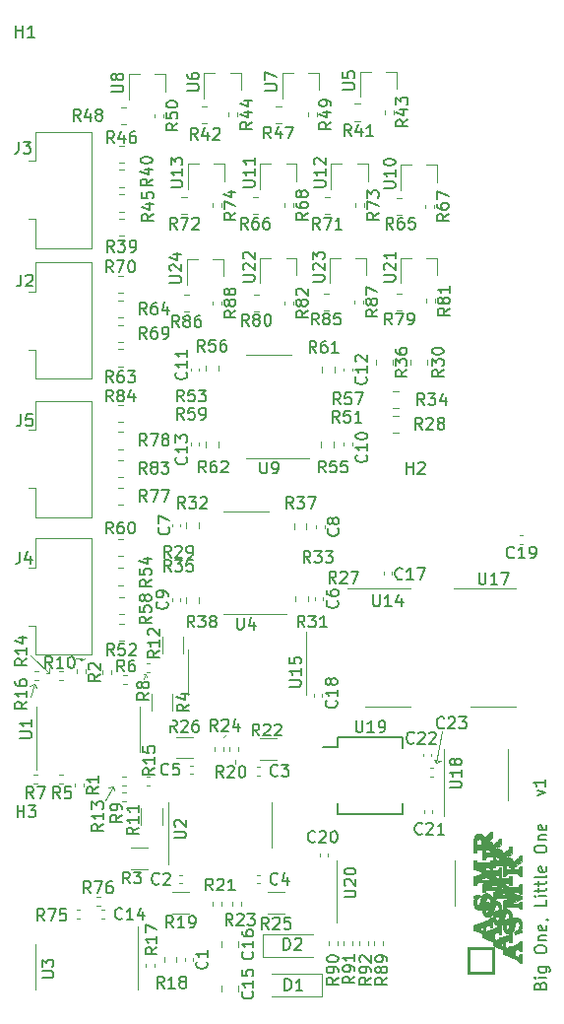
<source format=gto>
%TF.GenerationSoftware,KiCad,Pcbnew,5.1.9+dfsg1-1*%
%TF.CreationDate,2022-02-13T09:09:29-05:00*%
%TF.ProjectId,eurorack_to_3v3,6575726f-7261-4636-9b5f-746f5f337633,1*%
%TF.SameCoordinates,Original*%
%TF.FileFunction,Legend,Top*%
%TF.FilePolarity,Positive*%
%FSLAX46Y46*%
G04 Gerber Fmt 4.6, Leading zero omitted, Abs format (unit mm)*
G04 Created by KiCad (PCBNEW 5.1.9+dfsg1-1) date 2022-02-13 09:09:29*
%MOMM*%
%LPD*%
G01*
G04 APERTURE LIST*
%ADD10C,0.150000*%
%ADD11C,0.120000*%
%ADD12C,0.010000*%
%ADD13C,3.500000*%
%ADD14R,0.800000X0.900000*%
%ADD15R,1.200000X0.400000*%
%ADD16C,1.700000*%
%ADD17C,1.524000*%
%ADD18R,1.524000X1.524000*%
%ADD19R,1.300000X1.700000*%
G04 APERTURE END LIST*
D10*
X157628571Y-121914285D02*
X157676190Y-121771428D01*
X157723809Y-121723809D01*
X157819047Y-121676190D01*
X157961904Y-121676190D01*
X158057142Y-121723809D01*
X158104761Y-121771428D01*
X158152380Y-121866666D01*
X158152380Y-122247619D01*
X157152380Y-122247619D01*
X157152380Y-121914285D01*
X157200000Y-121819047D01*
X157247619Y-121771428D01*
X157342857Y-121723809D01*
X157438095Y-121723809D01*
X157533333Y-121771428D01*
X157580952Y-121819047D01*
X157628571Y-121914285D01*
X157628571Y-122247619D01*
X158152380Y-121247619D02*
X157485714Y-121247619D01*
X157152380Y-121247619D02*
X157200000Y-121295238D01*
X157247619Y-121247619D01*
X157200000Y-121200000D01*
X157152380Y-121247619D01*
X157247619Y-121247619D01*
X157485714Y-120342857D02*
X158295238Y-120342857D01*
X158390476Y-120390476D01*
X158438095Y-120438095D01*
X158485714Y-120533333D01*
X158485714Y-120676190D01*
X158438095Y-120771428D01*
X158104761Y-120342857D02*
X158152380Y-120438095D01*
X158152380Y-120628571D01*
X158104761Y-120723809D01*
X158057142Y-120771428D01*
X157961904Y-120819047D01*
X157676190Y-120819047D01*
X157580952Y-120771428D01*
X157533333Y-120723809D01*
X157485714Y-120628571D01*
X157485714Y-120438095D01*
X157533333Y-120342857D01*
X157152380Y-118914285D02*
X157152380Y-118723809D01*
X157200000Y-118628571D01*
X157295238Y-118533333D01*
X157485714Y-118485714D01*
X157819047Y-118485714D01*
X158009523Y-118533333D01*
X158104761Y-118628571D01*
X158152380Y-118723809D01*
X158152380Y-118914285D01*
X158104761Y-119009523D01*
X158009523Y-119104761D01*
X157819047Y-119152380D01*
X157485714Y-119152380D01*
X157295238Y-119104761D01*
X157200000Y-119009523D01*
X157152380Y-118914285D01*
X157485714Y-118057142D02*
X158152380Y-118057142D01*
X157580952Y-118057142D02*
X157533333Y-118009523D01*
X157485714Y-117914285D01*
X157485714Y-117771428D01*
X157533333Y-117676190D01*
X157628571Y-117628571D01*
X158152380Y-117628571D01*
X158104761Y-116771428D02*
X158152380Y-116866666D01*
X158152380Y-117057142D01*
X158104761Y-117152380D01*
X158009523Y-117200000D01*
X157628571Y-117200000D01*
X157533333Y-117152380D01*
X157485714Y-117057142D01*
X157485714Y-116866666D01*
X157533333Y-116771428D01*
X157628571Y-116723809D01*
X157723809Y-116723809D01*
X157819047Y-117200000D01*
X158104761Y-116247619D02*
X158152380Y-116247619D01*
X158247619Y-116295238D01*
X158295238Y-116342857D01*
X158152380Y-114580952D02*
X158152380Y-115057142D01*
X157152380Y-115057142D01*
X158152380Y-114247619D02*
X157485714Y-114247619D01*
X157152380Y-114247619D02*
X157200000Y-114295238D01*
X157247619Y-114247619D01*
X157200000Y-114200000D01*
X157152380Y-114247619D01*
X157247619Y-114247619D01*
X157485714Y-113914285D02*
X157485714Y-113533333D01*
X157152380Y-113771428D02*
X158009523Y-113771428D01*
X158104761Y-113723809D01*
X158152380Y-113628571D01*
X158152380Y-113533333D01*
X157485714Y-113342857D02*
X157485714Y-112961904D01*
X157152380Y-113200000D02*
X158009523Y-113200000D01*
X158104761Y-113152380D01*
X158152380Y-113057142D01*
X158152380Y-112961904D01*
X158152380Y-112485714D02*
X158104761Y-112580952D01*
X158009523Y-112628571D01*
X157152380Y-112628571D01*
X158104761Y-111723809D02*
X158152380Y-111819047D01*
X158152380Y-112009523D01*
X158104761Y-112104761D01*
X158009523Y-112152380D01*
X157628571Y-112152380D01*
X157533333Y-112104761D01*
X157485714Y-112009523D01*
X157485714Y-111819047D01*
X157533333Y-111723809D01*
X157628571Y-111676190D01*
X157723809Y-111676190D01*
X157819047Y-112152380D01*
X157152380Y-110295238D02*
X157152380Y-110104761D01*
X157200000Y-110009523D01*
X157295238Y-109914285D01*
X157485714Y-109866666D01*
X157819047Y-109866666D01*
X158009523Y-109914285D01*
X158104761Y-110009523D01*
X158152380Y-110104761D01*
X158152380Y-110295238D01*
X158104761Y-110390476D01*
X158009523Y-110485714D01*
X157819047Y-110533333D01*
X157485714Y-110533333D01*
X157295238Y-110485714D01*
X157200000Y-110390476D01*
X157152380Y-110295238D01*
X157485714Y-109438095D02*
X158152380Y-109438095D01*
X157580952Y-109438095D02*
X157533333Y-109390476D01*
X157485714Y-109295238D01*
X157485714Y-109152380D01*
X157533333Y-109057142D01*
X157628571Y-109009523D01*
X158152380Y-109009523D01*
X158104761Y-108152380D02*
X158152380Y-108247619D01*
X158152380Y-108438095D01*
X158104761Y-108533333D01*
X158009523Y-108580952D01*
X157628571Y-108580952D01*
X157533333Y-108533333D01*
X157485714Y-108438095D01*
X157485714Y-108247619D01*
X157533333Y-108152380D01*
X157628571Y-108104761D01*
X157723809Y-108104761D01*
X157819047Y-108580952D01*
X157385714Y-105614285D02*
X158052380Y-105376190D01*
X157385714Y-105138095D01*
X158052380Y-104233333D02*
X158052380Y-104804761D01*
X158052380Y-104519047D02*
X157052380Y-104519047D01*
X157195238Y-104614285D01*
X157290476Y-104709523D01*
X157338095Y-104804761D01*
D11*
X118200000Y-94000000D02*
X118400000Y-93800000D01*
X118000000Y-93900000D02*
X118200000Y-94000000D01*
X118200000Y-94000000D02*
X118000000Y-93900000D01*
X118200000Y-93800000D02*
X118200000Y-94000000D01*
X117700000Y-93800000D02*
X118200000Y-93800000D01*
X115400000Y-95100000D02*
X115100000Y-95100000D01*
X115400000Y-94700000D02*
X115400000Y-95100000D01*
X115400000Y-95100000D02*
X115400000Y-94700000D01*
X113800000Y-93600000D02*
X115400000Y-95100000D01*
X114100000Y-96000000D02*
X114300000Y-96400000D01*
X113700000Y-96200000D02*
X114100000Y-96000000D01*
X114100000Y-96000000D02*
X113700000Y-96200000D01*
X113800000Y-97100000D02*
X114100000Y-96000000D01*
X123700000Y-95200000D02*
X123800000Y-95400000D01*
X123500000Y-95200000D02*
X123700000Y-95200000D01*
X123700000Y-95200000D02*
X123500000Y-95200000D01*
X123500000Y-95600000D02*
X123700000Y-95200000D01*
X120900000Y-104800000D02*
X121000000Y-105200000D01*
X120500000Y-104900000D02*
X120900000Y-104800000D01*
X120900000Y-104800000D02*
X120500000Y-104900000D01*
X120200000Y-106000000D02*
X120900000Y-104800000D01*
X130600000Y-100300000D02*
X130400000Y-100600000D01*
X131400000Y-102900000D02*
X131400000Y-102500000D01*
X149100000Y-102600000D02*
X148700000Y-102800000D01*
X148500000Y-102500000D02*
X149100000Y-102600000D01*
X148700000Y-102800000D02*
X148500000Y-102500000D01*
X149200000Y-100100000D02*
X148700000Y-102800000D01*
D12*
%TO.C,G\u002A\u002A\u002A*%
G36*
X153656711Y-118649495D02*
G01*
X153656711Y-120929196D01*
X151506994Y-120929196D01*
X151506994Y-120779215D01*
X153486734Y-120779215D01*
X153486734Y-118799475D01*
X151506994Y-118799475D01*
X151506994Y-120779215D01*
X151506994Y-120929196D01*
X151377011Y-120929196D01*
X151377011Y-118649495D01*
X153656711Y-118649495D01*
G37*
X153656711Y-118649495D02*
X153656711Y-120929196D01*
X151506994Y-120929196D01*
X151506994Y-120779215D01*
X153486734Y-120779215D01*
X153486734Y-118799475D01*
X151506994Y-118799475D01*
X151506994Y-120779215D01*
X151506994Y-120929196D01*
X151377011Y-120929196D01*
X151377011Y-118649495D01*
X153656711Y-118649495D01*
G36*
X151910288Y-109953136D02*
G01*
X151910313Y-109881939D01*
X151910383Y-109814587D01*
X151910498Y-109751317D01*
X151910655Y-109692366D01*
X151910853Y-109637971D01*
X151911091Y-109588367D01*
X151911366Y-109543792D01*
X151911679Y-109504482D01*
X151912027Y-109470673D01*
X151912409Y-109442604D01*
X151912823Y-109420509D01*
X151913268Y-109404626D01*
X151913703Y-109395709D01*
X151920471Y-109324832D01*
X151930050Y-109259840D01*
X151942506Y-109200544D01*
X151957908Y-109146755D01*
X151976323Y-109098282D01*
X151997819Y-109054935D01*
X152022463Y-109016526D01*
X152050324Y-108982863D01*
X152066776Y-108966550D01*
X152106114Y-108934596D01*
X152148573Y-108908302D01*
X152193627Y-108887747D01*
X152240750Y-108873012D01*
X152289415Y-108864178D01*
X152339096Y-108861323D01*
X152389267Y-108864527D01*
X152439402Y-108873872D01*
X152488974Y-108889438D01*
X152511746Y-108898843D01*
X152544263Y-108916051D01*
X152577250Y-108938509D01*
X152609365Y-108965052D01*
X152639265Y-108994514D01*
X152665609Y-109025732D01*
X152678154Y-109043314D01*
X152694444Y-109069759D01*
X152710447Y-109099380D01*
X152725505Y-109130673D01*
X152738960Y-109162129D01*
X152750152Y-109192243D01*
X152758424Y-109219507D01*
X152761906Y-109234897D01*
X152763677Y-109242894D01*
X152765169Y-109247171D01*
X152765437Y-109247395D01*
X152768306Y-109245410D01*
X152775955Y-109239701D01*
X152787906Y-109230640D01*
X152803677Y-109218599D01*
X152822791Y-109203947D01*
X152844766Y-109187057D01*
X152869125Y-109168299D01*
X152895387Y-109148045D01*
X152923072Y-109126665D01*
X152951701Y-109104532D01*
X152980796Y-109082016D01*
X153009875Y-109059488D01*
X153038460Y-109037320D01*
X153066070Y-109015882D01*
X153092227Y-108995546D01*
X153116451Y-108976683D01*
X153138263Y-108959665D01*
X153157182Y-108944861D01*
X153172729Y-108932645D01*
X153184425Y-108923386D01*
X153191790Y-108917455D01*
X153192817Y-108916605D01*
X153222640Y-108888996D01*
X153246674Y-108860695D01*
X153265785Y-108830631D01*
X153271652Y-108819118D01*
X153281386Y-108796930D01*
X153288809Y-108775192D01*
X153294495Y-108751800D01*
X153299016Y-108724652D01*
X153300543Y-108712942D01*
X153304493Y-108680803D01*
X153496732Y-108680803D01*
X153496732Y-109226386D01*
X153323422Y-109353920D01*
X153293436Y-109376030D01*
X153265094Y-109397015D01*
X153238844Y-109416537D01*
X153215135Y-109434257D01*
X153194415Y-109449840D01*
X153177133Y-109462945D01*
X153163737Y-109473237D01*
X153154675Y-109480378D01*
X153150397Y-109484029D01*
X153150111Y-109484409D01*
X153152940Y-109486736D01*
X153157610Y-109487415D01*
X153167566Y-109488604D01*
X153182041Y-109491757D01*
X153199351Y-109496403D01*
X153217809Y-109502066D01*
X153235732Y-109508276D01*
X153245797Y-109512176D01*
X153279829Y-109528419D01*
X153313858Y-109549029D01*
X153346099Y-109572728D01*
X153374771Y-109598238D01*
X153392416Y-109617263D01*
X153411744Y-109640231D01*
X153454128Y-109640454D01*
X153496513Y-109640677D01*
X153497469Y-109724833D01*
X153497811Y-109751276D01*
X153498224Y-109772115D01*
X153498793Y-109788411D01*
X153499602Y-109801225D01*
X153500738Y-109811618D01*
X153502284Y-109820652D01*
X153504327Y-109829389D01*
X153506502Y-109837318D01*
X153510180Y-109850058D01*
X153513158Y-109860080D01*
X153514981Y-109865867D01*
X153515300Y-109866681D01*
X153517993Y-109864899D01*
X153525469Y-109859392D01*
X153537252Y-109850529D01*
X153552866Y-109838677D01*
X153571832Y-109824206D01*
X153593674Y-109807484D01*
X153617916Y-109788879D01*
X153644079Y-109768760D01*
X153671687Y-109747495D01*
X153700264Y-109725453D01*
X153729331Y-109703001D01*
X153758413Y-109680509D01*
X153787032Y-109658345D01*
X153814711Y-109636878D01*
X153840973Y-109616475D01*
X153865342Y-109597506D01*
X153887339Y-109580338D01*
X153906489Y-109565340D01*
X153922314Y-109552881D01*
X153934338Y-109543329D01*
X153942082Y-109537053D01*
X153942718Y-109536523D01*
X153972541Y-109508915D01*
X153996575Y-109480614D01*
X154015687Y-109450550D01*
X154021554Y-109439037D01*
X154031287Y-109416849D01*
X154038711Y-109395110D01*
X154044397Y-109371718D01*
X154048917Y-109344571D01*
X154050445Y-109332861D01*
X154054395Y-109300722D01*
X154246634Y-109300722D01*
X154246634Y-109846245D01*
X153563548Y-110348917D01*
X153563390Y-110467527D01*
X153587046Y-110466548D01*
X153610701Y-110465569D01*
X153621506Y-110438906D01*
X153633418Y-110411162D01*
X153645086Y-110387805D01*
X153657675Y-110366708D01*
X153672347Y-110345740D01*
X153672561Y-110345453D01*
X153704306Y-110308366D01*
X153740465Y-110275898D01*
X153780419Y-110248298D01*
X153823548Y-110225813D01*
X153869235Y-110208692D01*
X153916860Y-110197182D01*
X153965805Y-110191532D01*
X154015450Y-110191989D01*
X154046660Y-110195501D01*
X154096415Y-110205686D01*
X154141565Y-110220234D01*
X154181853Y-110239056D01*
X154195532Y-110247121D01*
X154208975Y-110254862D01*
X154219570Y-110259067D01*
X154229515Y-110260553D01*
X154231829Y-110260596D01*
X154240976Y-110260899D01*
X154245280Y-110262619D01*
X154246560Y-110266966D01*
X154246634Y-110270465D01*
X154247536Y-110275674D01*
X154250720Y-110281781D01*
X154256908Y-110289752D01*
X154266818Y-110300552D01*
X154276343Y-110310299D01*
X154308996Y-110347547D01*
X154338713Y-110390498D01*
X154365620Y-110439342D01*
X154369551Y-110447458D01*
X154380725Y-110472370D01*
X154391149Y-110498296D01*
X154400203Y-110523515D01*
X154407270Y-110546308D01*
X154411689Y-110564723D01*
X154413461Y-110572719D01*
X154414953Y-110576997D01*
X154415221Y-110577221D01*
X154418090Y-110575235D01*
X154425739Y-110569527D01*
X154437689Y-110560466D01*
X154453461Y-110548424D01*
X154472574Y-110533772D01*
X154494550Y-110516882D01*
X154518908Y-110498124D01*
X154545170Y-110477870D01*
X154572855Y-110456491D01*
X154601485Y-110434357D01*
X154630579Y-110411841D01*
X154659658Y-110389313D01*
X154688243Y-110367145D01*
X154715854Y-110345708D01*
X154742011Y-110325372D01*
X154766235Y-110306509D01*
X154788046Y-110289490D01*
X154806965Y-110274687D01*
X154822512Y-110262470D01*
X154834208Y-110253211D01*
X154841574Y-110247281D01*
X154842600Y-110246430D01*
X154872423Y-110218821D01*
X154896457Y-110190521D01*
X154915569Y-110160457D01*
X154921436Y-110148944D01*
X154931169Y-110126756D01*
X154938593Y-110105017D01*
X154944279Y-110081625D01*
X154948799Y-110054478D01*
X154950327Y-110042768D01*
X154954277Y-110010629D01*
X155146516Y-110010629D01*
X155146516Y-110556152D01*
X154463430Y-111058824D01*
X154463272Y-111177142D01*
X154476604Y-111177142D01*
X154486021Y-111176169D01*
X154489927Y-111173433D01*
X154489983Y-111172976D01*
X154491386Y-111168430D01*
X154495150Y-111159317D01*
X154500671Y-111147042D01*
X154506142Y-111135481D01*
X154530233Y-111092979D01*
X154559067Y-111054756D01*
X154592139Y-111020981D01*
X154628943Y-110991823D01*
X154668975Y-110967450D01*
X154711729Y-110948032D01*
X154756700Y-110933737D01*
X154803384Y-110924735D01*
X154851274Y-110921194D01*
X154899867Y-110923284D01*
X154948656Y-110931173D01*
X154997136Y-110945030D01*
X155032780Y-110959346D01*
X155043016Y-110963869D01*
X155051370Y-110966968D01*
X155059510Y-110968912D01*
X155069104Y-110969970D01*
X155081820Y-110970410D01*
X155099325Y-110970502D01*
X155101938Y-110970503D01*
X155146516Y-110970503D01*
X155146516Y-111038075D01*
X155165404Y-111060115D01*
X155186495Y-111087298D01*
X155207259Y-111118833D01*
X155226970Y-111153255D01*
X155244902Y-111189100D01*
X155260329Y-111224903D01*
X155272528Y-111259199D01*
X155280771Y-111290524D01*
X155281575Y-111294627D01*
X155283347Y-111302624D01*
X155284839Y-111306901D01*
X155285107Y-111307125D01*
X155287976Y-111305140D01*
X155295625Y-111299431D01*
X155307575Y-111290370D01*
X155323346Y-111278328D01*
X155342460Y-111263677D01*
X155364436Y-111246786D01*
X155388794Y-111228028D01*
X155415056Y-111207774D01*
X155442741Y-111186395D01*
X155471371Y-111164262D01*
X155500465Y-111141745D01*
X155529544Y-111119218D01*
X155558129Y-111097049D01*
X155585740Y-111075612D01*
X155611897Y-111055276D01*
X155636121Y-111036413D01*
X155657932Y-111019394D01*
X155676851Y-111004591D01*
X155692398Y-110992374D01*
X155704094Y-110983115D01*
X155711460Y-110977185D01*
X155712486Y-110976334D01*
X155742309Y-110948726D01*
X155766343Y-110920425D01*
X155785455Y-110890361D01*
X155791322Y-110878848D01*
X155801055Y-110856660D01*
X155808478Y-110834921D01*
X155814164Y-110811529D01*
X155818685Y-110784382D01*
X155820213Y-110772672D01*
X155824162Y-110740533D01*
X156016402Y-110740533D01*
X156016402Y-111286056D01*
X155674859Y-111537392D01*
X155333316Y-111788729D01*
X155333237Y-111847887D01*
X155333158Y-111907046D01*
X155498970Y-111907019D01*
X155532731Y-111906946D01*
X155565380Y-111906747D01*
X155596127Y-111906436D01*
X155624182Y-111906027D01*
X155648756Y-111905533D01*
X155669059Y-111904968D01*
X155684303Y-111904345D01*
X155693696Y-111903678D01*
X155693902Y-111903655D01*
X155720433Y-111899295D01*
X155742951Y-111892440D01*
X155761841Y-111882573D01*
X155777488Y-111869176D01*
X155790276Y-111851734D01*
X155800590Y-111829729D01*
X155808814Y-111802644D01*
X155815334Y-111769964D01*
X155820226Y-111733902D01*
X155824035Y-111700407D01*
X156016402Y-111700407D01*
X156016402Y-112523632D01*
X155824008Y-112523632D01*
X155820059Y-112487803D01*
X155814880Y-112449611D01*
X155808227Y-112417476D01*
X155799734Y-112390887D01*
X155789038Y-112369328D01*
X155775774Y-112352285D01*
X155759578Y-112339245D01*
X155740085Y-112329694D01*
X155716932Y-112323118D01*
X155701443Y-112320430D01*
X155694771Y-112319963D01*
X155681914Y-112319531D01*
X155663349Y-112319134D01*
X155639556Y-112318771D01*
X155611014Y-112318444D01*
X155578200Y-112318152D01*
X155541594Y-112317894D01*
X155501674Y-112317671D01*
X155458919Y-112317484D01*
X155413807Y-112317331D01*
X155366817Y-112317212D01*
X155318428Y-112317129D01*
X155269119Y-112317080D01*
X155219367Y-112317067D01*
X155169652Y-112317088D01*
X155120452Y-112317144D01*
X155109854Y-112317163D01*
X155109854Y-111907046D01*
X155109854Y-111793728D01*
X154954122Y-111793728D01*
X154950173Y-111757899D01*
X154944742Y-111718937D01*
X154937667Y-111686135D01*
X154928834Y-111659169D01*
X154918131Y-111637710D01*
X154905445Y-111621433D01*
X154901834Y-111618033D01*
X154891295Y-111609834D01*
X154879629Y-111603153D01*
X154866078Y-111597851D01*
X154849885Y-111593790D01*
X154830291Y-111590831D01*
X154806539Y-111588836D01*
X154777871Y-111587667D01*
X154743529Y-111587185D01*
X154732669Y-111587154D01*
X154657111Y-111587088D01*
X154654346Y-111609585D01*
X154653605Y-111618991D01*
X154652939Y-111633911D01*
X154652377Y-111653190D01*
X154651947Y-111675676D01*
X154651677Y-111700218D01*
X154651592Y-111723737D01*
X154651656Y-111752246D01*
X154651870Y-111775008D01*
X154652284Y-111792940D01*
X154652944Y-111806961D01*
X154653899Y-111817989D01*
X154655197Y-111826940D01*
X154656884Y-111834733D01*
X154657493Y-111837056D01*
X154665121Y-111860792D01*
X154673754Y-111878612D01*
X154683995Y-111891250D01*
X154696446Y-111899444D01*
X154711708Y-111903929D01*
X154712201Y-111904012D01*
X154718462Y-111904503D01*
X154730732Y-111904972D01*
X154748352Y-111905408D01*
X154770666Y-111905804D01*
X154797014Y-111906150D01*
X154826740Y-111906437D01*
X154859186Y-111906656D01*
X154893695Y-111906798D01*
X154919046Y-111906848D01*
X155109854Y-111907046D01*
X155109854Y-112317163D01*
X155072247Y-112317234D01*
X155025513Y-112317360D01*
X154980731Y-112317520D01*
X154938379Y-112317715D01*
X154898935Y-112317944D01*
X154862878Y-112318209D01*
X154830686Y-112318508D01*
X154802839Y-112318841D01*
X154779815Y-112319210D01*
X154762093Y-112319613D01*
X154750151Y-112320051D01*
X154744902Y-112320450D01*
X154720939Y-112324850D01*
X154702002Y-112330756D01*
X154686511Y-112338780D01*
X154675361Y-112347289D01*
X154661675Y-112362738D01*
X154650124Y-112383263D01*
X154640594Y-112409191D01*
X154632969Y-112440849D01*
X154627134Y-112478566D01*
X154626069Y-112487803D01*
X154622165Y-112523632D01*
X154429943Y-112523632D01*
X154429943Y-111587088D01*
X154239968Y-111587135D01*
X154239968Y-111177142D01*
X154239968Y-111083821D01*
X154054240Y-111083821D01*
X154050291Y-111047992D01*
X154044860Y-111009030D01*
X154037785Y-110976229D01*
X154028952Y-110949262D01*
X154018249Y-110927803D01*
X154005563Y-110911526D01*
X154001952Y-110908126D01*
X153990358Y-110899293D01*
X153977209Y-110892200D01*
X153961711Y-110886689D01*
X153943070Y-110882603D01*
X153920491Y-110879784D01*
X153893180Y-110878075D01*
X153860342Y-110877318D01*
X153846164Y-110877248D01*
X153783984Y-110877182D01*
X153781638Y-110908463D01*
X153780646Y-110927230D01*
X153780137Y-110949508D01*
X153780073Y-110974107D01*
X153780415Y-110999838D01*
X153781127Y-111025510D01*
X153782170Y-111049935D01*
X153783507Y-111071922D01*
X153785101Y-111090283D01*
X153786912Y-111103828D01*
X153787995Y-111108818D01*
X153795746Y-111132321D01*
X153804616Y-111149903D01*
X153815209Y-111162287D01*
X153828128Y-111170200D01*
X153842315Y-111174108D01*
X153848576Y-111174599D01*
X153860846Y-111175067D01*
X153878467Y-111175504D01*
X153900780Y-111175900D01*
X153927128Y-111176246D01*
X153956854Y-111176533D01*
X153989301Y-111176752D01*
X154023809Y-111176894D01*
X154049160Y-111176943D01*
X154239968Y-111177142D01*
X154239968Y-111587135D01*
X154164145Y-111587154D01*
X154116079Y-111587209D01*
X154071152Y-111587345D01*
X154029771Y-111587558D01*
X153992348Y-111587842D01*
X153959291Y-111588194D01*
X153931010Y-111588607D01*
X153907915Y-111589079D01*
X153890415Y-111589602D01*
X153878919Y-111590174D01*
X153875016Y-111590546D01*
X153851053Y-111594945D01*
X153832116Y-111600852D01*
X153816626Y-111608875D01*
X153805475Y-111617385D01*
X153791789Y-111632834D01*
X153780239Y-111653358D01*
X153770708Y-111679286D01*
X153763083Y-111710945D01*
X153757248Y-111748662D01*
X153756183Y-111757899D01*
X153752279Y-111793728D01*
X153560057Y-111793728D01*
X153560057Y-110877182D01*
X153279261Y-110877248D01*
X153229372Y-110877300D01*
X153182781Y-110877429D01*
X153139871Y-110877632D01*
X153124019Y-110877742D01*
X153124019Y-110466441D01*
X153150111Y-110466406D01*
X153184489Y-110466309D01*
X153216264Y-110466178D01*
X153244925Y-110466021D01*
X153269956Y-110465840D01*
X153290843Y-110465642D01*
X153307072Y-110465430D01*
X153318129Y-110465210D01*
X153323500Y-110464987D01*
X153323028Y-110464785D01*
X153304304Y-110463596D01*
X153300372Y-110427921D01*
X153295192Y-110389741D01*
X153288530Y-110357620D01*
X153280022Y-110331043D01*
X153269304Y-110309496D01*
X153256010Y-110292466D01*
X153239778Y-110279439D01*
X153220242Y-110269903D01*
X153197038Y-110263342D01*
X153181774Y-110260700D01*
X153173365Y-110259980D01*
X153159142Y-110259311D01*
X153139958Y-110258711D01*
X153116663Y-110258197D01*
X153090110Y-110257786D01*
X153061151Y-110257496D01*
X153030637Y-110257346D01*
X153018888Y-110257329D01*
X152879332Y-110257263D01*
X152881026Y-110318088D01*
X152882137Y-110346758D01*
X152883841Y-110369995D01*
X152886351Y-110389023D01*
X152889879Y-110405064D01*
X152894637Y-110419341D01*
X152900838Y-110433077D01*
X152901083Y-110433562D01*
X152911388Y-110448913D01*
X152924491Y-110458755D01*
X152941735Y-110464083D01*
X152942433Y-110464201D01*
X152948688Y-110464680D01*
X152960953Y-110465117D01*
X152978572Y-110465503D01*
X153000889Y-110465832D01*
X153027248Y-110466098D01*
X153056993Y-110466292D01*
X153089469Y-110466409D01*
X153124019Y-110466441D01*
X153124019Y-110877742D01*
X153101021Y-110877903D01*
X153066612Y-110878239D01*
X153037026Y-110878635D01*
X153012644Y-110879088D01*
X152993847Y-110879592D01*
X152981015Y-110880143D01*
X152975134Y-110880639D01*
X152951171Y-110885039D01*
X152932234Y-110890945D01*
X152916744Y-110898969D01*
X152905593Y-110907478D01*
X152891907Y-110922927D01*
X152880357Y-110943452D01*
X152870826Y-110969380D01*
X152863201Y-111001038D01*
X152857366Y-111038755D01*
X152856301Y-111047992D01*
X152852397Y-111083821D01*
X152660176Y-111083821D01*
X152660176Y-110257263D01*
X152590185Y-110257285D01*
X152590185Y-109847317D01*
X152590185Y-109739128D01*
X152590067Y-109711012D01*
X152589735Y-109683366D01*
X152589218Y-109657343D01*
X152588545Y-109634093D01*
X152587747Y-109614767D01*
X152586853Y-109600515D01*
X152586492Y-109596647D01*
X152579096Y-109549522D01*
X152567359Y-109506505D01*
X152550944Y-109466370D01*
X152549806Y-109464034D01*
X152529959Y-109430458D01*
X152505936Y-109401687D01*
X152478139Y-109378047D01*
X152446966Y-109359865D01*
X152412819Y-109347469D01*
X152404838Y-109345526D01*
X152369139Y-109340724D01*
X152333400Y-109341825D01*
X152298443Y-109348454D01*
X152265090Y-109360240D01*
X152234163Y-109376810D01*
X152206484Y-109397791D01*
X152182875Y-109422812D01*
X152164158Y-109451498D01*
X152162088Y-109455555D01*
X152152735Y-109476747D01*
X152145204Y-109499176D01*
X152139378Y-109523675D01*
X152135142Y-109551074D01*
X152132380Y-109582206D01*
X152130976Y-109617902D01*
X152130814Y-109658995D01*
X152131090Y-109678096D01*
X152131803Y-109708123D01*
X152132788Y-109732499D01*
X152134194Y-109752236D01*
X152136172Y-109768347D01*
X152138872Y-109781846D01*
X152142444Y-109793746D01*
X152147038Y-109805060D01*
X152151181Y-109813643D01*
X152161486Y-109828994D01*
X152174589Y-109838836D01*
X152191834Y-109844165D01*
X152192531Y-109844282D01*
X152198793Y-109844773D01*
X152211063Y-109845242D01*
X152228683Y-109845678D01*
X152250996Y-109846074D01*
X152277345Y-109846420D01*
X152307071Y-109846707D01*
X152339517Y-109846926D01*
X152374026Y-109847069D01*
X152399376Y-109847118D01*
X152590185Y-109847317D01*
X152590185Y-110257285D01*
X152454369Y-110257329D01*
X152405885Y-110257378D01*
X152363575Y-110257524D01*
X152326948Y-110257818D01*
X152295513Y-110258309D01*
X152268778Y-110259047D01*
X152246254Y-110260082D01*
X152227447Y-110261462D01*
X152211868Y-110263239D01*
X152199024Y-110265462D01*
X152188425Y-110268179D01*
X152179579Y-110271442D01*
X152171996Y-110275300D01*
X152165183Y-110279803D01*
X152158650Y-110285000D01*
X152155692Y-110287559D01*
X152142006Y-110303008D01*
X152130455Y-110323533D01*
X152120925Y-110349461D01*
X152113299Y-110381120D01*
X152107465Y-110418836D01*
X152106400Y-110428074D01*
X152102495Y-110463902D01*
X151910274Y-110463902D01*
X151910288Y-109953136D01*
G37*
X151910288Y-109953136D02*
X151910313Y-109881939D01*
X151910383Y-109814587D01*
X151910498Y-109751317D01*
X151910655Y-109692366D01*
X151910853Y-109637971D01*
X151911091Y-109588367D01*
X151911366Y-109543792D01*
X151911679Y-109504482D01*
X151912027Y-109470673D01*
X151912409Y-109442604D01*
X151912823Y-109420509D01*
X151913268Y-109404626D01*
X151913703Y-109395709D01*
X151920471Y-109324832D01*
X151930050Y-109259840D01*
X151942506Y-109200544D01*
X151957908Y-109146755D01*
X151976323Y-109098282D01*
X151997819Y-109054935D01*
X152022463Y-109016526D01*
X152050324Y-108982863D01*
X152066776Y-108966550D01*
X152106114Y-108934596D01*
X152148573Y-108908302D01*
X152193627Y-108887747D01*
X152240750Y-108873012D01*
X152289415Y-108864178D01*
X152339096Y-108861323D01*
X152389267Y-108864527D01*
X152439402Y-108873872D01*
X152488974Y-108889438D01*
X152511746Y-108898843D01*
X152544263Y-108916051D01*
X152577250Y-108938509D01*
X152609365Y-108965052D01*
X152639265Y-108994514D01*
X152665609Y-109025732D01*
X152678154Y-109043314D01*
X152694444Y-109069759D01*
X152710447Y-109099380D01*
X152725505Y-109130673D01*
X152738960Y-109162129D01*
X152750152Y-109192243D01*
X152758424Y-109219507D01*
X152761906Y-109234897D01*
X152763677Y-109242894D01*
X152765169Y-109247171D01*
X152765437Y-109247395D01*
X152768306Y-109245410D01*
X152775955Y-109239701D01*
X152787906Y-109230640D01*
X152803677Y-109218599D01*
X152822791Y-109203947D01*
X152844766Y-109187057D01*
X152869125Y-109168299D01*
X152895387Y-109148045D01*
X152923072Y-109126665D01*
X152951701Y-109104532D01*
X152980796Y-109082016D01*
X153009875Y-109059488D01*
X153038460Y-109037320D01*
X153066070Y-109015882D01*
X153092227Y-108995546D01*
X153116451Y-108976683D01*
X153138263Y-108959665D01*
X153157182Y-108944861D01*
X153172729Y-108932645D01*
X153184425Y-108923386D01*
X153191790Y-108917455D01*
X153192817Y-108916605D01*
X153222640Y-108888996D01*
X153246674Y-108860695D01*
X153265785Y-108830631D01*
X153271652Y-108819118D01*
X153281386Y-108796930D01*
X153288809Y-108775192D01*
X153294495Y-108751800D01*
X153299016Y-108724652D01*
X153300543Y-108712942D01*
X153304493Y-108680803D01*
X153496732Y-108680803D01*
X153496732Y-109226386D01*
X153323422Y-109353920D01*
X153293436Y-109376030D01*
X153265094Y-109397015D01*
X153238844Y-109416537D01*
X153215135Y-109434257D01*
X153194415Y-109449840D01*
X153177133Y-109462945D01*
X153163737Y-109473237D01*
X153154675Y-109480378D01*
X153150397Y-109484029D01*
X153150111Y-109484409D01*
X153152940Y-109486736D01*
X153157610Y-109487415D01*
X153167566Y-109488604D01*
X153182041Y-109491757D01*
X153199351Y-109496403D01*
X153217809Y-109502066D01*
X153235732Y-109508276D01*
X153245797Y-109512176D01*
X153279829Y-109528419D01*
X153313858Y-109549029D01*
X153346099Y-109572728D01*
X153374771Y-109598238D01*
X153392416Y-109617263D01*
X153411744Y-109640231D01*
X153454128Y-109640454D01*
X153496513Y-109640677D01*
X153497469Y-109724833D01*
X153497811Y-109751276D01*
X153498224Y-109772115D01*
X153498793Y-109788411D01*
X153499602Y-109801225D01*
X153500738Y-109811618D01*
X153502284Y-109820652D01*
X153504327Y-109829389D01*
X153506502Y-109837318D01*
X153510180Y-109850058D01*
X153513158Y-109860080D01*
X153514981Y-109865867D01*
X153515300Y-109866681D01*
X153517993Y-109864899D01*
X153525469Y-109859392D01*
X153537252Y-109850529D01*
X153552866Y-109838677D01*
X153571832Y-109824206D01*
X153593674Y-109807484D01*
X153617916Y-109788879D01*
X153644079Y-109768760D01*
X153671687Y-109747495D01*
X153700264Y-109725453D01*
X153729331Y-109703001D01*
X153758413Y-109680509D01*
X153787032Y-109658345D01*
X153814711Y-109636878D01*
X153840973Y-109616475D01*
X153865342Y-109597506D01*
X153887339Y-109580338D01*
X153906489Y-109565340D01*
X153922314Y-109552881D01*
X153934338Y-109543329D01*
X153942082Y-109537053D01*
X153942718Y-109536523D01*
X153972541Y-109508915D01*
X153996575Y-109480614D01*
X154015687Y-109450550D01*
X154021554Y-109439037D01*
X154031287Y-109416849D01*
X154038711Y-109395110D01*
X154044397Y-109371718D01*
X154048917Y-109344571D01*
X154050445Y-109332861D01*
X154054395Y-109300722D01*
X154246634Y-109300722D01*
X154246634Y-109846245D01*
X153563548Y-110348917D01*
X153563390Y-110467527D01*
X153587046Y-110466548D01*
X153610701Y-110465569D01*
X153621506Y-110438906D01*
X153633418Y-110411162D01*
X153645086Y-110387805D01*
X153657675Y-110366708D01*
X153672347Y-110345740D01*
X153672561Y-110345453D01*
X153704306Y-110308366D01*
X153740465Y-110275898D01*
X153780419Y-110248298D01*
X153823548Y-110225813D01*
X153869235Y-110208692D01*
X153916860Y-110197182D01*
X153965805Y-110191532D01*
X154015450Y-110191989D01*
X154046660Y-110195501D01*
X154096415Y-110205686D01*
X154141565Y-110220234D01*
X154181853Y-110239056D01*
X154195532Y-110247121D01*
X154208975Y-110254862D01*
X154219570Y-110259067D01*
X154229515Y-110260553D01*
X154231829Y-110260596D01*
X154240976Y-110260899D01*
X154245280Y-110262619D01*
X154246560Y-110266966D01*
X154246634Y-110270465D01*
X154247536Y-110275674D01*
X154250720Y-110281781D01*
X154256908Y-110289752D01*
X154266818Y-110300552D01*
X154276343Y-110310299D01*
X154308996Y-110347547D01*
X154338713Y-110390498D01*
X154365620Y-110439342D01*
X154369551Y-110447458D01*
X154380725Y-110472370D01*
X154391149Y-110498296D01*
X154400203Y-110523515D01*
X154407270Y-110546308D01*
X154411689Y-110564723D01*
X154413461Y-110572719D01*
X154414953Y-110576997D01*
X154415221Y-110577221D01*
X154418090Y-110575235D01*
X154425739Y-110569527D01*
X154437689Y-110560466D01*
X154453461Y-110548424D01*
X154472574Y-110533772D01*
X154494550Y-110516882D01*
X154518908Y-110498124D01*
X154545170Y-110477870D01*
X154572855Y-110456491D01*
X154601485Y-110434357D01*
X154630579Y-110411841D01*
X154659658Y-110389313D01*
X154688243Y-110367145D01*
X154715854Y-110345708D01*
X154742011Y-110325372D01*
X154766235Y-110306509D01*
X154788046Y-110289490D01*
X154806965Y-110274687D01*
X154822512Y-110262470D01*
X154834208Y-110253211D01*
X154841574Y-110247281D01*
X154842600Y-110246430D01*
X154872423Y-110218821D01*
X154896457Y-110190521D01*
X154915569Y-110160457D01*
X154921436Y-110148944D01*
X154931169Y-110126756D01*
X154938593Y-110105017D01*
X154944279Y-110081625D01*
X154948799Y-110054478D01*
X154950327Y-110042768D01*
X154954277Y-110010629D01*
X155146516Y-110010629D01*
X155146516Y-110556152D01*
X154463430Y-111058824D01*
X154463272Y-111177142D01*
X154476604Y-111177142D01*
X154486021Y-111176169D01*
X154489927Y-111173433D01*
X154489983Y-111172976D01*
X154491386Y-111168430D01*
X154495150Y-111159317D01*
X154500671Y-111147042D01*
X154506142Y-111135481D01*
X154530233Y-111092979D01*
X154559067Y-111054756D01*
X154592139Y-111020981D01*
X154628943Y-110991823D01*
X154668975Y-110967450D01*
X154711729Y-110948032D01*
X154756700Y-110933737D01*
X154803384Y-110924735D01*
X154851274Y-110921194D01*
X154899867Y-110923284D01*
X154948656Y-110931173D01*
X154997136Y-110945030D01*
X155032780Y-110959346D01*
X155043016Y-110963869D01*
X155051370Y-110966968D01*
X155059510Y-110968912D01*
X155069104Y-110969970D01*
X155081820Y-110970410D01*
X155099325Y-110970502D01*
X155101938Y-110970503D01*
X155146516Y-110970503D01*
X155146516Y-111038075D01*
X155165404Y-111060115D01*
X155186495Y-111087298D01*
X155207259Y-111118833D01*
X155226970Y-111153255D01*
X155244902Y-111189100D01*
X155260329Y-111224903D01*
X155272528Y-111259199D01*
X155280771Y-111290524D01*
X155281575Y-111294627D01*
X155283347Y-111302624D01*
X155284839Y-111306901D01*
X155285107Y-111307125D01*
X155287976Y-111305140D01*
X155295625Y-111299431D01*
X155307575Y-111290370D01*
X155323346Y-111278328D01*
X155342460Y-111263677D01*
X155364436Y-111246786D01*
X155388794Y-111228028D01*
X155415056Y-111207774D01*
X155442741Y-111186395D01*
X155471371Y-111164262D01*
X155500465Y-111141745D01*
X155529544Y-111119218D01*
X155558129Y-111097049D01*
X155585740Y-111075612D01*
X155611897Y-111055276D01*
X155636121Y-111036413D01*
X155657932Y-111019394D01*
X155676851Y-111004591D01*
X155692398Y-110992374D01*
X155704094Y-110983115D01*
X155711460Y-110977185D01*
X155712486Y-110976334D01*
X155742309Y-110948726D01*
X155766343Y-110920425D01*
X155785455Y-110890361D01*
X155791322Y-110878848D01*
X155801055Y-110856660D01*
X155808478Y-110834921D01*
X155814164Y-110811529D01*
X155818685Y-110784382D01*
X155820213Y-110772672D01*
X155824162Y-110740533D01*
X156016402Y-110740533D01*
X156016402Y-111286056D01*
X155674859Y-111537392D01*
X155333316Y-111788729D01*
X155333237Y-111847887D01*
X155333158Y-111907046D01*
X155498970Y-111907019D01*
X155532731Y-111906946D01*
X155565380Y-111906747D01*
X155596127Y-111906436D01*
X155624182Y-111906027D01*
X155648756Y-111905533D01*
X155669059Y-111904968D01*
X155684303Y-111904345D01*
X155693696Y-111903678D01*
X155693902Y-111903655D01*
X155720433Y-111899295D01*
X155742951Y-111892440D01*
X155761841Y-111882573D01*
X155777488Y-111869176D01*
X155790276Y-111851734D01*
X155800590Y-111829729D01*
X155808814Y-111802644D01*
X155815334Y-111769964D01*
X155820226Y-111733902D01*
X155824035Y-111700407D01*
X156016402Y-111700407D01*
X156016402Y-112523632D01*
X155824008Y-112523632D01*
X155820059Y-112487803D01*
X155814880Y-112449611D01*
X155808227Y-112417476D01*
X155799734Y-112390887D01*
X155789038Y-112369328D01*
X155775774Y-112352285D01*
X155759578Y-112339245D01*
X155740085Y-112329694D01*
X155716932Y-112323118D01*
X155701443Y-112320430D01*
X155694771Y-112319963D01*
X155681914Y-112319531D01*
X155663349Y-112319134D01*
X155639556Y-112318771D01*
X155611014Y-112318444D01*
X155578200Y-112318152D01*
X155541594Y-112317894D01*
X155501674Y-112317671D01*
X155458919Y-112317484D01*
X155413807Y-112317331D01*
X155366817Y-112317212D01*
X155318428Y-112317129D01*
X155269119Y-112317080D01*
X155219367Y-112317067D01*
X155169652Y-112317088D01*
X155120452Y-112317144D01*
X155109854Y-112317163D01*
X155109854Y-111907046D01*
X155109854Y-111793728D01*
X154954122Y-111793728D01*
X154950173Y-111757899D01*
X154944742Y-111718937D01*
X154937667Y-111686135D01*
X154928834Y-111659169D01*
X154918131Y-111637710D01*
X154905445Y-111621433D01*
X154901834Y-111618033D01*
X154891295Y-111609834D01*
X154879629Y-111603153D01*
X154866078Y-111597851D01*
X154849885Y-111593790D01*
X154830291Y-111590831D01*
X154806539Y-111588836D01*
X154777871Y-111587667D01*
X154743529Y-111587185D01*
X154732669Y-111587154D01*
X154657111Y-111587088D01*
X154654346Y-111609585D01*
X154653605Y-111618991D01*
X154652939Y-111633911D01*
X154652377Y-111653190D01*
X154651947Y-111675676D01*
X154651677Y-111700218D01*
X154651592Y-111723737D01*
X154651656Y-111752246D01*
X154651870Y-111775008D01*
X154652284Y-111792940D01*
X154652944Y-111806961D01*
X154653899Y-111817989D01*
X154655197Y-111826940D01*
X154656884Y-111834733D01*
X154657493Y-111837056D01*
X154665121Y-111860792D01*
X154673754Y-111878612D01*
X154683995Y-111891250D01*
X154696446Y-111899444D01*
X154711708Y-111903929D01*
X154712201Y-111904012D01*
X154718462Y-111904503D01*
X154730732Y-111904972D01*
X154748352Y-111905408D01*
X154770666Y-111905804D01*
X154797014Y-111906150D01*
X154826740Y-111906437D01*
X154859186Y-111906656D01*
X154893695Y-111906798D01*
X154919046Y-111906848D01*
X155109854Y-111907046D01*
X155109854Y-112317163D01*
X155072247Y-112317234D01*
X155025513Y-112317360D01*
X154980731Y-112317520D01*
X154938379Y-112317715D01*
X154898935Y-112317944D01*
X154862878Y-112318209D01*
X154830686Y-112318508D01*
X154802839Y-112318841D01*
X154779815Y-112319210D01*
X154762093Y-112319613D01*
X154750151Y-112320051D01*
X154744902Y-112320450D01*
X154720939Y-112324850D01*
X154702002Y-112330756D01*
X154686511Y-112338780D01*
X154675361Y-112347289D01*
X154661675Y-112362738D01*
X154650124Y-112383263D01*
X154640594Y-112409191D01*
X154632969Y-112440849D01*
X154627134Y-112478566D01*
X154626069Y-112487803D01*
X154622165Y-112523632D01*
X154429943Y-112523632D01*
X154429943Y-111587088D01*
X154239968Y-111587135D01*
X154239968Y-111177142D01*
X154239968Y-111083821D01*
X154054240Y-111083821D01*
X154050291Y-111047992D01*
X154044860Y-111009030D01*
X154037785Y-110976229D01*
X154028952Y-110949262D01*
X154018249Y-110927803D01*
X154005563Y-110911526D01*
X154001952Y-110908126D01*
X153990358Y-110899293D01*
X153977209Y-110892200D01*
X153961711Y-110886689D01*
X153943070Y-110882603D01*
X153920491Y-110879784D01*
X153893180Y-110878075D01*
X153860342Y-110877318D01*
X153846164Y-110877248D01*
X153783984Y-110877182D01*
X153781638Y-110908463D01*
X153780646Y-110927230D01*
X153780137Y-110949508D01*
X153780073Y-110974107D01*
X153780415Y-110999838D01*
X153781127Y-111025510D01*
X153782170Y-111049935D01*
X153783507Y-111071922D01*
X153785101Y-111090283D01*
X153786912Y-111103828D01*
X153787995Y-111108818D01*
X153795746Y-111132321D01*
X153804616Y-111149903D01*
X153815209Y-111162287D01*
X153828128Y-111170200D01*
X153842315Y-111174108D01*
X153848576Y-111174599D01*
X153860846Y-111175067D01*
X153878467Y-111175504D01*
X153900780Y-111175900D01*
X153927128Y-111176246D01*
X153956854Y-111176533D01*
X153989301Y-111176752D01*
X154023809Y-111176894D01*
X154049160Y-111176943D01*
X154239968Y-111177142D01*
X154239968Y-111587135D01*
X154164145Y-111587154D01*
X154116079Y-111587209D01*
X154071152Y-111587345D01*
X154029771Y-111587558D01*
X153992348Y-111587842D01*
X153959291Y-111588194D01*
X153931010Y-111588607D01*
X153907915Y-111589079D01*
X153890415Y-111589602D01*
X153878919Y-111590174D01*
X153875016Y-111590546D01*
X153851053Y-111594945D01*
X153832116Y-111600852D01*
X153816626Y-111608875D01*
X153805475Y-111617385D01*
X153791789Y-111632834D01*
X153780239Y-111653358D01*
X153770708Y-111679286D01*
X153763083Y-111710945D01*
X153757248Y-111748662D01*
X153756183Y-111757899D01*
X153752279Y-111793728D01*
X153560057Y-111793728D01*
X153560057Y-110877182D01*
X153279261Y-110877248D01*
X153229372Y-110877300D01*
X153182781Y-110877429D01*
X153139871Y-110877632D01*
X153124019Y-110877742D01*
X153124019Y-110466441D01*
X153150111Y-110466406D01*
X153184489Y-110466309D01*
X153216264Y-110466178D01*
X153244925Y-110466021D01*
X153269956Y-110465840D01*
X153290843Y-110465642D01*
X153307072Y-110465430D01*
X153318129Y-110465210D01*
X153323500Y-110464987D01*
X153323028Y-110464785D01*
X153304304Y-110463596D01*
X153300372Y-110427921D01*
X153295192Y-110389741D01*
X153288530Y-110357620D01*
X153280022Y-110331043D01*
X153269304Y-110309496D01*
X153256010Y-110292466D01*
X153239778Y-110279439D01*
X153220242Y-110269903D01*
X153197038Y-110263342D01*
X153181774Y-110260700D01*
X153173365Y-110259980D01*
X153159142Y-110259311D01*
X153139958Y-110258711D01*
X153116663Y-110258197D01*
X153090110Y-110257786D01*
X153061151Y-110257496D01*
X153030637Y-110257346D01*
X153018888Y-110257329D01*
X152879332Y-110257263D01*
X152881026Y-110318088D01*
X152882137Y-110346758D01*
X152883841Y-110369995D01*
X152886351Y-110389023D01*
X152889879Y-110405064D01*
X152894637Y-110419341D01*
X152900838Y-110433077D01*
X152901083Y-110433562D01*
X152911388Y-110448913D01*
X152924491Y-110458755D01*
X152941735Y-110464083D01*
X152942433Y-110464201D01*
X152948688Y-110464680D01*
X152960953Y-110465117D01*
X152978572Y-110465503D01*
X153000889Y-110465832D01*
X153027248Y-110466098D01*
X153056993Y-110466292D01*
X153089469Y-110466409D01*
X153124019Y-110466441D01*
X153124019Y-110877742D01*
X153101021Y-110877903D01*
X153066612Y-110878239D01*
X153037026Y-110878635D01*
X153012644Y-110879088D01*
X152993847Y-110879592D01*
X152981015Y-110880143D01*
X152975134Y-110880639D01*
X152951171Y-110885039D01*
X152932234Y-110890945D01*
X152916744Y-110898969D01*
X152905593Y-110907478D01*
X152891907Y-110922927D01*
X152880357Y-110943452D01*
X152870826Y-110969380D01*
X152863201Y-111001038D01*
X152857366Y-111038755D01*
X152856301Y-111047992D01*
X152852397Y-111083821D01*
X152660176Y-111083821D01*
X152660176Y-110257263D01*
X152590185Y-110257285D01*
X152590185Y-109847317D01*
X152590185Y-109739128D01*
X152590067Y-109711012D01*
X152589735Y-109683366D01*
X152589218Y-109657343D01*
X152588545Y-109634093D01*
X152587747Y-109614767D01*
X152586853Y-109600515D01*
X152586492Y-109596647D01*
X152579096Y-109549522D01*
X152567359Y-109506505D01*
X152550944Y-109466370D01*
X152549806Y-109464034D01*
X152529959Y-109430458D01*
X152505936Y-109401687D01*
X152478139Y-109378047D01*
X152446966Y-109359865D01*
X152412819Y-109347469D01*
X152404838Y-109345526D01*
X152369139Y-109340724D01*
X152333400Y-109341825D01*
X152298443Y-109348454D01*
X152265090Y-109360240D01*
X152234163Y-109376810D01*
X152206484Y-109397791D01*
X152182875Y-109422812D01*
X152164158Y-109451498D01*
X152162088Y-109455555D01*
X152152735Y-109476747D01*
X152145204Y-109499176D01*
X152139378Y-109523675D01*
X152135142Y-109551074D01*
X152132380Y-109582206D01*
X152130976Y-109617902D01*
X152130814Y-109658995D01*
X152131090Y-109678096D01*
X152131803Y-109708123D01*
X152132788Y-109732499D01*
X152134194Y-109752236D01*
X152136172Y-109768347D01*
X152138872Y-109781846D01*
X152142444Y-109793746D01*
X152147038Y-109805060D01*
X152151181Y-109813643D01*
X152161486Y-109828994D01*
X152174589Y-109838836D01*
X152191834Y-109844165D01*
X152192531Y-109844282D01*
X152198793Y-109844773D01*
X152211063Y-109845242D01*
X152228683Y-109845678D01*
X152250996Y-109846074D01*
X152277345Y-109846420D01*
X152307071Y-109846707D01*
X152339517Y-109846926D01*
X152374026Y-109847069D01*
X152399376Y-109847118D01*
X152590185Y-109847317D01*
X152590185Y-110257285D01*
X152454369Y-110257329D01*
X152405885Y-110257378D01*
X152363575Y-110257524D01*
X152326948Y-110257818D01*
X152295513Y-110258309D01*
X152268778Y-110259047D01*
X152246254Y-110260082D01*
X152227447Y-110261462D01*
X152211868Y-110263239D01*
X152199024Y-110265462D01*
X152188425Y-110268179D01*
X152179579Y-110271442D01*
X152171996Y-110275300D01*
X152165183Y-110279803D01*
X152158650Y-110285000D01*
X152155692Y-110287559D01*
X152142006Y-110303008D01*
X152130455Y-110323533D01*
X152120925Y-110349461D01*
X152113299Y-110381120D01*
X152107465Y-110418836D01*
X152106400Y-110428074D01*
X152102495Y-110463902D01*
X151910274Y-110463902D01*
X151910288Y-109953136D01*
G36*
X151881076Y-114784962D02*
G01*
X151881965Y-114755971D01*
X151883365Y-114728582D01*
X151885238Y-114704283D01*
X151887548Y-114684565D01*
X151888568Y-114678387D01*
X151899480Y-114627039D01*
X151912578Y-114578607D01*
X151927579Y-114533885D01*
X151944197Y-114493664D01*
X151962148Y-114458739D01*
X151974554Y-114439022D01*
X151978304Y-114432172D01*
X151978992Y-114427748D01*
X151978800Y-114427473D01*
X151974930Y-114425453D01*
X151966224Y-114421738D01*
X151954105Y-114416919D01*
X151944274Y-114413175D01*
X151911940Y-114401070D01*
X151911940Y-114255900D01*
X152146818Y-114179663D01*
X152184832Y-114167332D01*
X152220985Y-114155621D01*
X152254779Y-114144689D01*
X152285716Y-114134698D01*
X152313297Y-114125807D01*
X152337026Y-114118177D01*
X152356404Y-114111968D01*
X152370934Y-114107341D01*
X152380117Y-114104455D01*
X152383454Y-114103471D01*
X152385005Y-114106452D01*
X152388462Y-114114711D01*
X152393457Y-114127262D01*
X152399618Y-114143119D01*
X152406574Y-114161296D01*
X152413957Y-114180807D01*
X152421395Y-114200665D01*
X152428518Y-114219884D01*
X152434956Y-114237478D01*
X152440339Y-114252460D01*
X152444296Y-114263845D01*
X152446457Y-114270645D01*
X152446748Y-114272047D01*
X152444157Y-114274979D01*
X152437099Y-114281054D01*
X152426509Y-114289514D01*
X152413325Y-114299600D01*
X152405986Y-114305065D01*
X152357005Y-114342276D01*
X152314089Y-114377141D01*
X152277110Y-114409779D01*
X152245941Y-114440309D01*
X152220454Y-114468850D01*
X152200520Y-114495520D01*
X152199502Y-114497057D01*
X152171062Y-114545119D01*
X152147835Y-114594547D01*
X152129895Y-114644780D01*
X152117311Y-114695257D01*
X152110156Y-114745420D01*
X152108502Y-114794706D01*
X152112419Y-114842555D01*
X152121979Y-114888408D01*
X152137254Y-114931703D01*
X152142534Y-114943227D01*
X152158836Y-114971426D01*
X152178245Y-114995476D01*
X152199954Y-115014508D01*
X152219171Y-115025883D01*
X152230038Y-115030498D01*
X152239954Y-115033250D01*
X152251372Y-115034589D01*
X152266746Y-115034967D01*
X152268560Y-115034969D01*
X152284577Y-115034648D01*
X152296226Y-115033419D01*
X152305787Y-115030882D01*
X152315221Y-115026795D01*
X152331733Y-115016790D01*
X152346824Y-115003453D01*
X152360704Y-114986350D01*
X152373583Y-114965047D01*
X152385672Y-114939110D01*
X152397181Y-114908104D01*
X152408321Y-114871596D01*
X152419303Y-114829151D01*
X152426726Y-114796954D01*
X152433977Y-114765231D01*
X152442580Y-114729331D01*
X152452298Y-114690138D01*
X152462891Y-114648536D01*
X152474119Y-114605407D01*
X152485743Y-114561636D01*
X152497524Y-114518106D01*
X152509223Y-114475700D01*
X152520600Y-114435302D01*
X152531417Y-114397796D01*
X152541433Y-114364065D01*
X152550410Y-114334992D01*
X152558108Y-114311462D01*
X152558587Y-114310064D01*
X152579891Y-114255432D01*
X152604345Y-114206563D01*
X152632062Y-114163287D01*
X152663156Y-114125432D01*
X152697743Y-114092827D01*
X152709999Y-114083148D01*
X152729084Y-114070299D01*
X152752516Y-114056913D01*
X152778166Y-114044038D01*
X152803906Y-114032721D01*
X152827608Y-114024010D01*
X152834270Y-114021984D01*
X152885512Y-114010604D01*
X152939137Y-114004747D01*
X152993830Y-114004389D01*
X153048278Y-114009505D01*
X153101167Y-114020071D01*
X153126632Y-114027395D01*
X153180941Y-114048167D01*
X153232074Y-114074638D01*
X153279834Y-114106543D01*
X153324027Y-114143619D01*
X153364456Y-114185601D01*
X153400925Y-114232226D01*
X153433238Y-114283229D01*
X153461198Y-114338346D01*
X153484611Y-114397313D01*
X153503280Y-114459867D01*
X153517008Y-114525742D01*
X153521966Y-114559905D01*
X153524020Y-114579543D01*
X153525629Y-114600947D01*
X153526573Y-114620865D01*
X153526729Y-114630265D01*
X153526729Y-114662424D01*
X153555977Y-114651438D01*
X153583362Y-114641975D01*
X153609346Y-114634932D01*
X153635657Y-114630032D01*
X153664024Y-114626996D01*
X153696176Y-114625547D01*
X153718370Y-114625323D01*
X153751648Y-114625766D01*
X153780086Y-114627264D01*
X153805463Y-114630065D01*
X153829554Y-114634415D01*
X153854137Y-114640561D01*
X153876461Y-114647291D01*
X153930791Y-114668069D01*
X153981942Y-114694545D01*
X154029717Y-114726455D01*
X154073921Y-114763534D01*
X154114358Y-114805519D01*
X154150833Y-114852147D01*
X154183149Y-114903155D01*
X154211111Y-114958278D01*
X154234524Y-115017254D01*
X154253191Y-115079818D01*
X154266918Y-115145708D01*
X154271868Y-115179823D01*
X154273875Y-115201163D01*
X154275323Y-115227357D01*
X154276201Y-115256618D01*
X154276498Y-115287157D01*
X154276203Y-115317185D01*
X154275304Y-115344914D01*
X154273791Y-115368556D01*
X154273075Y-115375889D01*
X154265986Y-115425451D01*
X154255754Y-115475185D01*
X154242760Y-115523906D01*
X154227384Y-115570431D01*
X154210005Y-115613572D01*
X154191005Y-115652148D01*
X154176704Y-115676167D01*
X154170455Y-115686590D01*
X154166445Y-115694889D01*
X154165389Y-115699543D01*
X154165594Y-115699901D01*
X154170660Y-115702457D01*
X154177116Y-115704424D01*
X154180332Y-115704996D01*
X154182996Y-115704446D01*
X154185541Y-115701936D01*
X154188399Y-115696631D01*
X154192000Y-115687693D01*
X154196779Y-115674286D01*
X154203165Y-115655574D01*
X154204734Y-115650941D01*
X154224402Y-115598418D01*
X154245915Y-115551865D01*
X154269615Y-115510761D01*
X154295842Y-115474582D01*
X154324936Y-115442805D01*
X154357239Y-115414909D01*
X154359782Y-115412973D01*
X154378438Y-115400402D01*
X154401445Y-115387206D01*
X154426699Y-115374426D01*
X154452096Y-115363103D01*
X154475535Y-115354277D01*
X154483270Y-115351859D01*
X154511599Y-115343617D01*
X154470771Y-115343439D01*
X154429943Y-115343262D01*
X154429943Y-114613668D01*
X154537429Y-114578730D01*
X154566139Y-114569402D01*
X154599623Y-114558529D01*
X154636316Y-114546618D01*
X154674649Y-114534180D01*
X154713056Y-114521721D01*
X154749971Y-114509751D01*
X154779784Y-114500087D01*
X154808427Y-114490777D01*
X154835076Y-114482060D01*
X154859069Y-114474156D01*
X154879743Y-114467287D01*
X154896436Y-114461674D01*
X154908483Y-114457537D01*
X154915223Y-114455097D01*
X154916433Y-114454553D01*
X154915096Y-114451576D01*
X154909861Y-114445580D01*
X154902339Y-114438307D01*
X154888571Y-114427738D01*
X154872950Y-114419913D01*
X154853853Y-114414185D01*
X154831557Y-114410176D01*
X154824653Y-114409679D01*
X154811278Y-114409218D01*
X154791626Y-114408794D01*
X154765891Y-114408408D01*
X154734270Y-114408061D01*
X154696955Y-114407755D01*
X154654141Y-114407491D01*
X154606023Y-114407271D01*
X154552796Y-114407095D01*
X154494654Y-114406966D01*
X154431791Y-114406884D01*
X154364402Y-114406851D01*
X154353287Y-114406850D01*
X154285196Y-114406875D01*
X154221601Y-114406949D01*
X154162695Y-114407071D01*
X154108674Y-114407240D01*
X154059731Y-114407453D01*
X154016061Y-114407710D01*
X153977859Y-114408010D01*
X153945320Y-114408350D01*
X153941674Y-114408401D01*
X153941674Y-114176271D01*
X154384949Y-114175468D01*
X154450204Y-114175352D01*
X154509137Y-114175242D01*
X154562096Y-114175125D01*
X154609425Y-114174986D01*
X154651469Y-114174812D01*
X154688573Y-114174589D01*
X154721083Y-114174302D01*
X154749345Y-114173939D01*
X154773702Y-114173484D01*
X154794501Y-114172925D01*
X154812087Y-114172247D01*
X154826805Y-114171436D01*
X154839001Y-114170479D01*
X154849019Y-114169361D01*
X154857205Y-114168068D01*
X154863904Y-114166587D01*
X154869461Y-114164904D01*
X154874223Y-114163005D01*
X154878532Y-114160876D01*
X154882737Y-114158503D01*
X154887180Y-114155871D01*
X154888351Y-114155182D01*
X154897091Y-114149152D01*
X154905784Y-114141744D01*
X154912765Y-114134549D01*
X154916368Y-114129156D01*
X154916546Y-114128250D01*
X154913471Y-114127063D01*
X154904594Y-114123951D01*
X154890439Y-114119092D01*
X154871532Y-114112661D01*
X154848395Y-114104837D01*
X154821554Y-114095796D01*
X154791532Y-114085716D01*
X154758853Y-114074773D01*
X154724042Y-114063145D01*
X154710131Y-114058506D01*
X154503716Y-113989701D01*
X154250632Y-114073712D01*
X154250632Y-113659515D01*
X154250800Y-113659479D01*
X154254963Y-113658131D01*
X154264612Y-113655024D01*
X154278885Y-113650435D01*
X154296922Y-113644640D01*
X154317859Y-113637918D01*
X154340838Y-113630543D01*
X154342455Y-113630024D01*
X154429943Y-113601954D01*
X154429943Y-113525092D01*
X154338289Y-113494585D01*
X154246634Y-113464078D01*
X154246634Y-113562471D01*
X154246691Y-113591759D01*
X154246879Y-113614953D01*
X154247221Y-113632625D01*
X154247743Y-113645346D01*
X154248470Y-113653688D01*
X154249424Y-113658220D01*
X154250632Y-113659515D01*
X154250632Y-114073712D01*
X153941674Y-114176271D01*
X153941674Y-114408401D01*
X153918637Y-114408730D01*
X153898005Y-114409148D01*
X153883619Y-114409604D01*
X153875673Y-114410095D01*
X153875016Y-114410176D01*
X153851053Y-114414575D01*
X153832116Y-114420482D01*
X153816626Y-114428505D01*
X153805475Y-114437015D01*
X153791789Y-114452464D01*
X153780239Y-114472988D01*
X153770708Y-114498916D01*
X153763083Y-114530575D01*
X153757248Y-114568292D01*
X153756183Y-114577529D01*
X153752279Y-114613358D01*
X153560057Y-114613358D01*
X153560057Y-113883792D01*
X153672543Y-113847237D01*
X153705571Y-113836509D01*
X153742683Y-113824461D01*
X153781846Y-113811755D01*
X153821025Y-113799050D01*
X153858186Y-113787005D01*
X153891294Y-113776281D01*
X153895014Y-113775077D01*
X153920866Y-113766661D01*
X153944713Y-113758807D01*
X153965807Y-113751770D01*
X153983404Y-113745801D01*
X153996757Y-113741152D01*
X154005120Y-113738077D01*
X154007731Y-113736906D01*
X154007329Y-113733379D01*
X154002383Y-113727883D01*
X153994293Y-113721473D01*
X153984456Y-113715202D01*
X153974270Y-113710124D01*
X153970109Y-113708561D01*
X153958641Y-113705446D01*
X153944024Y-113702343D01*
X153931675Y-113700269D01*
X153924771Y-113699773D01*
X153911396Y-113699312D01*
X153891744Y-113698887D01*
X153866010Y-113698501D01*
X153834388Y-113698154D01*
X153797073Y-113697848D01*
X153754259Y-113697584D01*
X153706141Y-113697364D01*
X153652914Y-113697188D01*
X153594772Y-113697059D01*
X153531909Y-113696977D01*
X153513461Y-113696968D01*
X153513461Y-113466473D01*
X153568012Y-113466432D01*
X153619997Y-113466342D01*
X153669022Y-113466205D01*
X153714692Y-113466023D01*
X153756614Y-113465799D01*
X153794393Y-113465536D01*
X153827635Y-113465236D01*
X153855946Y-113464901D01*
X153878932Y-113464535D01*
X153896198Y-113464140D01*
X153907350Y-113463718D01*
X153910012Y-113463542D01*
X153939662Y-113460148D01*
X153963651Y-113455154D01*
X153982874Y-113448144D01*
X153998228Y-113438703D01*
X154010610Y-113426417D01*
X154019871Y-113412730D01*
X154025196Y-113403195D01*
X154028855Y-113396163D01*
X154029965Y-113393485D01*
X154026897Y-113392157D01*
X154018049Y-113388922D01*
X154003967Y-113383967D01*
X153985199Y-113377478D01*
X153962291Y-113369643D01*
X153935790Y-113360650D01*
X153906245Y-113350685D01*
X153874202Y-113339936D01*
X153840445Y-113328668D01*
X153650894Y-113265550D01*
X153616308Y-113276255D01*
X153607842Y-113278947D01*
X153593591Y-113283565D01*
X153574094Y-113289930D01*
X153549892Y-113297866D01*
X153521524Y-113307194D01*
X153496732Y-113315363D01*
X153496732Y-112902990D01*
X153528395Y-112892561D01*
X153560057Y-112882132D01*
X153560057Y-112825046D01*
X153528395Y-112814617D01*
X153496732Y-112804187D01*
X153496732Y-112902990D01*
X153496732Y-113315363D01*
X153489531Y-113317737D01*
X153454452Y-113329317D01*
X153416826Y-113341755D01*
X153377195Y-113354875D01*
X153336097Y-113368498D01*
X153311757Y-113376575D01*
X153041792Y-113466188D01*
X153456738Y-113466462D01*
X153513461Y-113466473D01*
X153513461Y-113696968D01*
X153464520Y-113696944D01*
X153453405Y-113696944D01*
X153385314Y-113696969D01*
X153321719Y-113697043D01*
X153262813Y-113697165D01*
X153208792Y-113697333D01*
X153159849Y-113697546D01*
X153116179Y-113697803D01*
X153077977Y-113698103D01*
X153045438Y-113698443D01*
X153018755Y-113698823D01*
X152998123Y-113699242D01*
X152983737Y-113699697D01*
X152975791Y-113700188D01*
X152975134Y-113700269D01*
X152951171Y-113704669D01*
X152932234Y-113710575D01*
X152916744Y-113718599D01*
X152905593Y-113727108D01*
X152891907Y-113742557D01*
X152880357Y-113763082D01*
X152870826Y-113789010D01*
X152863201Y-113820668D01*
X152857366Y-113858385D01*
X152856301Y-113867622D01*
X152852397Y-113903451D01*
X152660176Y-113903451D01*
X152660176Y-113173885D01*
X152774327Y-113136857D01*
X152802335Y-113127761D01*
X152829805Y-113118819D01*
X152855727Y-113110361D01*
X152879088Y-113102718D01*
X152898879Y-113096220D01*
X152914087Y-113091199D01*
X152921808Y-113088625D01*
X152955137Y-113077419D01*
X152763586Y-113077313D01*
X152763586Y-112846549D01*
X152818158Y-112846509D01*
X152870159Y-112846419D01*
X152919194Y-112846282D01*
X152964870Y-112846101D01*
X153006794Y-112845878D01*
X153044570Y-112845615D01*
X153077806Y-112845316D01*
X153106108Y-112844982D01*
X153129082Y-112844616D01*
X153146334Y-112844220D01*
X153157470Y-112843798D01*
X153160110Y-112843623D01*
X153189977Y-112840180D01*
X153214158Y-112835092D01*
X153233515Y-112827973D01*
X153248907Y-112818437D01*
X153261196Y-112806098D01*
X153268867Y-112794817D01*
X153275162Y-112782719D01*
X153281222Y-112768810D01*
X153286210Y-112755266D01*
X153289289Y-112744261D01*
X153289859Y-112740232D01*
X153288161Y-112738452D01*
X153282719Y-112735611D01*
X153273192Y-112731587D01*
X153259242Y-112726256D01*
X153240526Y-112719494D01*
X153216704Y-112711176D01*
X153187437Y-112701179D01*
X153152383Y-112689380D01*
X153125418Y-112680379D01*
X152960743Y-112625563D01*
X152881284Y-112651304D01*
X152865209Y-112656537D01*
X152843497Y-112663646D01*
X152816838Y-112672403D01*
X152785920Y-112682581D01*
X152751433Y-112693952D01*
X152714064Y-112706290D01*
X152674503Y-112719366D01*
X152633438Y-112732954D01*
X152591559Y-112746826D01*
X152549555Y-112760755D01*
X152546857Y-112761650D01*
X152291891Y-112846255D01*
X152706836Y-112846536D01*
X152763586Y-112846549D01*
X152763586Y-113077313D01*
X152601850Y-113077222D01*
X152543139Y-113077222D01*
X152488524Y-113077287D01*
X152438265Y-113077416D01*
X152392626Y-113077606D01*
X152351870Y-113077855D01*
X152316258Y-113078161D01*
X152286053Y-113078522D01*
X152261517Y-113078935D01*
X152242914Y-113079399D01*
X152230504Y-113079910D01*
X152225233Y-113080350D01*
X152201270Y-113084750D01*
X152182332Y-113090657D01*
X152166842Y-113098680D01*
X152155692Y-113107189D01*
X152142006Y-113122638D01*
X152130455Y-113143163D01*
X152120925Y-113169091D01*
X152113299Y-113200750D01*
X152107465Y-113238466D01*
X152106400Y-113247704D01*
X152102495Y-113283532D01*
X151910274Y-113283532D01*
X151910274Y-112553842D01*
X151999429Y-112524912D01*
X152016336Y-112519427D01*
X152038929Y-112512102D01*
X152066555Y-112503148D01*
X152098556Y-112492777D01*
X152134280Y-112481201D01*
X152173070Y-112468633D01*
X152214271Y-112455285D01*
X152257229Y-112441369D01*
X152301289Y-112427097D01*
X152345795Y-112412682D01*
X152373547Y-112403695D01*
X152658509Y-112311409D01*
X152660291Y-112155347D01*
X152285282Y-112030380D01*
X151910274Y-111905413D01*
X151910274Y-111173809D01*
X152102905Y-111173809D01*
X152105177Y-111197973D01*
X152107783Y-111219171D01*
X152111651Y-111242418D01*
X152116355Y-111265634D01*
X152121467Y-111286740D01*
X152126557Y-111303658D01*
X152127445Y-111306117D01*
X152136814Y-111324418D01*
X152150101Y-111341530D01*
X152165490Y-111355342D01*
X152174547Y-111360949D01*
X152178881Y-111363134D01*
X152183117Y-111365114D01*
X152187592Y-111366897D01*
X152192640Y-111368494D01*
X152198597Y-111369915D01*
X152205797Y-111371171D01*
X152214576Y-111372272D01*
X152225269Y-111373228D01*
X152238211Y-111374049D01*
X152253737Y-111374745D01*
X152272181Y-111375327D01*
X152293881Y-111375805D01*
X152319169Y-111376189D01*
X152348382Y-111376490D01*
X152381855Y-111376717D01*
X152419923Y-111376882D01*
X152462920Y-111376993D01*
X152511182Y-111377062D01*
X152565045Y-111377099D01*
X152624842Y-111377113D01*
X152690910Y-111377116D01*
X152703503Y-111377116D01*
X152770736Y-111377114D01*
X152831639Y-111377103D01*
X152886545Y-111377071D01*
X152935792Y-111377009D01*
X152979713Y-111376905D01*
X153018643Y-111376751D01*
X153052919Y-111376536D01*
X153082875Y-111376249D01*
X153108845Y-111375881D01*
X153131166Y-111375420D01*
X153150173Y-111374858D01*
X153166200Y-111374183D01*
X153179582Y-111373385D01*
X153190655Y-111372455D01*
X153199754Y-111371381D01*
X153207214Y-111370154D01*
X153213370Y-111368763D01*
X153218557Y-111367198D01*
X153223110Y-111365449D01*
X153227365Y-111363506D01*
X153231656Y-111361358D01*
X153232459Y-111360949D01*
X153248515Y-111349756D01*
X153263376Y-111333930D01*
X153275328Y-111315480D01*
X153279950Y-111305188D01*
X153285237Y-111288484D01*
X153290499Y-111267160D01*
X153295321Y-111243253D01*
X153299290Y-111218798D01*
X153301792Y-111197973D01*
X153304101Y-111173809D01*
X153496732Y-111173809D01*
X153496732Y-111993702D01*
X153304201Y-111993702D01*
X153301947Y-111971205D01*
X153296942Y-111931101D01*
X153290459Y-111897103D01*
X153282277Y-111868771D01*
X153272176Y-111845664D01*
X153259935Y-111827344D01*
X153245333Y-111813368D01*
X153228149Y-111803298D01*
X153215391Y-111798608D01*
X153209305Y-111796979D01*
X153202307Y-111795508D01*
X153194048Y-111794190D01*
X153184182Y-111793016D01*
X153172361Y-111791977D01*
X153158238Y-111791067D01*
X153141466Y-111790278D01*
X153121697Y-111789601D01*
X153098584Y-111789028D01*
X153071781Y-111788553D01*
X153040938Y-111788167D01*
X153005711Y-111787862D01*
X152965750Y-111787631D01*
X152920709Y-111787465D01*
X152870241Y-111787357D01*
X152813998Y-111787300D01*
X152751632Y-111787284D01*
X152713502Y-111787291D01*
X152305222Y-111787414D01*
X152480199Y-111847129D01*
X152512856Y-111858261D01*
X152543619Y-111868722D01*
X152571912Y-111878317D01*
X152597156Y-111886852D01*
X152618774Y-111894132D01*
X152636189Y-111899963D01*
X152648823Y-111904150D01*
X152656098Y-111906498D01*
X152657676Y-111906945D01*
X152658496Y-111903827D01*
X152659203Y-111895123D01*
X152659750Y-111881913D01*
X152660087Y-111865276D01*
X152660176Y-111850387D01*
X152660176Y-111793728D01*
X152852807Y-111793728D01*
X152855078Y-111817891D01*
X152857684Y-111839090D01*
X152861553Y-111862337D01*
X152866257Y-111885553D01*
X152871368Y-111906659D01*
X152876458Y-111923577D01*
X152877346Y-111926036D01*
X152886716Y-111944337D01*
X152900002Y-111961449D01*
X152915391Y-111975260D01*
X152924449Y-111980867D01*
X152928782Y-111983053D01*
X152933019Y-111985032D01*
X152937494Y-111986816D01*
X152942542Y-111988413D01*
X152948499Y-111989834D01*
X152955699Y-111991090D01*
X152964478Y-111992191D01*
X152975171Y-111993146D01*
X152988112Y-111993967D01*
X153003638Y-111994664D01*
X153022083Y-111995246D01*
X153043782Y-111995724D01*
X153069071Y-111996108D01*
X153098284Y-111996409D01*
X153131757Y-111996636D01*
X153169824Y-111996800D01*
X153212822Y-111996912D01*
X153261084Y-111996981D01*
X153314946Y-111997017D01*
X153374744Y-111997032D01*
X153440812Y-111997035D01*
X153453405Y-111997035D01*
X153520638Y-111997033D01*
X153581540Y-111997021D01*
X153636447Y-111996990D01*
X153685693Y-111996927D01*
X153729614Y-111996824D01*
X153768545Y-111996670D01*
X153802821Y-111996455D01*
X153832776Y-111996168D01*
X153858747Y-111995800D01*
X153881068Y-111995339D01*
X153900074Y-111994777D01*
X153916101Y-111994102D01*
X153929484Y-111993304D01*
X153940557Y-111992373D01*
X153949656Y-111991299D01*
X153957116Y-111990072D01*
X153963272Y-111988681D01*
X153968459Y-111987117D01*
X153973012Y-111985368D01*
X153977267Y-111983425D01*
X153981558Y-111981277D01*
X153982361Y-111980867D01*
X153998417Y-111969675D01*
X154013278Y-111953848D01*
X154025230Y-111935399D01*
X154029852Y-111925107D01*
X154035138Y-111908402D01*
X154040400Y-111887079D01*
X154045223Y-111863172D01*
X154049191Y-111838717D01*
X154051693Y-111817891D01*
X154054003Y-111793728D01*
X154246634Y-111793728D01*
X154246634Y-112613620D01*
X154054103Y-112613620D01*
X154051848Y-112591123D01*
X154046630Y-112550058D01*
X154039779Y-112515198D01*
X154031196Y-112486262D01*
X154020780Y-112462968D01*
X154008431Y-112445034D01*
X153995899Y-112433471D01*
X153988708Y-112428674D01*
X153980939Y-112424488D01*
X153972112Y-112420871D01*
X153961749Y-112417782D01*
X153949370Y-112415182D01*
X153934496Y-112413028D01*
X153916648Y-112411282D01*
X153895348Y-112409902D01*
X153870115Y-112408847D01*
X153840472Y-112408077D01*
X153805939Y-112407551D01*
X153766037Y-112407229D01*
X153720287Y-112407070D01*
X153684208Y-112407033D01*
X153496732Y-112406981D01*
X153496732Y-112448879D01*
X153414556Y-112475424D01*
X153332380Y-112501968D01*
X153445386Y-112540305D01*
X153558391Y-112578642D01*
X153559330Y-112541138D01*
X153560269Y-112503635D01*
X153752451Y-112503635D01*
X153756421Y-112538910D01*
X153759289Y-112559683D01*
X153763211Y-112581520D01*
X153767816Y-112602819D01*
X153772735Y-112621982D01*
X153777596Y-112637407D01*
X153781216Y-112646022D01*
X153783316Y-112649336D01*
X153786470Y-112652397D01*
X153791479Y-112655562D01*
X153799142Y-112659186D01*
X153810262Y-112663628D01*
X153825640Y-112669243D01*
X153846075Y-112676389D01*
X153860695Y-112681422D01*
X153935065Y-112706941D01*
X154377185Y-112706941D01*
X154442713Y-112706939D01*
X154501921Y-112706925D01*
X154555151Y-112706889D01*
X154602750Y-112706819D01*
X154645061Y-112706704D01*
X154682430Y-112706533D01*
X154715201Y-112706296D01*
X154743718Y-112705980D01*
X154768327Y-112705576D01*
X154789371Y-112705072D01*
X154807197Y-112704457D01*
X154822147Y-112703720D01*
X154834567Y-112702850D01*
X154844802Y-112701835D01*
X154853196Y-112700666D01*
X154860093Y-112699331D01*
X154865839Y-112697819D01*
X154870778Y-112696118D01*
X154875255Y-112694218D01*
X154879614Y-112692108D01*
X154882243Y-112690774D01*
X154898299Y-112679582D01*
X154913160Y-112663755D01*
X154925112Y-112645306D01*
X154929734Y-112635014D01*
X154935020Y-112618309D01*
X154940282Y-112596986D01*
X154945105Y-112573079D01*
X154949073Y-112548623D01*
X154951575Y-112527798D01*
X154953885Y-112503635D01*
X155146516Y-112503635D01*
X155146516Y-113323527D01*
X154953985Y-113323527D01*
X154951730Y-113301030D01*
X154946725Y-113260926D01*
X154940242Y-113226928D01*
X154932061Y-113198596D01*
X154921960Y-113175490D01*
X154909718Y-113157169D01*
X154895116Y-113143194D01*
X154877932Y-113133123D01*
X154865174Y-113128434D01*
X154858443Y-113126658D01*
X154850572Y-113125070D01*
X154841180Y-113123660D01*
X154829891Y-113122418D01*
X154816325Y-113121334D01*
X154800104Y-113120398D01*
X154780849Y-113119600D01*
X154758183Y-113118929D01*
X154731727Y-113118375D01*
X154701102Y-113117929D01*
X154665930Y-113117580D01*
X154625833Y-113117318D01*
X154580431Y-113117133D01*
X154529347Y-113117015D01*
X154472203Y-113116954D01*
X154434949Y-113116940D01*
X154098333Y-113116888D01*
X154061665Y-113129107D01*
X154047836Y-113133978D01*
X154037256Y-113138218D01*
X154030961Y-113141373D01*
X154029986Y-113142990D01*
X154029996Y-113142993D01*
X154033966Y-113144337D01*
X154043689Y-113147639D01*
X154058610Y-113152708D01*
X154078170Y-113159356D01*
X154101814Y-113167394D01*
X154128984Y-113176632D01*
X154159123Y-113186880D01*
X154191675Y-113197950D01*
X154226083Y-113209653D01*
X154229347Y-113210763D01*
X154263826Y-113222473D01*
X154296451Y-113233521D01*
X154326671Y-113243723D01*
X154353938Y-113252894D01*
X154377701Y-113260851D01*
X154397411Y-113267409D01*
X154412519Y-113272385D01*
X154422474Y-113275595D01*
X154426728Y-113276855D01*
X154426821Y-113276867D01*
X154428411Y-113273827D01*
X154429536Y-113265874D01*
X154429943Y-113255203D01*
X154429943Y-113233539D01*
X154622337Y-113233539D01*
X154626206Y-113267701D01*
X154628555Y-113285644D01*
X154631530Y-113304418D01*
X154634624Y-113320932D01*
X154635828Y-113326414D01*
X154641582Y-113350964D01*
X154767937Y-113393905D01*
X154894291Y-113436846D01*
X155291742Y-113436846D01*
X155353971Y-113436842D01*
X155409899Y-113436823D01*
X155459891Y-113436775D01*
X155504312Y-113436687D01*
X155543526Y-113436544D01*
X155577899Y-113436334D01*
X155607794Y-113436045D01*
X155633578Y-113435663D01*
X155655613Y-113435176D01*
X155674267Y-113434571D01*
X155689902Y-113433835D01*
X155702885Y-113432955D01*
X155713579Y-113431919D01*
X155722350Y-113430713D01*
X155729562Y-113429325D01*
X155735581Y-113427743D01*
X155740770Y-113425952D01*
X155745496Y-113423941D01*
X155750122Y-113421697D01*
X155752128Y-113420678D01*
X155768185Y-113409486D01*
X155783045Y-113393659D01*
X155794998Y-113375210D01*
X155799620Y-113364918D01*
X155804906Y-113348213D01*
X155810168Y-113326890D01*
X155814991Y-113302983D01*
X155818959Y-113278528D01*
X155821461Y-113257702D01*
X155823770Y-113233539D01*
X156016402Y-113233539D01*
X156016402Y-114053431D01*
X155823870Y-114053431D01*
X155821616Y-114030934D01*
X155816611Y-113990830D01*
X155810128Y-113956832D01*
X155801947Y-113928500D01*
X155791846Y-113905394D01*
X155779604Y-113887073D01*
X155765002Y-113873098D01*
X155747818Y-113863028D01*
X155735060Y-113858338D01*
X155728485Y-113856597D01*
X155720823Y-113855037D01*
X155711704Y-113853649D01*
X155700754Y-113852423D01*
X155687605Y-113851349D01*
X155671883Y-113850417D01*
X155653219Y-113849619D01*
X155631240Y-113848944D01*
X155605576Y-113848383D01*
X155575855Y-113847927D01*
X155541707Y-113847566D01*
X155502759Y-113847289D01*
X155458642Y-113847089D01*
X155408983Y-113846954D01*
X155353411Y-113846876D01*
X155291556Y-113846845D01*
X155289680Y-113846845D01*
X154937908Y-113846792D01*
X154909730Y-113856415D01*
X154896809Y-113861202D01*
X154888665Y-113865030D01*
X154885991Y-113867552D01*
X154886550Y-113868094D01*
X154890185Y-113869367D01*
X154899811Y-113872674D01*
X154915108Y-113877907D01*
X154935755Y-113884957D01*
X154961432Y-113893714D01*
X154991818Y-113904070D01*
X155026593Y-113915914D01*
X155065435Y-113929139D01*
X155108026Y-113943635D01*
X155154044Y-113959293D01*
X155203168Y-113976004D01*
X155255079Y-113993658D01*
X155309455Y-114012147D01*
X155365977Y-114031361D01*
X155424323Y-114051192D01*
X155453142Y-114060985D01*
X156014735Y-114251822D01*
X156015564Y-114380097D01*
X156016392Y-114508372D01*
X155414133Y-114706679D01*
X155151743Y-114793076D01*
X155151743Y-114379374D01*
X155152349Y-114379238D01*
X155162281Y-114376340D01*
X155176693Y-114371886D01*
X155194789Y-114366140D01*
X155215774Y-114359368D01*
X155238852Y-114351835D01*
X155263230Y-114343807D01*
X155288111Y-114335550D01*
X155312701Y-114327328D01*
X155336205Y-114319407D01*
X155357828Y-114312053D01*
X155376775Y-114305531D01*
X155392250Y-114300106D01*
X155403459Y-114296044D01*
X155409608Y-114293610D01*
X155410533Y-114293039D01*
X155406953Y-114291561D01*
X155397718Y-114288224D01*
X155383504Y-114283261D01*
X155364985Y-114276902D01*
X155342837Y-114269378D01*
X155317735Y-114260921D01*
X155290355Y-114251762D01*
X155277332Y-114247427D01*
X155146516Y-114203946D01*
X155146516Y-114292389D01*
X155146541Y-114318969D01*
X155146648Y-114339608D01*
X155146885Y-114355034D01*
X155147303Y-114365973D01*
X155147948Y-114373150D01*
X155148871Y-114377292D01*
X155150119Y-114379125D01*
X155151743Y-114379374D01*
X155151743Y-114793076D01*
X154811873Y-114904986D01*
X155221663Y-114905936D01*
X155288489Y-114906075D01*
X155348993Y-114906161D01*
X155403518Y-114906187D01*
X155452406Y-114906146D01*
X155496001Y-114906031D01*
X155534645Y-114905834D01*
X155568682Y-114905548D01*
X155598455Y-114905167D01*
X155624306Y-114904682D01*
X155646580Y-114904088D01*
X155665618Y-114903375D01*
X155681764Y-114902538D01*
X155695362Y-114901568D01*
X155706753Y-114900459D01*
X155716282Y-114899204D01*
X155724291Y-114897795D01*
X155731123Y-114896225D01*
X155735060Y-114895125D01*
X155754057Y-114887356D01*
X155770325Y-114875980D01*
X155784086Y-114860557D01*
X155795561Y-114840643D01*
X155804972Y-114815798D01*
X155812540Y-114785580D01*
X155818486Y-114749546D01*
X155821616Y-114722510D01*
X155823870Y-114700013D01*
X156016402Y-114700013D01*
X156016402Y-115343262D01*
X155823877Y-115343262D01*
X155821582Y-115317432D01*
X155818972Y-115295392D01*
X155815045Y-115271403D01*
X155810229Y-115247565D01*
X155804953Y-115225981D01*
X155799645Y-115208752D01*
X155799168Y-115207454D01*
X155789663Y-115189185D01*
X155776022Y-115172304D01*
X155759904Y-115158490D01*
X155742967Y-115149423D01*
X155741331Y-115148856D01*
X155728978Y-115145456D01*
X155713695Y-115142158D01*
X155701443Y-115140080D01*
X155694539Y-115139584D01*
X155681164Y-115139123D01*
X155661512Y-115138698D01*
X155635777Y-115138312D01*
X155604155Y-115137965D01*
X155566840Y-115137659D01*
X155524027Y-115137395D01*
X155475909Y-115137175D01*
X155422682Y-115136999D01*
X155364540Y-115136870D01*
X155301677Y-115136788D01*
X155234288Y-115136755D01*
X155223173Y-115136755D01*
X155155082Y-115136780D01*
X155091487Y-115136854D01*
X155032581Y-115136976D01*
X154978560Y-115137144D01*
X154929617Y-115137357D01*
X154885947Y-115137614D01*
X154847745Y-115137914D01*
X154815205Y-115138254D01*
X154788522Y-115138634D01*
X154767891Y-115139053D01*
X154753505Y-115139508D01*
X154745559Y-115139999D01*
X154744902Y-115140080D01*
X154729995Y-115142678D01*
X154714951Y-115146052D01*
X154705014Y-115148856D01*
X154687992Y-115157441D01*
X154671711Y-115171014D01*
X154657761Y-115187953D01*
X154647732Y-115206636D01*
X154647308Y-115207728D01*
X154642406Y-115222992D01*
X154637328Y-115242803D01*
X154632519Y-115265071D01*
X154628424Y-115287705D01*
X154625488Y-115308617D01*
X154625127Y-115311933D01*
X154623033Y-115332264D01*
X154653972Y-115334445D01*
X154707783Y-115340808D01*
X154758783Y-115351988D01*
X154776416Y-115357221D01*
X154830724Y-115377993D01*
X154881857Y-115404464D01*
X154929618Y-115436369D01*
X154973811Y-115473444D01*
X155014239Y-115515427D01*
X155050708Y-115562051D01*
X155083021Y-115613054D01*
X155110982Y-115668171D01*
X155134395Y-115727138D01*
X155153063Y-115789692D01*
X155166791Y-115855568D01*
X155171749Y-115889730D01*
X155173804Y-115911591D01*
X155175265Y-115938297D01*
X155176122Y-115968056D01*
X155176367Y-115999074D01*
X155175989Y-116029557D01*
X155174979Y-116057711D01*
X155173329Y-116081742D01*
X155172782Y-116087200D01*
X155170602Y-116103666D01*
X155167255Y-116124648D01*
X155163105Y-116148174D01*
X155158521Y-116172272D01*
X155153867Y-116194973D01*
X155149510Y-116214303D01*
X155148147Y-116219814D01*
X155147055Y-116224834D01*
X155148070Y-116225068D01*
X155152015Y-116220265D01*
X155153633Y-116218147D01*
X155164514Y-116205133D01*
X155178899Y-116189696D01*
X155195062Y-116173544D01*
X155211276Y-116158386D01*
X155225813Y-116145929D01*
X155229838Y-116142784D01*
X155248735Y-116130045D01*
X155271990Y-116116747D01*
X155297492Y-116103930D01*
X155323127Y-116092634D01*
X155346784Y-116083899D01*
X155353940Y-116081714D01*
X155405182Y-116070334D01*
X155458806Y-116064477D01*
X155513499Y-116064119D01*
X155567947Y-116069235D01*
X155620837Y-116079801D01*
X155646302Y-116087125D01*
X155700610Y-116107897D01*
X155751743Y-116134368D01*
X155799504Y-116166273D01*
X155843696Y-116203349D01*
X155884125Y-116245331D01*
X155920594Y-116291955D01*
X155952907Y-116342958D01*
X155980868Y-116398075D01*
X156004280Y-116457043D01*
X156022949Y-116519596D01*
X156036677Y-116585472D01*
X156041635Y-116619635D01*
X156043331Y-116637946D01*
X156044611Y-116661292D01*
X156045464Y-116688052D01*
X156045883Y-116716609D01*
X156045860Y-116745343D01*
X156045385Y-116772635D01*
X156044450Y-116796865D01*
X156043047Y-116816416D01*
X156042696Y-116819735D01*
X156035846Y-116866308D01*
X156025955Y-116913646D01*
X156013427Y-116960500D01*
X155998670Y-117005623D01*
X155982088Y-117047765D01*
X155964086Y-117085678D01*
X155946472Y-117115979D01*
X155940223Y-117126392D01*
X155936214Y-117134672D01*
X155935157Y-117139300D01*
X155935362Y-117139653D01*
X155939348Y-117141317D01*
X155948626Y-117144379D01*
X155962054Y-117148486D01*
X155978493Y-117153288D01*
X155990567Y-117156702D01*
X156043055Y-117171355D01*
X156043065Y-117312691D01*
X156010569Y-117323074D01*
X156001677Y-117325934D01*
X155987497Y-117330520D01*
X155968585Y-117336650D01*
X155945500Y-117344142D01*
X155918796Y-117352816D01*
X155889033Y-117362490D01*
X155856765Y-117372983D01*
X155822550Y-117384113D01*
X155786946Y-117395700D01*
X155750508Y-117407560D01*
X155713794Y-117419515D01*
X155677360Y-117431381D01*
X155641764Y-117442978D01*
X155607562Y-117454125D01*
X155575311Y-117464639D01*
X155545568Y-117474340D01*
X155518890Y-117483047D01*
X155495833Y-117490577D01*
X155476955Y-117496750D01*
X155462813Y-117501385D01*
X155453962Y-117504299D01*
X155450994Y-117505297D01*
X155448750Y-117502660D01*
X155444727Y-117493969D01*
X155439053Y-117479555D01*
X155431856Y-117459751D01*
X155423264Y-117434891D01*
X155418498Y-117420710D01*
X155410938Y-117397897D01*
X155404125Y-117377081D01*
X155398332Y-117359120D01*
X155393834Y-117344874D01*
X155390905Y-117335199D01*
X155389819Y-117330954D01*
X155389817Y-117330914D01*
X155392538Y-117327811D01*
X155399898Y-117322339D01*
X155410693Y-117315340D01*
X155420647Y-117309405D01*
X155443728Y-117295567D01*
X155469520Y-117279195D01*
X155496327Y-117261436D01*
X155522453Y-117243435D01*
X155546202Y-117226341D01*
X155565879Y-117211298D01*
X155566461Y-117210832D01*
X155618746Y-117165113D01*
X155665095Y-117116547D01*
X155705459Y-117065222D01*
X155739788Y-117011226D01*
X155768034Y-116954645D01*
X155790148Y-116895568D01*
X155806082Y-116834081D01*
X155815786Y-116770272D01*
X155816555Y-116762178D01*
X155818499Y-116715193D01*
X155815986Y-116670219D01*
X155809251Y-116627698D01*
X155798528Y-116588070D01*
X155784052Y-116551773D01*
X155766055Y-116519247D01*
X155744773Y-116490934D01*
X155720439Y-116467271D01*
X155693287Y-116448699D01*
X155663552Y-116435658D01*
X155639591Y-116429754D01*
X155608793Y-116427190D01*
X155581107Y-116430473D01*
X155556407Y-116439670D01*
X155534571Y-116454846D01*
X155515475Y-116476070D01*
X155498993Y-116503408D01*
X155497502Y-116506443D01*
X155492777Y-116516568D01*
X155488222Y-116527142D01*
X155483691Y-116538668D01*
X155479038Y-116551652D01*
X155474116Y-116566596D01*
X155468779Y-116584006D01*
X155462882Y-116604385D01*
X155456277Y-116628239D01*
X155448820Y-116656070D01*
X155440364Y-116688384D01*
X155430763Y-116725685D01*
X155419871Y-116768477D01*
X155408133Y-116814919D01*
X155394666Y-116868237D01*
X155382663Y-116915543D01*
X155372000Y-116957300D01*
X155362552Y-116993969D01*
X155354196Y-117026013D01*
X155346807Y-117053894D01*
X155340262Y-117078074D01*
X155334435Y-117099015D01*
X155329202Y-117117180D01*
X155324441Y-117133030D01*
X155320026Y-117147028D01*
X155315833Y-117159635D01*
X155314389Y-117163822D01*
X155295745Y-117210387D01*
X155273365Y-117254210D01*
X155247809Y-117294473D01*
X155219631Y-117330362D01*
X155189391Y-117361060D01*
X155167614Y-117378787D01*
X155146516Y-117394279D01*
X155146516Y-118242882D01*
X155064305Y-118242882D01*
X155064305Y-116408678D01*
X155066286Y-116408220D01*
X155066526Y-116406456D01*
X155065307Y-116403713D01*
X155064305Y-116404234D01*
X155063906Y-116408189D01*
X155064305Y-116408678D01*
X155064305Y-118242882D01*
X154953830Y-118242882D01*
X154951595Y-118210386D01*
X154948183Y-118171089D01*
X154943685Y-118138026D01*
X154937932Y-118110828D01*
X154930752Y-118089126D01*
X154921976Y-118072550D01*
X154911433Y-118060732D01*
X154898955Y-118053304D01*
X154884370Y-118049895D01*
X154877478Y-118049574D01*
X154870652Y-118049817D01*
X154863123Y-118050668D01*
X154854284Y-118052310D01*
X154843525Y-118054927D01*
X154830240Y-118058702D01*
X154813820Y-118063817D01*
X154793658Y-118070455D01*
X154769144Y-118078801D01*
X154739672Y-118089037D01*
X154704632Y-118101346D01*
X154699075Y-118103306D01*
X154583257Y-118144173D01*
X154583313Y-118641163D01*
X154766269Y-118708953D01*
X154936287Y-118641163D01*
X154939673Y-118625517D01*
X154941450Y-118616013D01*
X154943756Y-118601842D01*
X154946286Y-118584952D01*
X154948640Y-118568025D01*
X154954220Y-118526178D01*
X155146516Y-118526178D01*
X155146516Y-118541532D01*
X155147095Y-118551286D01*
X155148984Y-118555198D01*
X155150682Y-118555116D01*
X155154356Y-118553627D01*
X155163746Y-118549845D01*
X155178381Y-118543960D01*
X155197789Y-118536161D01*
X155221500Y-118526637D01*
X155249043Y-118515578D01*
X155279947Y-118503172D01*
X155313740Y-118489608D01*
X155349952Y-118475076D01*
X155388111Y-118459765D01*
X155404815Y-118453063D01*
X155456482Y-118432304D01*
X155502345Y-118413799D01*
X155542805Y-118397373D01*
X155578264Y-118382848D01*
X155609124Y-118370046D01*
X155635787Y-118358791D01*
X155658655Y-118348905D01*
X155678129Y-118340212D01*
X155694611Y-118332534D01*
X155708503Y-118325693D01*
X155720206Y-118319514D01*
X155730123Y-118313819D01*
X155738656Y-118308431D01*
X155746205Y-118303172D01*
X155748229Y-118301675D01*
X155767080Y-118285220D01*
X155782689Y-118266174D01*
X155795428Y-118243750D01*
X155805665Y-118217161D01*
X155813770Y-118185620D01*
X155820058Y-118148727D01*
X155824104Y-118119564D01*
X156016402Y-118119564D01*
X156016402Y-118972786D01*
X155823716Y-118972786D01*
X155821481Y-118940290D01*
X155818069Y-118900993D01*
X155813571Y-118867930D01*
X155807817Y-118840732D01*
X155800637Y-118819030D01*
X155791861Y-118802454D01*
X155781319Y-118790637D01*
X155768841Y-118783208D01*
X155754256Y-118779799D01*
X155747364Y-118779478D01*
X155740538Y-118779721D01*
X155733009Y-118780572D01*
X155724170Y-118782214D01*
X155713411Y-118784831D01*
X155700126Y-118788606D01*
X155683706Y-118793721D01*
X155663543Y-118800360D01*
X155639030Y-118808705D01*
X155609557Y-118818941D01*
X155574518Y-118831250D01*
X155568961Y-118833210D01*
X155453142Y-118874077D01*
X155453167Y-119122572D01*
X155453191Y-119371067D01*
X155565545Y-119412684D01*
X155600541Y-119425587D01*
X155629957Y-119436277D01*
X155654430Y-119444953D01*
X155674593Y-119451812D01*
X155691083Y-119457050D01*
X155704536Y-119460865D01*
X155715585Y-119463455D01*
X155724868Y-119465017D01*
X155733019Y-119465748D01*
X155736779Y-119465862D01*
X155751602Y-119463814D01*
X155764795Y-119457088D01*
X155776501Y-119445401D01*
X155786863Y-119428468D01*
X155796026Y-119406007D01*
X155804131Y-119377733D01*
X155811323Y-119343364D01*
X155817145Y-119306909D01*
X155824347Y-119256082D01*
X156016402Y-119256082D01*
X156016402Y-119979320D01*
X155824495Y-119979320D01*
X155818932Y-119944248D01*
X155811779Y-119908673D01*
X155801921Y-119876725D01*
X155788875Y-119847849D01*
X155772160Y-119821489D01*
X155751295Y-119797091D01*
X155725798Y-119774101D01*
X155695188Y-119751964D01*
X155658983Y-119730125D01*
X155616702Y-119708029D01*
X155611838Y-119705646D01*
X155603651Y-119701875D01*
X155589649Y-119695691D01*
X155570170Y-119687237D01*
X155545555Y-119676657D01*
X155516144Y-119664094D01*
X155482277Y-119649692D01*
X155444293Y-119633595D01*
X155402534Y-119615946D01*
X155357337Y-119596889D01*
X155309045Y-119576567D01*
X155257995Y-119555123D01*
X155253169Y-119553100D01*
X155253169Y-119295295D01*
X155253169Y-119123817D01*
X155253158Y-119085595D01*
X155253116Y-119053513D01*
X155253022Y-119027042D01*
X155252860Y-119005656D01*
X155252611Y-118988827D01*
X155252257Y-118976030D01*
X155251780Y-118966737D01*
X155251161Y-118960421D01*
X155250384Y-118956554D01*
X155249428Y-118954611D01*
X155248277Y-118954064D01*
X155247336Y-118954233D01*
X155242260Y-118956041D01*
X155232217Y-118959744D01*
X155218472Y-118964870D01*
X155202291Y-118970950D01*
X155194843Y-118973760D01*
X155148182Y-118991395D01*
X155147309Y-119119400D01*
X155146995Y-119153096D01*
X155146551Y-119182419D01*
X155145989Y-119206959D01*
X155145322Y-119226310D01*
X155144564Y-119240064D01*
X155143727Y-119247812D01*
X155143175Y-119249421D01*
X155145065Y-119251190D01*
X155152290Y-119254890D01*
X155163943Y-119260114D01*
X155179117Y-119266455D01*
X155196541Y-119273366D01*
X155253169Y-119295295D01*
X155253169Y-119553100D01*
X155204530Y-119532703D01*
X155148987Y-119509448D01*
X155091708Y-119485502D01*
X155033032Y-119461010D01*
X154997306Y-119446115D01*
X154938745Y-119421712D01*
X154938745Y-119172110D01*
X154939519Y-119169177D01*
X154937908Y-119162135D01*
X154933788Y-119150133D01*
X154931761Y-119144684D01*
X154924696Y-119127960D01*
X154916906Y-119112870D01*
X154909074Y-119100443D01*
X154901886Y-119091708D01*
X154896025Y-119087696D01*
X154893899Y-119087744D01*
X154888779Y-119089728D01*
X154879005Y-119093494D01*
X154866148Y-119098436D01*
X154851780Y-119103953D01*
X154837472Y-119109441D01*
X154824794Y-119114297D01*
X154815318Y-119117918D01*
X154812106Y-119119140D01*
X154812039Y-119120838D01*
X154817095Y-119124102D01*
X154827564Y-119129071D01*
X154843736Y-119135880D01*
X154865902Y-119144666D01*
X154868765Y-119145776D01*
X154888090Y-119153265D01*
X154905422Y-119159989D01*
X154919751Y-119165555D01*
X154930069Y-119169571D01*
X154935364Y-119171644D01*
X154935710Y-119171783D01*
X154938745Y-119172110D01*
X154938745Y-119421712D01*
X154431610Y-119210378D01*
X154429943Y-119025967D01*
X154428277Y-118841556D01*
X154383283Y-118822809D01*
X154383283Y-118565705D01*
X154383283Y-118394295D01*
X154383256Y-118361196D01*
X154383180Y-118330202D01*
X154383060Y-118301932D01*
X154382901Y-118277011D01*
X154382707Y-118256060D01*
X154382484Y-118239701D01*
X154382238Y-118228557D01*
X154381972Y-118223249D01*
X154381880Y-118222884D01*
X154378488Y-118224014D01*
X154369799Y-118227173D01*
X154356748Y-118232014D01*
X154340266Y-118238191D01*
X154321286Y-118245356D01*
X154314628Y-118247881D01*
X154295052Y-118255294D01*
X154277690Y-118261833D01*
X154263469Y-118267152D01*
X154253316Y-118270906D01*
X154248156Y-118272748D01*
X154247706Y-118272878D01*
X154247460Y-118276086D01*
X154247233Y-118285216D01*
X154247034Y-118299523D01*
X154246867Y-118318261D01*
X154246741Y-118340686D01*
X154246661Y-118366054D01*
X154246634Y-118392550D01*
X154246634Y-118512223D01*
X154295794Y-118531312D01*
X154314454Y-118538572D01*
X154332589Y-118545651D01*
X154348532Y-118551899D01*
X154360619Y-118556663D01*
X154364119Y-118558054D01*
X154383283Y-118565705D01*
X154383283Y-118822809D01*
X154023925Y-118673078D01*
X154023925Y-118425635D01*
X154026598Y-118424934D01*
X154025440Y-118419386D01*
X154020623Y-118409478D01*
X154015011Y-118399964D01*
X154006637Y-118386392D01*
X154000590Y-118377653D01*
X153995334Y-118373148D01*
X153989329Y-118372277D01*
X153981039Y-118374443D01*
X153968927Y-118379046D01*
X153965083Y-118380522D01*
X153935969Y-118391606D01*
X153978579Y-118408065D01*
X153994340Y-118414157D01*
X154007882Y-118419399D01*
X154017982Y-118423315D01*
X154023416Y-118425433D01*
X154023925Y-118425635D01*
X154023925Y-118673078D01*
X153995000Y-118661025D01*
X153856276Y-118603224D01*
X153856276Y-117995289D01*
X153947302Y-117958764D01*
X153970365Y-117949497D01*
X153991328Y-117941050D01*
X154009421Y-117933735D01*
X154023871Y-117927865D01*
X154033905Y-117923753D01*
X154038752Y-117921714D01*
X154039078Y-117921553D01*
X154039774Y-117918195D01*
X154041209Y-117909364D01*
X154043210Y-117896190D01*
X154045605Y-117879803D01*
X154047204Y-117868569D01*
X154054579Y-117816271D01*
X154246232Y-117816271D01*
X154248300Y-117838001D01*
X154519836Y-117729048D01*
X154561185Y-117712420D01*
X154601384Y-117696182D01*
X154639916Y-117680548D01*
X154676262Y-117665730D01*
X154709904Y-117651944D01*
X154740324Y-117639402D01*
X154767003Y-117628317D01*
X154789424Y-117618904D01*
X154807068Y-117611375D01*
X154819417Y-117605944D01*
X154824796Y-117603423D01*
X154854626Y-117587268D01*
X154878691Y-117571204D01*
X154897840Y-117554463D01*
X154912918Y-117536278D01*
X154924773Y-117515881D01*
X154927243Y-117510549D01*
X154931762Y-117499283D01*
X154936392Y-117486060D01*
X154940308Y-117473412D01*
X154942686Y-117463869D01*
X154942911Y-117462501D01*
X154939901Y-117461682D01*
X154931455Y-117460968D01*
X154918804Y-117460428D01*
X154903177Y-117460131D01*
X154900155Y-117460109D01*
X154843867Y-117456748D01*
X154790082Y-117447252D01*
X154788230Y-117446688D01*
X154788230Y-117094699D01*
X154804246Y-117094378D01*
X154815896Y-117093148D01*
X154825457Y-117090612D01*
X154834890Y-117086524D01*
X154851247Y-117076650D01*
X154866192Y-117063540D01*
X154879938Y-117046757D01*
X154892698Y-117025859D01*
X154904684Y-117000406D01*
X154916109Y-116969959D01*
X154927186Y-116934078D01*
X154938127Y-116892321D01*
X154946784Y-116855027D01*
X154952946Y-116828021D01*
X154960111Y-116797889D01*
X154967679Y-116767084D01*
X154975047Y-116738060D01*
X154981211Y-116714749D01*
X154987701Y-116690768D01*
X154992578Y-116672461D01*
X154996011Y-116659081D01*
X154998171Y-116649878D01*
X154999227Y-116644104D01*
X154999350Y-116641011D01*
X154998709Y-116639850D01*
X154998235Y-116639759D01*
X154994701Y-116640792D01*
X154984916Y-116643873D01*
X154968963Y-116648977D01*
X154946924Y-116656074D01*
X154918884Y-116665140D01*
X154884924Y-116676146D01*
X154845128Y-116689066D01*
X154799579Y-116703874D01*
X154748360Y-116720541D01*
X154691554Y-116739042D01*
X154662567Y-116748487D01*
X154648182Y-116753824D01*
X154638748Y-116758741D01*
X154635181Y-116762465D01*
X154634178Y-116767928D01*
X154632769Y-116778431D01*
X154631155Y-116792374D01*
X154629789Y-116805570D01*
X154627921Y-116846934D01*
X154630260Y-116887845D01*
X154636551Y-116927376D01*
X154646539Y-116964601D01*
X154659969Y-116998592D01*
X154676587Y-117028422D01*
X154696138Y-117053165D01*
X154698449Y-117055529D01*
X154717334Y-117072511D01*
X154735316Y-117084131D01*
X154754133Y-117091147D01*
X154775525Y-117094318D01*
X154788230Y-117094699D01*
X154788230Y-117446688D01*
X154738506Y-117431523D01*
X154688842Y-117409466D01*
X154640795Y-117380984D01*
X154625896Y-117370629D01*
X154606841Y-117355465D01*
X154585636Y-117336175D01*
X154563713Y-117314254D01*
X154542501Y-117291199D01*
X154523432Y-117268506D01*
X154507936Y-117247671D01*
X154507081Y-117246409D01*
X154477362Y-117196632D01*
X154451968Y-117142403D01*
X154431199Y-117084582D01*
X154415353Y-117024028D01*
X154404728Y-116961600D01*
X154403037Y-116946900D01*
X154401512Y-116926389D01*
X154400647Y-116901525D01*
X154400403Y-116873797D01*
X154400745Y-116844692D01*
X154401634Y-116815701D01*
X154403034Y-116788311D01*
X154404907Y-116764013D01*
X154407217Y-116744294D01*
X154408238Y-116738117D01*
X154419166Y-116686695D01*
X154432285Y-116638208D01*
X154447311Y-116593444D01*
X154463960Y-116553195D01*
X154481948Y-116518249D01*
X154494270Y-116498687D01*
X154497853Y-116491738D01*
X154498127Y-116487070D01*
X154497844Y-116486731D01*
X154493575Y-116484465D01*
X154485044Y-116480847D01*
X154483945Y-116480417D01*
X154483945Y-116299269D01*
X154496305Y-116294908D01*
X154503016Y-116292631D01*
X154515049Y-116288646D01*
X154531751Y-116283161D01*
X154552475Y-116276389D01*
X154576569Y-116268539D01*
X154603384Y-116259821D01*
X154632269Y-116250446D01*
X154662575Y-116240623D01*
X154693652Y-116230563D01*
X154724849Y-116220476D01*
X154755516Y-116210571D01*
X154785004Y-116201061D01*
X154812663Y-116192154D01*
X154837842Y-116184060D01*
X154859891Y-116176991D01*
X154878161Y-116171155D01*
X154892001Y-116166764D01*
X154900761Y-116164027D01*
X154903783Y-116163151D01*
X154905975Y-116166019D01*
X154908166Y-116172936D01*
X154908214Y-116173153D01*
X154910491Y-116180146D01*
X154912938Y-116183150D01*
X154912993Y-116183152D01*
X154915643Y-116180040D01*
X154919130Y-116171410D01*
X154923204Y-116158321D01*
X154927614Y-116141830D01*
X154932108Y-116122997D01*
X154936438Y-116102879D01*
X154940352Y-116082535D01*
X154943599Y-116063024D01*
X154945929Y-116045404D01*
X154946191Y-116042927D01*
X154947862Y-116016149D01*
X154947999Y-115986253D01*
X154946707Y-115955633D01*
X154944088Y-115926681D01*
X154940246Y-115901791D01*
X154940028Y-115900719D01*
X154929006Y-115859180D01*
X154913994Y-115821521D01*
X154895313Y-115788122D01*
X154873285Y-115759364D01*
X154848232Y-115735625D01*
X154820476Y-115717285D01*
X154790338Y-115704723D01*
X154769706Y-115699849D01*
X154738908Y-115697286D01*
X154711221Y-115700569D01*
X154686522Y-115709765D01*
X154664686Y-115724942D01*
X154645589Y-115746166D01*
X154629107Y-115773504D01*
X154627616Y-115776539D01*
X154622940Y-115786557D01*
X154618428Y-115797018D01*
X154613938Y-115808420D01*
X154609323Y-115821261D01*
X154604440Y-115836041D01*
X154599145Y-115853258D01*
X154593292Y-115873410D01*
X154586738Y-115896996D01*
X154579338Y-115924515D01*
X154570947Y-115956465D01*
X154561421Y-115993345D01*
X154550616Y-116035653D01*
X154538387Y-116083889D01*
X154537090Y-116089018D01*
X154483945Y-116299269D01*
X154483945Y-116480417D01*
X154473889Y-116476478D01*
X154461746Y-116471962D01*
X154450250Y-116467902D01*
X154441039Y-116464901D01*
X154435749Y-116463561D01*
X154435107Y-116463614D01*
X154433274Y-116466897D01*
X154429145Y-116474866D01*
X154423383Y-116486229D01*
X154418267Y-116496444D01*
X154393914Y-116540581D01*
X154367784Y-116578922D01*
X154344495Y-116606528D01*
X154328135Y-116622630D01*
X154309247Y-116639122D01*
X154289655Y-116654549D01*
X154271180Y-116667459D01*
X154259033Y-116674679D01*
X154246634Y-116681269D01*
X154246634Y-117532975D01*
X154053948Y-117532975D01*
X154051713Y-117500479D01*
X154048301Y-117461182D01*
X154043804Y-117428119D01*
X154038050Y-117400921D01*
X154030870Y-117379219D01*
X154022094Y-117362643D01*
X154011551Y-117350825D01*
X153999073Y-117343397D01*
X153984488Y-117339988D01*
X153977596Y-117339667D01*
X153970770Y-117339910D01*
X153963241Y-117340761D01*
X153954402Y-117342403D01*
X153943643Y-117345020D01*
X153930358Y-117348795D01*
X153913938Y-117353910D01*
X153893776Y-117360549D01*
X153869262Y-117368894D01*
X153839790Y-117379130D01*
X153804750Y-117391439D01*
X153799193Y-117393399D01*
X153683375Y-117434266D01*
X153683431Y-117931256D01*
X153769853Y-117963272D01*
X153856276Y-117995289D01*
X153856276Y-118603224D01*
X153561724Y-118480495D01*
X153559924Y-118144561D01*
X153251739Y-118016233D01*
X153251739Y-117765104D01*
X153254062Y-117764662D01*
X153252341Y-117760489D01*
X153247306Y-117753505D01*
X153239685Y-117744633D01*
X153230207Y-117734793D01*
X153220751Y-117725924D01*
X153208046Y-117715589D01*
X153191339Y-117703369D01*
X153172507Y-117690520D01*
X153153427Y-117678298D01*
X153135976Y-117667960D01*
X153126781Y-117663039D01*
X153108450Y-117653806D01*
X153036524Y-117681626D01*
X153140811Y-117722111D01*
X153165926Y-117731859D01*
X153189262Y-117740912D01*
X153210038Y-117748969D01*
X153227474Y-117755726D01*
X153240790Y-117760881D01*
X153249207Y-117764132D01*
X153251739Y-117765104D01*
X153251739Y-118016233D01*
X152733499Y-117800438D01*
X152733499Y-117235662D01*
X152733499Y-117064360D01*
X152733473Y-117031273D01*
X152733397Y-117000289D01*
X152733277Y-116972031D01*
X152733117Y-116947122D01*
X152732923Y-116926183D01*
X152732701Y-116909838D01*
X152732454Y-116898709D01*
X152732188Y-116893418D01*
X152732097Y-116893059D01*
X152728898Y-116894206D01*
X152720037Y-116897503D01*
X152706083Y-116902734D01*
X152687607Y-116909684D01*
X152665179Y-116918138D01*
X152639367Y-116927880D01*
X152610742Y-116938694D01*
X152579873Y-116950364D01*
X152547331Y-116962676D01*
X152513685Y-116975413D01*
X152479505Y-116988360D01*
X152445360Y-117001301D01*
X152411821Y-117014021D01*
X152379457Y-117026305D01*
X152348838Y-117037936D01*
X152320534Y-117048699D01*
X152295114Y-117058379D01*
X152292568Y-117059350D01*
X152293848Y-117061022D01*
X152301006Y-117064808D01*
X152314103Y-117070731D01*
X152333198Y-117078819D01*
X152358352Y-117089096D01*
X152389626Y-117101587D01*
X152427081Y-117116318D01*
X152444214Y-117123002D01*
X152477714Y-117136044D01*
X152511593Y-117149234D01*
X152544895Y-117162201D01*
X152576662Y-117174570D01*
X152605936Y-117185970D01*
X152631760Y-117196027D01*
X152653177Y-117204369D01*
X152667675Y-117210016D01*
X152733499Y-117235662D01*
X152733499Y-117800438D01*
X152661842Y-117770599D01*
X152660176Y-117616168D01*
X152658509Y-117461737D01*
X152285225Y-117306203D01*
X151911940Y-117150670D01*
X151911079Y-116967598D01*
X151910218Y-116784525D01*
X152524332Y-116538080D01*
X152586092Y-116513277D01*
X152646514Y-116488975D01*
X152705280Y-116465303D01*
X152762074Y-116442391D01*
X152816576Y-116420367D01*
X152868469Y-116399362D01*
X152917435Y-116379504D01*
X152963156Y-116360924D01*
X153005314Y-116343750D01*
X153043590Y-116328113D01*
X153077668Y-116314140D01*
X153107228Y-116301963D01*
X153131954Y-116291709D01*
X153151526Y-116283509D01*
X153165628Y-116277492D01*
X153173941Y-116273788D01*
X153175111Y-116273222D01*
X153204952Y-116256996D01*
X153229505Y-116240540D01*
X153249398Y-116222934D01*
X153265257Y-116203255D01*
X153277708Y-116180582D01*
X153287378Y-116153994D01*
X153294894Y-116122569D01*
X153300389Y-116088998D01*
X153304435Y-116059835D01*
X153496732Y-116059835D01*
X153496732Y-116913056D01*
X153304047Y-116913056D01*
X153301812Y-116880560D01*
X153298400Y-116841264D01*
X153293902Y-116808201D01*
X153288148Y-116781003D01*
X153280968Y-116759300D01*
X153272192Y-116742724D01*
X153261650Y-116730907D01*
X153249171Y-116723478D01*
X153234587Y-116720070D01*
X153227694Y-116719748D01*
X153220868Y-116719991D01*
X153213340Y-116720842D01*
X153204500Y-116722485D01*
X153193742Y-116725102D01*
X153180457Y-116728876D01*
X153164037Y-116733991D01*
X153143874Y-116740630D01*
X153119361Y-116748976D01*
X153089888Y-116759212D01*
X153054849Y-116771520D01*
X153049291Y-116773481D01*
X152933473Y-116814348D01*
X152933473Y-117053677D01*
X152933500Y-117092956D01*
X152933579Y-117130227D01*
X152933705Y-117164964D01*
X152933874Y-117196640D01*
X152934081Y-117224728D01*
X152934322Y-117248702D01*
X152934592Y-117268036D01*
X152934888Y-117282202D01*
X152935204Y-117290675D01*
X152935484Y-117293006D01*
X152939161Y-117291779D01*
X152948611Y-117288204D01*
X152963428Y-117282446D01*
X152983209Y-117274667D01*
X153007552Y-117265030D01*
X153036051Y-117253697D01*
X153068304Y-117240833D01*
X153103907Y-117226599D01*
X153142456Y-117211158D01*
X153183547Y-117194674D01*
X153226778Y-117177309D01*
X153271743Y-117159227D01*
X153318040Y-117140589D01*
X153365266Y-117121560D01*
X153413015Y-117102301D01*
X153460885Y-117082976D01*
X153508473Y-117063747D01*
X153555373Y-117044778D01*
X153601184Y-117026232D01*
X153645500Y-117008270D01*
X153687919Y-116991057D01*
X153728037Y-116974755D01*
X153765450Y-116959527D01*
X153799755Y-116945536D01*
X153830547Y-116932944D01*
X153857424Y-116921915D01*
X153879981Y-116912611D01*
X153897815Y-116905196D01*
X153910523Y-116899832D01*
X153917700Y-116896683D01*
X153918344Y-116896378D01*
X153949221Y-116880300D01*
X153974329Y-116864478D01*
X153994465Y-116848032D01*
X154010427Y-116830080D01*
X154023014Y-116809739D01*
X154033024Y-116786127D01*
X154040474Y-116761409D01*
X154044287Y-116746005D01*
X154046176Y-116736221D01*
X154046231Y-116731321D01*
X154044539Y-116730570D01*
X154044161Y-116730757D01*
X154040043Y-116731094D01*
X154030660Y-116730980D01*
X154017391Y-116730455D01*
X154001619Y-116729558D01*
X154001139Y-116729527D01*
X153945863Y-116722645D01*
X153918344Y-116715814D01*
X153918344Y-116364795D01*
X153934361Y-116364474D01*
X153946010Y-116363244D01*
X153955571Y-116360707D01*
X153965004Y-116356620D01*
X153981364Y-116346743D01*
X153996311Y-116333631D01*
X154010059Y-116316843D01*
X154022820Y-116295939D01*
X154034807Y-116270481D01*
X154046233Y-116240026D01*
X154057310Y-116204136D01*
X154068251Y-116162371D01*
X154076895Y-116125123D01*
X154082884Y-116098820D01*
X154089703Y-116070047D01*
X154096803Y-116041056D01*
X154103632Y-116014096D01*
X154109613Y-115991510D01*
X154114828Y-115972211D01*
X154119394Y-115954889D01*
X154123024Y-115940663D01*
X154125433Y-115930652D01*
X154126332Y-115926028D01*
X154125524Y-115924292D01*
X154122296Y-115923881D01*
X154115852Y-115924970D01*
X154105392Y-115927738D01*
X154090120Y-115932361D01*
X154072490Y-115937968D01*
X154055847Y-115943333D01*
X154035517Y-115949901D01*
X154012223Y-115957436D01*
X153986688Y-115965705D01*
X153959633Y-115974473D01*
X153931781Y-115983506D01*
X153903853Y-115992569D01*
X153876572Y-116001427D01*
X153850661Y-116009846D01*
X153826841Y-116017592D01*
X153805834Y-116024430D01*
X153788363Y-116030126D01*
X153775149Y-116034444D01*
X153766916Y-116037152D01*
X153764362Y-116038016D01*
X153763786Y-116041271D01*
X153762728Y-116049820D01*
X153761344Y-116062323D01*
X153759957Y-116075779D01*
X153758044Y-116116947D01*
X153760342Y-116157725D01*
X153766594Y-116197177D01*
X153776543Y-116234366D01*
X153789932Y-116268357D01*
X153806503Y-116298212D01*
X153825999Y-116322996D01*
X153828564Y-116325625D01*
X153847448Y-116342607D01*
X153865430Y-116354226D01*
X153884248Y-116361243D01*
X153905639Y-116364414D01*
X153918344Y-116364795D01*
X153918344Y-116715814D01*
X153892270Y-116709340D01*
X153840591Y-116689698D01*
X153791058Y-116663801D01*
X153756010Y-116640725D01*
X153736955Y-116625561D01*
X153715751Y-116606271D01*
X153693827Y-116584350D01*
X153672615Y-116561295D01*
X153653546Y-116538602D01*
X153638050Y-116517767D01*
X153637196Y-116516505D01*
X153607476Y-116466728D01*
X153582083Y-116412499D01*
X153561313Y-116354678D01*
X153545467Y-116294123D01*
X153534842Y-116231696D01*
X153533151Y-116216995D01*
X153531626Y-116196485D01*
X153530761Y-116171621D01*
X153530518Y-116143892D01*
X153530859Y-116114788D01*
X153531748Y-116085796D01*
X153533148Y-116058407D01*
X153535022Y-116034109D01*
X153537332Y-116014390D01*
X153538352Y-116008213D01*
X153549263Y-115956865D01*
X153562362Y-115908433D01*
X153577363Y-115863710D01*
X153593981Y-115823490D01*
X153611932Y-115788564D01*
X153624338Y-115768848D01*
X153628087Y-115761998D01*
X153628775Y-115757574D01*
X153628583Y-115757298D01*
X153624713Y-115755279D01*
X153616006Y-115751567D01*
X153603886Y-115746752D01*
X153594058Y-115743012D01*
X153588776Y-115741037D01*
X153588776Y-115576565D01*
X153592712Y-115575551D01*
X153602297Y-115572647D01*
X153616906Y-115568060D01*
X153635911Y-115561994D01*
X153658688Y-115554658D01*
X153684609Y-115546256D01*
X153713049Y-115536995D01*
X153743381Y-115527082D01*
X153774980Y-115516722D01*
X153807219Y-115506122D01*
X153839471Y-115495487D01*
X153871112Y-115485025D01*
X153901514Y-115474941D01*
X153930052Y-115465441D01*
X153956099Y-115456732D01*
X153979030Y-115449021D01*
X153998217Y-115442512D01*
X154013035Y-115437413D01*
X154022858Y-115433929D01*
X154027060Y-115432267D01*
X154027166Y-115432188D01*
X154029209Y-115426702D01*
X154031927Y-115416045D01*
X154035048Y-115401647D01*
X154038297Y-115384935D01*
X154041401Y-115367338D01*
X154044085Y-115350282D01*
X154046076Y-115335196D01*
X154046464Y-115331597D01*
X154048047Y-115305775D01*
X154048148Y-115276624D01*
X154046876Y-115246554D01*
X154044337Y-115217973D01*
X154040641Y-115193291D01*
X154040146Y-115190812D01*
X154029125Y-115149273D01*
X154014112Y-115111614D01*
X153995431Y-115078216D01*
X153973403Y-115049457D01*
X153948350Y-115025718D01*
X153920594Y-115007378D01*
X153890456Y-114994816D01*
X153869824Y-114989943D01*
X153841384Y-114987205D01*
X153815851Y-114989275D01*
X153792933Y-114996397D01*
X153772339Y-115008817D01*
X153753779Y-115026783D01*
X153736962Y-115050539D01*
X153721597Y-115080332D01*
X153707394Y-115116407D01*
X153702252Y-115131780D01*
X153699619Y-115140624D01*
X153695702Y-115154664D01*
X153690661Y-115173268D01*
X153684657Y-115195804D01*
X153677853Y-115221640D01*
X153670409Y-115250144D01*
X153662486Y-115280684D01*
X153654245Y-115312629D01*
X153645849Y-115345346D01*
X153637457Y-115378204D01*
X153629232Y-115410570D01*
X153621334Y-115441813D01*
X153613925Y-115471301D01*
X153607165Y-115498401D01*
X153601217Y-115522483D01*
X153596241Y-115542914D01*
X153592398Y-115559062D01*
X153589850Y-115570295D01*
X153588759Y-115575982D01*
X153588776Y-115576565D01*
X153588776Y-115741037D01*
X153561724Y-115730918D01*
X153560627Y-115706234D01*
X153559529Y-115681551D01*
X153545377Y-115721546D01*
X153524109Y-115774542D01*
X153499742Y-115821811D01*
X153472027Y-115863653D01*
X153440717Y-115900367D01*
X153405562Y-115932251D01*
X153366314Y-115959606D01*
X153331927Y-115978368D01*
X153285467Y-115997413D01*
X153236289Y-116010831D01*
X153185202Y-116018651D01*
X153133015Y-116020900D01*
X153080536Y-116017609D01*
X153028574Y-116008805D01*
X153018462Y-116005952D01*
X153018462Y-115654888D01*
X153034479Y-115654567D01*
X153046128Y-115653337D01*
X153055689Y-115650801D01*
X153065122Y-115646713D01*
X153082974Y-115635548D01*
X153099346Y-115620112D01*
X153114417Y-115600051D01*
X153128366Y-115575010D01*
X153141372Y-115544633D01*
X153153615Y-115508566D01*
X153165273Y-115466453D01*
X153173525Y-115431652D01*
X153178632Y-115408580D01*
X153182338Y-115391226D01*
X153184767Y-115378822D01*
X153186048Y-115370599D01*
X153186306Y-115365788D01*
X153185669Y-115363618D01*
X153184778Y-115363259D01*
X153181406Y-115364251D01*
X153172524Y-115367047D01*
X153158958Y-115371379D01*
X153141535Y-115376979D01*
X153121079Y-115383579D01*
X153098417Y-115390910D01*
X153074375Y-115398704D01*
X153049778Y-115406693D01*
X153025453Y-115414609D01*
X153002224Y-115422183D01*
X152980918Y-115429147D01*
X152962361Y-115435233D01*
X152947379Y-115440173D01*
X152936796Y-115443699D01*
X152931440Y-115445541D01*
X152931301Y-115445593D01*
X152928995Y-115442975D01*
X152924941Y-115434292D01*
X152919269Y-115419874D01*
X152912107Y-115400052D01*
X152903584Y-115375157D01*
X152901387Y-115368575D01*
X152894162Y-115347184D01*
X152887529Y-115328205D01*
X152882255Y-115313732D01*
X152882255Y-115259940D01*
X152887211Y-115258093D01*
X152896742Y-115252927D01*
X152910001Y-115245000D01*
X152926144Y-115234874D01*
X152944323Y-115223107D01*
X152963693Y-115210260D01*
X152983408Y-115196892D01*
X153002623Y-115183564D01*
X153020491Y-115170834D01*
X153036167Y-115159264D01*
X153046792Y-115151035D01*
X153099111Y-115105396D01*
X153145479Y-115056857D01*
X153185866Y-115005463D01*
X153220243Y-114951260D01*
X153248581Y-114894292D01*
X153270849Y-114834605D01*
X153284693Y-114783073D01*
X153293367Y-114734280D01*
X153297822Y-114685136D01*
X153298018Y-114637184D01*
X153293915Y-114591965D01*
X153290245Y-114570894D01*
X153279223Y-114529354D01*
X153264211Y-114491695D01*
X153245530Y-114458297D01*
X153223502Y-114429539D01*
X153198449Y-114405799D01*
X153170692Y-114387459D01*
X153140555Y-114374897D01*
X153119922Y-114370024D01*
X153091415Y-114367293D01*
X153065816Y-114369400D01*
X153042839Y-114376588D01*
X153022198Y-114389097D01*
X153003607Y-114407170D01*
X152986781Y-114431049D01*
X152971433Y-114460974D01*
X152957279Y-114497188D01*
X152952455Y-114511705D01*
X152949215Y-114522459D01*
X152944843Y-114537877D01*
X152939541Y-114557170D01*
X152933513Y-114579546D01*
X152926963Y-114604214D01*
X152920094Y-114630385D01*
X152913108Y-114657267D01*
X152906211Y-114684070D01*
X152899605Y-114710004D01*
X152893493Y-114734277D01*
X152888079Y-114756099D01*
X152883566Y-114774680D01*
X152880158Y-114789229D01*
X152878059Y-114798954D01*
X152877471Y-114803067D01*
X152877483Y-114803107D01*
X152880760Y-114802643D01*
X152889691Y-114800300D01*
X152903599Y-114796282D01*
X152921807Y-114790794D01*
X152943637Y-114784042D01*
X152968414Y-114776230D01*
X152995458Y-114767564D01*
X153005117Y-114764438D01*
X153032831Y-114755459D01*
X153058533Y-114747160D01*
X153081540Y-114739758D01*
X153101169Y-114733473D01*
X153116737Y-114728522D01*
X153127562Y-114725125D01*
X153132959Y-114723500D01*
X153133434Y-114723390D01*
X153134972Y-114726371D01*
X153138416Y-114734630D01*
X153143398Y-114747182D01*
X153149546Y-114763040D01*
X153156491Y-114781218D01*
X153163863Y-114800729D01*
X153171293Y-114820587D01*
X153178410Y-114839806D01*
X153184844Y-114857399D01*
X153190226Y-114872380D01*
X153194186Y-114883763D01*
X153196354Y-114890561D01*
X153196649Y-114891966D01*
X153194059Y-114894897D01*
X153187000Y-114900972D01*
X153176411Y-114909432D01*
X153163227Y-114919519D01*
X153155888Y-114924984D01*
X153124587Y-114948344D01*
X153097847Y-114968916D01*
X153074645Y-114987553D01*
X153053959Y-115005109D01*
X153034766Y-115022435D01*
X153016044Y-115040384D01*
X153008358Y-115048030D01*
X152981909Y-115076045D01*
X152959811Y-115102988D01*
X152940550Y-115130957D01*
X152922614Y-115162047D01*
X152914060Y-115178635D01*
X152906765Y-115193839D01*
X152899651Y-115209750D01*
X152893163Y-115225224D01*
X152887749Y-115239121D01*
X152883855Y-115250296D01*
X152881929Y-115257607D01*
X152882255Y-115259940D01*
X152882255Y-115313732D01*
X152881791Y-115312458D01*
X152877254Y-115300759D01*
X152874222Y-115293930D01*
X152873085Y-115292521D01*
X152870605Y-115298189D01*
X152867870Y-115309596D01*
X152865042Y-115325826D01*
X152862284Y-115345967D01*
X152860053Y-115366089D01*
X152858151Y-115407152D01*
X152860457Y-115447855D01*
X152866711Y-115487255D01*
X152876654Y-115524411D01*
X152890029Y-115558382D01*
X152906575Y-115588226D01*
X152926035Y-115613002D01*
X152928682Y-115615718D01*
X152947566Y-115632700D01*
X152965548Y-115644320D01*
X152984366Y-115651336D01*
X153005757Y-115654507D01*
X153018462Y-115654888D01*
X153018462Y-116005952D01*
X152977938Y-115994517D01*
X152929438Y-115974775D01*
X152906929Y-115963246D01*
X152871248Y-115940912D01*
X152835480Y-115913452D01*
X152801094Y-115882224D01*
X152769559Y-115848585D01*
X152742343Y-115813891D01*
X152737314Y-115806598D01*
X152708932Y-115759237D01*
X152684207Y-115707361D01*
X152663714Y-115652369D01*
X152648033Y-115595657D01*
X152645665Y-115584897D01*
X152639442Y-115552204D01*
X152634958Y-115520628D01*
X152632072Y-115488399D01*
X152630641Y-115453748D01*
X152630521Y-115414905D01*
X152630757Y-115400257D01*
X152632159Y-115330825D01*
X152616646Y-115340370D01*
X152578532Y-115360580D01*
X152536281Y-115377217D01*
X152491707Y-115389719D01*
X152446621Y-115397520D01*
X152427115Y-115399318D01*
X152368073Y-115400292D01*
X152311743Y-115395215D01*
X152257927Y-115384031D01*
X152206426Y-115366686D01*
X152157044Y-115343126D01*
X152109583Y-115313296D01*
X152106227Y-115310900D01*
X152087172Y-115295735D01*
X152065967Y-115276445D01*
X152044043Y-115254524D01*
X152022831Y-115231470D01*
X152003762Y-115208777D01*
X151988267Y-115187941D01*
X151987412Y-115186679D01*
X151957693Y-115136902D01*
X151932299Y-115082674D01*
X151911530Y-115024852D01*
X151895683Y-114964298D01*
X151885059Y-114901870D01*
X151883367Y-114887170D01*
X151881843Y-114866660D01*
X151880978Y-114841796D01*
X151880734Y-114814067D01*
X151881076Y-114784962D01*
G37*
X151881076Y-114784962D02*
X151881965Y-114755971D01*
X151883365Y-114728582D01*
X151885238Y-114704283D01*
X151887548Y-114684565D01*
X151888568Y-114678387D01*
X151899480Y-114627039D01*
X151912578Y-114578607D01*
X151927579Y-114533885D01*
X151944197Y-114493664D01*
X151962148Y-114458739D01*
X151974554Y-114439022D01*
X151978304Y-114432172D01*
X151978992Y-114427748D01*
X151978800Y-114427473D01*
X151974930Y-114425453D01*
X151966224Y-114421738D01*
X151954105Y-114416919D01*
X151944274Y-114413175D01*
X151911940Y-114401070D01*
X151911940Y-114255900D01*
X152146818Y-114179663D01*
X152184832Y-114167332D01*
X152220985Y-114155621D01*
X152254779Y-114144689D01*
X152285716Y-114134698D01*
X152313297Y-114125807D01*
X152337026Y-114118177D01*
X152356404Y-114111968D01*
X152370934Y-114107341D01*
X152380117Y-114104455D01*
X152383454Y-114103471D01*
X152385005Y-114106452D01*
X152388462Y-114114711D01*
X152393457Y-114127262D01*
X152399618Y-114143119D01*
X152406574Y-114161296D01*
X152413957Y-114180807D01*
X152421395Y-114200665D01*
X152428518Y-114219884D01*
X152434956Y-114237478D01*
X152440339Y-114252460D01*
X152444296Y-114263845D01*
X152446457Y-114270645D01*
X152446748Y-114272047D01*
X152444157Y-114274979D01*
X152437099Y-114281054D01*
X152426509Y-114289514D01*
X152413325Y-114299600D01*
X152405986Y-114305065D01*
X152357005Y-114342276D01*
X152314089Y-114377141D01*
X152277110Y-114409779D01*
X152245941Y-114440309D01*
X152220454Y-114468850D01*
X152200520Y-114495520D01*
X152199502Y-114497057D01*
X152171062Y-114545119D01*
X152147835Y-114594547D01*
X152129895Y-114644780D01*
X152117311Y-114695257D01*
X152110156Y-114745420D01*
X152108502Y-114794706D01*
X152112419Y-114842555D01*
X152121979Y-114888408D01*
X152137254Y-114931703D01*
X152142534Y-114943227D01*
X152158836Y-114971426D01*
X152178245Y-114995476D01*
X152199954Y-115014508D01*
X152219171Y-115025883D01*
X152230038Y-115030498D01*
X152239954Y-115033250D01*
X152251372Y-115034589D01*
X152266746Y-115034967D01*
X152268560Y-115034969D01*
X152284577Y-115034648D01*
X152296226Y-115033419D01*
X152305787Y-115030882D01*
X152315221Y-115026795D01*
X152331733Y-115016790D01*
X152346824Y-115003453D01*
X152360704Y-114986350D01*
X152373583Y-114965047D01*
X152385672Y-114939110D01*
X152397181Y-114908104D01*
X152408321Y-114871596D01*
X152419303Y-114829151D01*
X152426726Y-114796954D01*
X152433977Y-114765231D01*
X152442580Y-114729331D01*
X152452298Y-114690138D01*
X152462891Y-114648536D01*
X152474119Y-114605407D01*
X152485743Y-114561636D01*
X152497524Y-114518106D01*
X152509223Y-114475700D01*
X152520600Y-114435302D01*
X152531417Y-114397796D01*
X152541433Y-114364065D01*
X152550410Y-114334992D01*
X152558108Y-114311462D01*
X152558587Y-114310064D01*
X152579891Y-114255432D01*
X152604345Y-114206563D01*
X152632062Y-114163287D01*
X152663156Y-114125432D01*
X152697743Y-114092827D01*
X152709999Y-114083148D01*
X152729084Y-114070299D01*
X152752516Y-114056913D01*
X152778166Y-114044038D01*
X152803906Y-114032721D01*
X152827608Y-114024010D01*
X152834270Y-114021984D01*
X152885512Y-114010604D01*
X152939137Y-114004747D01*
X152993830Y-114004389D01*
X153048278Y-114009505D01*
X153101167Y-114020071D01*
X153126632Y-114027395D01*
X153180941Y-114048167D01*
X153232074Y-114074638D01*
X153279834Y-114106543D01*
X153324027Y-114143619D01*
X153364456Y-114185601D01*
X153400925Y-114232226D01*
X153433238Y-114283229D01*
X153461198Y-114338346D01*
X153484611Y-114397313D01*
X153503280Y-114459867D01*
X153517008Y-114525742D01*
X153521966Y-114559905D01*
X153524020Y-114579543D01*
X153525629Y-114600947D01*
X153526573Y-114620865D01*
X153526729Y-114630265D01*
X153526729Y-114662424D01*
X153555977Y-114651438D01*
X153583362Y-114641975D01*
X153609346Y-114634932D01*
X153635657Y-114630032D01*
X153664024Y-114626996D01*
X153696176Y-114625547D01*
X153718370Y-114625323D01*
X153751648Y-114625766D01*
X153780086Y-114627264D01*
X153805463Y-114630065D01*
X153829554Y-114634415D01*
X153854137Y-114640561D01*
X153876461Y-114647291D01*
X153930791Y-114668069D01*
X153981942Y-114694545D01*
X154029717Y-114726455D01*
X154073921Y-114763534D01*
X154114358Y-114805519D01*
X154150833Y-114852147D01*
X154183149Y-114903155D01*
X154211111Y-114958278D01*
X154234524Y-115017254D01*
X154253191Y-115079818D01*
X154266918Y-115145708D01*
X154271868Y-115179823D01*
X154273875Y-115201163D01*
X154275323Y-115227357D01*
X154276201Y-115256618D01*
X154276498Y-115287157D01*
X154276203Y-115317185D01*
X154275304Y-115344914D01*
X154273791Y-115368556D01*
X154273075Y-115375889D01*
X154265986Y-115425451D01*
X154255754Y-115475185D01*
X154242760Y-115523906D01*
X154227384Y-115570431D01*
X154210005Y-115613572D01*
X154191005Y-115652148D01*
X154176704Y-115676167D01*
X154170455Y-115686590D01*
X154166445Y-115694889D01*
X154165389Y-115699543D01*
X154165594Y-115699901D01*
X154170660Y-115702457D01*
X154177116Y-115704424D01*
X154180332Y-115704996D01*
X154182996Y-115704446D01*
X154185541Y-115701936D01*
X154188399Y-115696631D01*
X154192000Y-115687693D01*
X154196779Y-115674286D01*
X154203165Y-115655574D01*
X154204734Y-115650941D01*
X154224402Y-115598418D01*
X154245915Y-115551865D01*
X154269615Y-115510761D01*
X154295842Y-115474582D01*
X154324936Y-115442805D01*
X154357239Y-115414909D01*
X154359782Y-115412973D01*
X154378438Y-115400402D01*
X154401445Y-115387206D01*
X154426699Y-115374426D01*
X154452096Y-115363103D01*
X154475535Y-115354277D01*
X154483270Y-115351859D01*
X154511599Y-115343617D01*
X154470771Y-115343439D01*
X154429943Y-115343262D01*
X154429943Y-114613668D01*
X154537429Y-114578730D01*
X154566139Y-114569402D01*
X154599623Y-114558529D01*
X154636316Y-114546618D01*
X154674649Y-114534180D01*
X154713056Y-114521721D01*
X154749971Y-114509751D01*
X154779784Y-114500087D01*
X154808427Y-114490777D01*
X154835076Y-114482060D01*
X154859069Y-114474156D01*
X154879743Y-114467287D01*
X154896436Y-114461674D01*
X154908483Y-114457537D01*
X154915223Y-114455097D01*
X154916433Y-114454553D01*
X154915096Y-114451576D01*
X154909861Y-114445580D01*
X154902339Y-114438307D01*
X154888571Y-114427738D01*
X154872950Y-114419913D01*
X154853853Y-114414185D01*
X154831557Y-114410176D01*
X154824653Y-114409679D01*
X154811278Y-114409218D01*
X154791626Y-114408794D01*
X154765891Y-114408408D01*
X154734270Y-114408061D01*
X154696955Y-114407755D01*
X154654141Y-114407491D01*
X154606023Y-114407271D01*
X154552796Y-114407095D01*
X154494654Y-114406966D01*
X154431791Y-114406884D01*
X154364402Y-114406851D01*
X154353287Y-114406850D01*
X154285196Y-114406875D01*
X154221601Y-114406949D01*
X154162695Y-114407071D01*
X154108674Y-114407240D01*
X154059731Y-114407453D01*
X154016061Y-114407710D01*
X153977859Y-114408010D01*
X153945320Y-114408350D01*
X153941674Y-114408401D01*
X153941674Y-114176271D01*
X154384949Y-114175468D01*
X154450204Y-114175352D01*
X154509137Y-114175242D01*
X154562096Y-114175125D01*
X154609425Y-114174986D01*
X154651469Y-114174812D01*
X154688573Y-114174589D01*
X154721083Y-114174302D01*
X154749345Y-114173939D01*
X154773702Y-114173484D01*
X154794501Y-114172925D01*
X154812087Y-114172247D01*
X154826805Y-114171436D01*
X154839001Y-114170479D01*
X154849019Y-114169361D01*
X154857205Y-114168068D01*
X154863904Y-114166587D01*
X154869461Y-114164904D01*
X154874223Y-114163005D01*
X154878532Y-114160876D01*
X154882737Y-114158503D01*
X154887180Y-114155871D01*
X154888351Y-114155182D01*
X154897091Y-114149152D01*
X154905784Y-114141744D01*
X154912765Y-114134549D01*
X154916368Y-114129156D01*
X154916546Y-114128250D01*
X154913471Y-114127063D01*
X154904594Y-114123951D01*
X154890439Y-114119092D01*
X154871532Y-114112661D01*
X154848395Y-114104837D01*
X154821554Y-114095796D01*
X154791532Y-114085716D01*
X154758853Y-114074773D01*
X154724042Y-114063145D01*
X154710131Y-114058506D01*
X154503716Y-113989701D01*
X154250632Y-114073712D01*
X154250632Y-113659515D01*
X154250800Y-113659479D01*
X154254963Y-113658131D01*
X154264612Y-113655024D01*
X154278885Y-113650435D01*
X154296922Y-113644640D01*
X154317859Y-113637918D01*
X154340838Y-113630543D01*
X154342455Y-113630024D01*
X154429943Y-113601954D01*
X154429943Y-113525092D01*
X154338289Y-113494585D01*
X154246634Y-113464078D01*
X154246634Y-113562471D01*
X154246691Y-113591759D01*
X154246879Y-113614953D01*
X154247221Y-113632625D01*
X154247743Y-113645346D01*
X154248470Y-113653688D01*
X154249424Y-113658220D01*
X154250632Y-113659515D01*
X154250632Y-114073712D01*
X153941674Y-114176271D01*
X153941674Y-114408401D01*
X153918637Y-114408730D01*
X153898005Y-114409148D01*
X153883619Y-114409604D01*
X153875673Y-114410095D01*
X153875016Y-114410176D01*
X153851053Y-114414575D01*
X153832116Y-114420482D01*
X153816626Y-114428505D01*
X153805475Y-114437015D01*
X153791789Y-114452464D01*
X153780239Y-114472988D01*
X153770708Y-114498916D01*
X153763083Y-114530575D01*
X153757248Y-114568292D01*
X153756183Y-114577529D01*
X153752279Y-114613358D01*
X153560057Y-114613358D01*
X153560057Y-113883792D01*
X153672543Y-113847237D01*
X153705571Y-113836509D01*
X153742683Y-113824461D01*
X153781846Y-113811755D01*
X153821025Y-113799050D01*
X153858186Y-113787005D01*
X153891294Y-113776281D01*
X153895014Y-113775077D01*
X153920866Y-113766661D01*
X153944713Y-113758807D01*
X153965807Y-113751770D01*
X153983404Y-113745801D01*
X153996757Y-113741152D01*
X154005120Y-113738077D01*
X154007731Y-113736906D01*
X154007329Y-113733379D01*
X154002383Y-113727883D01*
X153994293Y-113721473D01*
X153984456Y-113715202D01*
X153974270Y-113710124D01*
X153970109Y-113708561D01*
X153958641Y-113705446D01*
X153944024Y-113702343D01*
X153931675Y-113700269D01*
X153924771Y-113699773D01*
X153911396Y-113699312D01*
X153891744Y-113698887D01*
X153866010Y-113698501D01*
X153834388Y-113698154D01*
X153797073Y-113697848D01*
X153754259Y-113697584D01*
X153706141Y-113697364D01*
X153652914Y-113697188D01*
X153594772Y-113697059D01*
X153531909Y-113696977D01*
X153513461Y-113696968D01*
X153513461Y-113466473D01*
X153568012Y-113466432D01*
X153619997Y-113466342D01*
X153669022Y-113466205D01*
X153714692Y-113466023D01*
X153756614Y-113465799D01*
X153794393Y-113465536D01*
X153827635Y-113465236D01*
X153855946Y-113464901D01*
X153878932Y-113464535D01*
X153896198Y-113464140D01*
X153907350Y-113463718D01*
X153910012Y-113463542D01*
X153939662Y-113460148D01*
X153963651Y-113455154D01*
X153982874Y-113448144D01*
X153998228Y-113438703D01*
X154010610Y-113426417D01*
X154019871Y-113412730D01*
X154025196Y-113403195D01*
X154028855Y-113396163D01*
X154029965Y-113393485D01*
X154026897Y-113392157D01*
X154018049Y-113388922D01*
X154003967Y-113383967D01*
X153985199Y-113377478D01*
X153962291Y-113369643D01*
X153935790Y-113360650D01*
X153906245Y-113350685D01*
X153874202Y-113339936D01*
X153840445Y-113328668D01*
X153650894Y-113265550D01*
X153616308Y-113276255D01*
X153607842Y-113278947D01*
X153593591Y-113283565D01*
X153574094Y-113289930D01*
X153549892Y-113297866D01*
X153521524Y-113307194D01*
X153496732Y-113315363D01*
X153496732Y-112902990D01*
X153528395Y-112892561D01*
X153560057Y-112882132D01*
X153560057Y-112825046D01*
X153528395Y-112814617D01*
X153496732Y-112804187D01*
X153496732Y-112902990D01*
X153496732Y-113315363D01*
X153489531Y-113317737D01*
X153454452Y-113329317D01*
X153416826Y-113341755D01*
X153377195Y-113354875D01*
X153336097Y-113368498D01*
X153311757Y-113376575D01*
X153041792Y-113466188D01*
X153456738Y-113466462D01*
X153513461Y-113466473D01*
X153513461Y-113696968D01*
X153464520Y-113696944D01*
X153453405Y-113696944D01*
X153385314Y-113696969D01*
X153321719Y-113697043D01*
X153262813Y-113697165D01*
X153208792Y-113697333D01*
X153159849Y-113697546D01*
X153116179Y-113697803D01*
X153077977Y-113698103D01*
X153045438Y-113698443D01*
X153018755Y-113698823D01*
X152998123Y-113699242D01*
X152983737Y-113699697D01*
X152975791Y-113700188D01*
X152975134Y-113700269D01*
X152951171Y-113704669D01*
X152932234Y-113710575D01*
X152916744Y-113718599D01*
X152905593Y-113727108D01*
X152891907Y-113742557D01*
X152880357Y-113763082D01*
X152870826Y-113789010D01*
X152863201Y-113820668D01*
X152857366Y-113858385D01*
X152856301Y-113867622D01*
X152852397Y-113903451D01*
X152660176Y-113903451D01*
X152660176Y-113173885D01*
X152774327Y-113136857D01*
X152802335Y-113127761D01*
X152829805Y-113118819D01*
X152855727Y-113110361D01*
X152879088Y-113102718D01*
X152898879Y-113096220D01*
X152914087Y-113091199D01*
X152921808Y-113088625D01*
X152955137Y-113077419D01*
X152763586Y-113077313D01*
X152763586Y-112846549D01*
X152818158Y-112846509D01*
X152870159Y-112846419D01*
X152919194Y-112846282D01*
X152964870Y-112846101D01*
X153006794Y-112845878D01*
X153044570Y-112845615D01*
X153077806Y-112845316D01*
X153106108Y-112844982D01*
X153129082Y-112844616D01*
X153146334Y-112844220D01*
X153157470Y-112843798D01*
X153160110Y-112843623D01*
X153189977Y-112840180D01*
X153214158Y-112835092D01*
X153233515Y-112827973D01*
X153248907Y-112818437D01*
X153261196Y-112806098D01*
X153268867Y-112794817D01*
X153275162Y-112782719D01*
X153281222Y-112768810D01*
X153286210Y-112755266D01*
X153289289Y-112744261D01*
X153289859Y-112740232D01*
X153288161Y-112738452D01*
X153282719Y-112735611D01*
X153273192Y-112731587D01*
X153259242Y-112726256D01*
X153240526Y-112719494D01*
X153216704Y-112711176D01*
X153187437Y-112701179D01*
X153152383Y-112689380D01*
X153125418Y-112680379D01*
X152960743Y-112625563D01*
X152881284Y-112651304D01*
X152865209Y-112656537D01*
X152843497Y-112663646D01*
X152816838Y-112672403D01*
X152785920Y-112682581D01*
X152751433Y-112693952D01*
X152714064Y-112706290D01*
X152674503Y-112719366D01*
X152633438Y-112732954D01*
X152591559Y-112746826D01*
X152549555Y-112760755D01*
X152546857Y-112761650D01*
X152291891Y-112846255D01*
X152706836Y-112846536D01*
X152763586Y-112846549D01*
X152763586Y-113077313D01*
X152601850Y-113077222D01*
X152543139Y-113077222D01*
X152488524Y-113077287D01*
X152438265Y-113077416D01*
X152392626Y-113077606D01*
X152351870Y-113077855D01*
X152316258Y-113078161D01*
X152286053Y-113078522D01*
X152261517Y-113078935D01*
X152242914Y-113079399D01*
X152230504Y-113079910D01*
X152225233Y-113080350D01*
X152201270Y-113084750D01*
X152182332Y-113090657D01*
X152166842Y-113098680D01*
X152155692Y-113107189D01*
X152142006Y-113122638D01*
X152130455Y-113143163D01*
X152120925Y-113169091D01*
X152113299Y-113200750D01*
X152107465Y-113238466D01*
X152106400Y-113247704D01*
X152102495Y-113283532D01*
X151910274Y-113283532D01*
X151910274Y-112553842D01*
X151999429Y-112524912D01*
X152016336Y-112519427D01*
X152038929Y-112512102D01*
X152066555Y-112503148D01*
X152098556Y-112492777D01*
X152134280Y-112481201D01*
X152173070Y-112468633D01*
X152214271Y-112455285D01*
X152257229Y-112441369D01*
X152301289Y-112427097D01*
X152345795Y-112412682D01*
X152373547Y-112403695D01*
X152658509Y-112311409D01*
X152660291Y-112155347D01*
X152285282Y-112030380D01*
X151910274Y-111905413D01*
X151910274Y-111173809D01*
X152102905Y-111173809D01*
X152105177Y-111197973D01*
X152107783Y-111219171D01*
X152111651Y-111242418D01*
X152116355Y-111265634D01*
X152121467Y-111286740D01*
X152126557Y-111303658D01*
X152127445Y-111306117D01*
X152136814Y-111324418D01*
X152150101Y-111341530D01*
X152165490Y-111355342D01*
X152174547Y-111360949D01*
X152178881Y-111363134D01*
X152183117Y-111365114D01*
X152187592Y-111366897D01*
X152192640Y-111368494D01*
X152198597Y-111369915D01*
X152205797Y-111371171D01*
X152214576Y-111372272D01*
X152225269Y-111373228D01*
X152238211Y-111374049D01*
X152253737Y-111374745D01*
X152272181Y-111375327D01*
X152293881Y-111375805D01*
X152319169Y-111376189D01*
X152348382Y-111376490D01*
X152381855Y-111376717D01*
X152419923Y-111376882D01*
X152462920Y-111376993D01*
X152511182Y-111377062D01*
X152565045Y-111377099D01*
X152624842Y-111377113D01*
X152690910Y-111377116D01*
X152703503Y-111377116D01*
X152770736Y-111377114D01*
X152831639Y-111377103D01*
X152886545Y-111377071D01*
X152935792Y-111377009D01*
X152979713Y-111376905D01*
X153018643Y-111376751D01*
X153052919Y-111376536D01*
X153082875Y-111376249D01*
X153108845Y-111375881D01*
X153131166Y-111375420D01*
X153150173Y-111374858D01*
X153166200Y-111374183D01*
X153179582Y-111373385D01*
X153190655Y-111372455D01*
X153199754Y-111371381D01*
X153207214Y-111370154D01*
X153213370Y-111368763D01*
X153218557Y-111367198D01*
X153223110Y-111365449D01*
X153227365Y-111363506D01*
X153231656Y-111361358D01*
X153232459Y-111360949D01*
X153248515Y-111349756D01*
X153263376Y-111333930D01*
X153275328Y-111315480D01*
X153279950Y-111305188D01*
X153285237Y-111288484D01*
X153290499Y-111267160D01*
X153295321Y-111243253D01*
X153299290Y-111218798D01*
X153301792Y-111197973D01*
X153304101Y-111173809D01*
X153496732Y-111173809D01*
X153496732Y-111993702D01*
X153304201Y-111993702D01*
X153301947Y-111971205D01*
X153296942Y-111931101D01*
X153290459Y-111897103D01*
X153282277Y-111868771D01*
X153272176Y-111845664D01*
X153259935Y-111827344D01*
X153245333Y-111813368D01*
X153228149Y-111803298D01*
X153215391Y-111798608D01*
X153209305Y-111796979D01*
X153202307Y-111795508D01*
X153194048Y-111794190D01*
X153184182Y-111793016D01*
X153172361Y-111791977D01*
X153158238Y-111791067D01*
X153141466Y-111790278D01*
X153121697Y-111789601D01*
X153098584Y-111789028D01*
X153071781Y-111788553D01*
X153040938Y-111788167D01*
X153005711Y-111787862D01*
X152965750Y-111787631D01*
X152920709Y-111787465D01*
X152870241Y-111787357D01*
X152813998Y-111787300D01*
X152751632Y-111787284D01*
X152713502Y-111787291D01*
X152305222Y-111787414D01*
X152480199Y-111847129D01*
X152512856Y-111858261D01*
X152543619Y-111868722D01*
X152571912Y-111878317D01*
X152597156Y-111886852D01*
X152618774Y-111894132D01*
X152636189Y-111899963D01*
X152648823Y-111904150D01*
X152656098Y-111906498D01*
X152657676Y-111906945D01*
X152658496Y-111903827D01*
X152659203Y-111895123D01*
X152659750Y-111881913D01*
X152660087Y-111865276D01*
X152660176Y-111850387D01*
X152660176Y-111793728D01*
X152852807Y-111793728D01*
X152855078Y-111817891D01*
X152857684Y-111839090D01*
X152861553Y-111862337D01*
X152866257Y-111885553D01*
X152871368Y-111906659D01*
X152876458Y-111923577D01*
X152877346Y-111926036D01*
X152886716Y-111944337D01*
X152900002Y-111961449D01*
X152915391Y-111975260D01*
X152924449Y-111980867D01*
X152928782Y-111983053D01*
X152933019Y-111985032D01*
X152937494Y-111986816D01*
X152942542Y-111988413D01*
X152948499Y-111989834D01*
X152955699Y-111991090D01*
X152964478Y-111992191D01*
X152975171Y-111993146D01*
X152988112Y-111993967D01*
X153003638Y-111994664D01*
X153022083Y-111995246D01*
X153043782Y-111995724D01*
X153069071Y-111996108D01*
X153098284Y-111996409D01*
X153131757Y-111996636D01*
X153169824Y-111996800D01*
X153212822Y-111996912D01*
X153261084Y-111996981D01*
X153314946Y-111997017D01*
X153374744Y-111997032D01*
X153440812Y-111997035D01*
X153453405Y-111997035D01*
X153520638Y-111997033D01*
X153581540Y-111997021D01*
X153636447Y-111996990D01*
X153685693Y-111996927D01*
X153729614Y-111996824D01*
X153768545Y-111996670D01*
X153802821Y-111996455D01*
X153832776Y-111996168D01*
X153858747Y-111995800D01*
X153881068Y-111995339D01*
X153900074Y-111994777D01*
X153916101Y-111994102D01*
X153929484Y-111993304D01*
X153940557Y-111992373D01*
X153949656Y-111991299D01*
X153957116Y-111990072D01*
X153963272Y-111988681D01*
X153968459Y-111987117D01*
X153973012Y-111985368D01*
X153977267Y-111983425D01*
X153981558Y-111981277D01*
X153982361Y-111980867D01*
X153998417Y-111969675D01*
X154013278Y-111953848D01*
X154025230Y-111935399D01*
X154029852Y-111925107D01*
X154035138Y-111908402D01*
X154040400Y-111887079D01*
X154045223Y-111863172D01*
X154049191Y-111838717D01*
X154051693Y-111817891D01*
X154054003Y-111793728D01*
X154246634Y-111793728D01*
X154246634Y-112613620D01*
X154054103Y-112613620D01*
X154051848Y-112591123D01*
X154046630Y-112550058D01*
X154039779Y-112515198D01*
X154031196Y-112486262D01*
X154020780Y-112462968D01*
X154008431Y-112445034D01*
X153995899Y-112433471D01*
X153988708Y-112428674D01*
X153980939Y-112424488D01*
X153972112Y-112420871D01*
X153961749Y-112417782D01*
X153949370Y-112415182D01*
X153934496Y-112413028D01*
X153916648Y-112411282D01*
X153895348Y-112409902D01*
X153870115Y-112408847D01*
X153840472Y-112408077D01*
X153805939Y-112407551D01*
X153766037Y-112407229D01*
X153720287Y-112407070D01*
X153684208Y-112407033D01*
X153496732Y-112406981D01*
X153496732Y-112448879D01*
X153414556Y-112475424D01*
X153332380Y-112501968D01*
X153445386Y-112540305D01*
X153558391Y-112578642D01*
X153559330Y-112541138D01*
X153560269Y-112503635D01*
X153752451Y-112503635D01*
X153756421Y-112538910D01*
X153759289Y-112559683D01*
X153763211Y-112581520D01*
X153767816Y-112602819D01*
X153772735Y-112621982D01*
X153777596Y-112637407D01*
X153781216Y-112646022D01*
X153783316Y-112649336D01*
X153786470Y-112652397D01*
X153791479Y-112655562D01*
X153799142Y-112659186D01*
X153810262Y-112663628D01*
X153825640Y-112669243D01*
X153846075Y-112676389D01*
X153860695Y-112681422D01*
X153935065Y-112706941D01*
X154377185Y-112706941D01*
X154442713Y-112706939D01*
X154501921Y-112706925D01*
X154555151Y-112706889D01*
X154602750Y-112706819D01*
X154645061Y-112706704D01*
X154682430Y-112706533D01*
X154715201Y-112706296D01*
X154743718Y-112705980D01*
X154768327Y-112705576D01*
X154789371Y-112705072D01*
X154807197Y-112704457D01*
X154822147Y-112703720D01*
X154834567Y-112702850D01*
X154844802Y-112701835D01*
X154853196Y-112700666D01*
X154860093Y-112699331D01*
X154865839Y-112697819D01*
X154870778Y-112696118D01*
X154875255Y-112694218D01*
X154879614Y-112692108D01*
X154882243Y-112690774D01*
X154898299Y-112679582D01*
X154913160Y-112663755D01*
X154925112Y-112645306D01*
X154929734Y-112635014D01*
X154935020Y-112618309D01*
X154940282Y-112596986D01*
X154945105Y-112573079D01*
X154949073Y-112548623D01*
X154951575Y-112527798D01*
X154953885Y-112503635D01*
X155146516Y-112503635D01*
X155146516Y-113323527D01*
X154953985Y-113323527D01*
X154951730Y-113301030D01*
X154946725Y-113260926D01*
X154940242Y-113226928D01*
X154932061Y-113198596D01*
X154921960Y-113175490D01*
X154909718Y-113157169D01*
X154895116Y-113143194D01*
X154877932Y-113133123D01*
X154865174Y-113128434D01*
X154858443Y-113126658D01*
X154850572Y-113125070D01*
X154841180Y-113123660D01*
X154829891Y-113122418D01*
X154816325Y-113121334D01*
X154800104Y-113120398D01*
X154780849Y-113119600D01*
X154758183Y-113118929D01*
X154731727Y-113118375D01*
X154701102Y-113117929D01*
X154665930Y-113117580D01*
X154625833Y-113117318D01*
X154580431Y-113117133D01*
X154529347Y-113117015D01*
X154472203Y-113116954D01*
X154434949Y-113116940D01*
X154098333Y-113116888D01*
X154061665Y-113129107D01*
X154047836Y-113133978D01*
X154037256Y-113138218D01*
X154030961Y-113141373D01*
X154029986Y-113142990D01*
X154029996Y-113142993D01*
X154033966Y-113144337D01*
X154043689Y-113147639D01*
X154058610Y-113152708D01*
X154078170Y-113159356D01*
X154101814Y-113167394D01*
X154128984Y-113176632D01*
X154159123Y-113186880D01*
X154191675Y-113197950D01*
X154226083Y-113209653D01*
X154229347Y-113210763D01*
X154263826Y-113222473D01*
X154296451Y-113233521D01*
X154326671Y-113243723D01*
X154353938Y-113252894D01*
X154377701Y-113260851D01*
X154397411Y-113267409D01*
X154412519Y-113272385D01*
X154422474Y-113275595D01*
X154426728Y-113276855D01*
X154426821Y-113276867D01*
X154428411Y-113273827D01*
X154429536Y-113265874D01*
X154429943Y-113255203D01*
X154429943Y-113233539D01*
X154622337Y-113233539D01*
X154626206Y-113267701D01*
X154628555Y-113285644D01*
X154631530Y-113304418D01*
X154634624Y-113320932D01*
X154635828Y-113326414D01*
X154641582Y-113350964D01*
X154767937Y-113393905D01*
X154894291Y-113436846D01*
X155291742Y-113436846D01*
X155353971Y-113436842D01*
X155409899Y-113436823D01*
X155459891Y-113436775D01*
X155504312Y-113436687D01*
X155543526Y-113436544D01*
X155577899Y-113436334D01*
X155607794Y-113436045D01*
X155633578Y-113435663D01*
X155655613Y-113435176D01*
X155674267Y-113434571D01*
X155689902Y-113433835D01*
X155702885Y-113432955D01*
X155713579Y-113431919D01*
X155722350Y-113430713D01*
X155729562Y-113429325D01*
X155735581Y-113427743D01*
X155740770Y-113425952D01*
X155745496Y-113423941D01*
X155750122Y-113421697D01*
X155752128Y-113420678D01*
X155768185Y-113409486D01*
X155783045Y-113393659D01*
X155794998Y-113375210D01*
X155799620Y-113364918D01*
X155804906Y-113348213D01*
X155810168Y-113326890D01*
X155814991Y-113302983D01*
X155818959Y-113278528D01*
X155821461Y-113257702D01*
X155823770Y-113233539D01*
X156016402Y-113233539D01*
X156016402Y-114053431D01*
X155823870Y-114053431D01*
X155821616Y-114030934D01*
X155816611Y-113990830D01*
X155810128Y-113956832D01*
X155801947Y-113928500D01*
X155791846Y-113905394D01*
X155779604Y-113887073D01*
X155765002Y-113873098D01*
X155747818Y-113863028D01*
X155735060Y-113858338D01*
X155728485Y-113856597D01*
X155720823Y-113855037D01*
X155711704Y-113853649D01*
X155700754Y-113852423D01*
X155687605Y-113851349D01*
X155671883Y-113850417D01*
X155653219Y-113849619D01*
X155631240Y-113848944D01*
X155605576Y-113848383D01*
X155575855Y-113847927D01*
X155541707Y-113847566D01*
X155502759Y-113847289D01*
X155458642Y-113847089D01*
X155408983Y-113846954D01*
X155353411Y-113846876D01*
X155291556Y-113846845D01*
X155289680Y-113846845D01*
X154937908Y-113846792D01*
X154909730Y-113856415D01*
X154896809Y-113861202D01*
X154888665Y-113865030D01*
X154885991Y-113867552D01*
X154886550Y-113868094D01*
X154890185Y-113869367D01*
X154899811Y-113872674D01*
X154915108Y-113877907D01*
X154935755Y-113884957D01*
X154961432Y-113893714D01*
X154991818Y-113904070D01*
X155026593Y-113915914D01*
X155065435Y-113929139D01*
X155108026Y-113943635D01*
X155154044Y-113959293D01*
X155203168Y-113976004D01*
X155255079Y-113993658D01*
X155309455Y-114012147D01*
X155365977Y-114031361D01*
X155424323Y-114051192D01*
X155453142Y-114060985D01*
X156014735Y-114251822D01*
X156015564Y-114380097D01*
X156016392Y-114508372D01*
X155414133Y-114706679D01*
X155151743Y-114793076D01*
X155151743Y-114379374D01*
X155152349Y-114379238D01*
X155162281Y-114376340D01*
X155176693Y-114371886D01*
X155194789Y-114366140D01*
X155215774Y-114359368D01*
X155238852Y-114351835D01*
X155263230Y-114343807D01*
X155288111Y-114335550D01*
X155312701Y-114327328D01*
X155336205Y-114319407D01*
X155357828Y-114312053D01*
X155376775Y-114305531D01*
X155392250Y-114300106D01*
X155403459Y-114296044D01*
X155409608Y-114293610D01*
X155410533Y-114293039D01*
X155406953Y-114291561D01*
X155397718Y-114288224D01*
X155383504Y-114283261D01*
X155364985Y-114276902D01*
X155342837Y-114269378D01*
X155317735Y-114260921D01*
X155290355Y-114251762D01*
X155277332Y-114247427D01*
X155146516Y-114203946D01*
X155146516Y-114292389D01*
X155146541Y-114318969D01*
X155146648Y-114339608D01*
X155146885Y-114355034D01*
X155147303Y-114365973D01*
X155147948Y-114373150D01*
X155148871Y-114377292D01*
X155150119Y-114379125D01*
X155151743Y-114379374D01*
X155151743Y-114793076D01*
X154811873Y-114904986D01*
X155221663Y-114905936D01*
X155288489Y-114906075D01*
X155348993Y-114906161D01*
X155403518Y-114906187D01*
X155452406Y-114906146D01*
X155496001Y-114906031D01*
X155534645Y-114905834D01*
X155568682Y-114905548D01*
X155598455Y-114905167D01*
X155624306Y-114904682D01*
X155646580Y-114904088D01*
X155665618Y-114903375D01*
X155681764Y-114902538D01*
X155695362Y-114901568D01*
X155706753Y-114900459D01*
X155716282Y-114899204D01*
X155724291Y-114897795D01*
X155731123Y-114896225D01*
X155735060Y-114895125D01*
X155754057Y-114887356D01*
X155770325Y-114875980D01*
X155784086Y-114860557D01*
X155795561Y-114840643D01*
X155804972Y-114815798D01*
X155812540Y-114785580D01*
X155818486Y-114749546D01*
X155821616Y-114722510D01*
X155823870Y-114700013D01*
X156016402Y-114700013D01*
X156016402Y-115343262D01*
X155823877Y-115343262D01*
X155821582Y-115317432D01*
X155818972Y-115295392D01*
X155815045Y-115271403D01*
X155810229Y-115247565D01*
X155804953Y-115225981D01*
X155799645Y-115208752D01*
X155799168Y-115207454D01*
X155789663Y-115189185D01*
X155776022Y-115172304D01*
X155759904Y-115158490D01*
X155742967Y-115149423D01*
X155741331Y-115148856D01*
X155728978Y-115145456D01*
X155713695Y-115142158D01*
X155701443Y-115140080D01*
X155694539Y-115139584D01*
X155681164Y-115139123D01*
X155661512Y-115138698D01*
X155635777Y-115138312D01*
X155604155Y-115137965D01*
X155566840Y-115137659D01*
X155524027Y-115137395D01*
X155475909Y-115137175D01*
X155422682Y-115136999D01*
X155364540Y-115136870D01*
X155301677Y-115136788D01*
X155234288Y-115136755D01*
X155223173Y-115136755D01*
X155155082Y-115136780D01*
X155091487Y-115136854D01*
X155032581Y-115136976D01*
X154978560Y-115137144D01*
X154929617Y-115137357D01*
X154885947Y-115137614D01*
X154847745Y-115137914D01*
X154815205Y-115138254D01*
X154788522Y-115138634D01*
X154767891Y-115139053D01*
X154753505Y-115139508D01*
X154745559Y-115139999D01*
X154744902Y-115140080D01*
X154729995Y-115142678D01*
X154714951Y-115146052D01*
X154705014Y-115148856D01*
X154687992Y-115157441D01*
X154671711Y-115171014D01*
X154657761Y-115187953D01*
X154647732Y-115206636D01*
X154647308Y-115207728D01*
X154642406Y-115222992D01*
X154637328Y-115242803D01*
X154632519Y-115265071D01*
X154628424Y-115287705D01*
X154625488Y-115308617D01*
X154625127Y-115311933D01*
X154623033Y-115332264D01*
X154653972Y-115334445D01*
X154707783Y-115340808D01*
X154758783Y-115351988D01*
X154776416Y-115357221D01*
X154830724Y-115377993D01*
X154881857Y-115404464D01*
X154929618Y-115436369D01*
X154973811Y-115473444D01*
X155014239Y-115515427D01*
X155050708Y-115562051D01*
X155083021Y-115613054D01*
X155110982Y-115668171D01*
X155134395Y-115727138D01*
X155153063Y-115789692D01*
X155166791Y-115855568D01*
X155171749Y-115889730D01*
X155173804Y-115911591D01*
X155175265Y-115938297D01*
X155176122Y-115968056D01*
X155176367Y-115999074D01*
X155175989Y-116029557D01*
X155174979Y-116057711D01*
X155173329Y-116081742D01*
X155172782Y-116087200D01*
X155170602Y-116103666D01*
X155167255Y-116124648D01*
X155163105Y-116148174D01*
X155158521Y-116172272D01*
X155153867Y-116194973D01*
X155149510Y-116214303D01*
X155148147Y-116219814D01*
X155147055Y-116224834D01*
X155148070Y-116225068D01*
X155152015Y-116220265D01*
X155153633Y-116218147D01*
X155164514Y-116205133D01*
X155178899Y-116189696D01*
X155195062Y-116173544D01*
X155211276Y-116158386D01*
X155225813Y-116145929D01*
X155229838Y-116142784D01*
X155248735Y-116130045D01*
X155271990Y-116116747D01*
X155297492Y-116103930D01*
X155323127Y-116092634D01*
X155346784Y-116083899D01*
X155353940Y-116081714D01*
X155405182Y-116070334D01*
X155458806Y-116064477D01*
X155513499Y-116064119D01*
X155567947Y-116069235D01*
X155620837Y-116079801D01*
X155646302Y-116087125D01*
X155700610Y-116107897D01*
X155751743Y-116134368D01*
X155799504Y-116166273D01*
X155843696Y-116203349D01*
X155884125Y-116245331D01*
X155920594Y-116291955D01*
X155952907Y-116342958D01*
X155980868Y-116398075D01*
X156004280Y-116457043D01*
X156022949Y-116519596D01*
X156036677Y-116585472D01*
X156041635Y-116619635D01*
X156043331Y-116637946D01*
X156044611Y-116661292D01*
X156045464Y-116688052D01*
X156045883Y-116716609D01*
X156045860Y-116745343D01*
X156045385Y-116772635D01*
X156044450Y-116796865D01*
X156043047Y-116816416D01*
X156042696Y-116819735D01*
X156035846Y-116866308D01*
X156025955Y-116913646D01*
X156013427Y-116960500D01*
X155998670Y-117005623D01*
X155982088Y-117047765D01*
X155964086Y-117085678D01*
X155946472Y-117115979D01*
X155940223Y-117126392D01*
X155936214Y-117134672D01*
X155935157Y-117139300D01*
X155935362Y-117139653D01*
X155939348Y-117141317D01*
X155948626Y-117144379D01*
X155962054Y-117148486D01*
X155978493Y-117153288D01*
X155990567Y-117156702D01*
X156043055Y-117171355D01*
X156043065Y-117312691D01*
X156010569Y-117323074D01*
X156001677Y-117325934D01*
X155987497Y-117330520D01*
X155968585Y-117336650D01*
X155945500Y-117344142D01*
X155918796Y-117352816D01*
X155889033Y-117362490D01*
X155856765Y-117372983D01*
X155822550Y-117384113D01*
X155786946Y-117395700D01*
X155750508Y-117407560D01*
X155713794Y-117419515D01*
X155677360Y-117431381D01*
X155641764Y-117442978D01*
X155607562Y-117454125D01*
X155575311Y-117464639D01*
X155545568Y-117474340D01*
X155518890Y-117483047D01*
X155495833Y-117490577D01*
X155476955Y-117496750D01*
X155462813Y-117501385D01*
X155453962Y-117504299D01*
X155450994Y-117505297D01*
X155448750Y-117502660D01*
X155444727Y-117493969D01*
X155439053Y-117479555D01*
X155431856Y-117459751D01*
X155423264Y-117434891D01*
X155418498Y-117420710D01*
X155410938Y-117397897D01*
X155404125Y-117377081D01*
X155398332Y-117359120D01*
X155393834Y-117344874D01*
X155390905Y-117335199D01*
X155389819Y-117330954D01*
X155389817Y-117330914D01*
X155392538Y-117327811D01*
X155399898Y-117322339D01*
X155410693Y-117315340D01*
X155420647Y-117309405D01*
X155443728Y-117295567D01*
X155469520Y-117279195D01*
X155496327Y-117261436D01*
X155522453Y-117243435D01*
X155546202Y-117226341D01*
X155565879Y-117211298D01*
X155566461Y-117210832D01*
X155618746Y-117165113D01*
X155665095Y-117116547D01*
X155705459Y-117065222D01*
X155739788Y-117011226D01*
X155768034Y-116954645D01*
X155790148Y-116895568D01*
X155806082Y-116834081D01*
X155815786Y-116770272D01*
X155816555Y-116762178D01*
X155818499Y-116715193D01*
X155815986Y-116670219D01*
X155809251Y-116627698D01*
X155798528Y-116588070D01*
X155784052Y-116551773D01*
X155766055Y-116519247D01*
X155744773Y-116490934D01*
X155720439Y-116467271D01*
X155693287Y-116448699D01*
X155663552Y-116435658D01*
X155639591Y-116429754D01*
X155608793Y-116427190D01*
X155581107Y-116430473D01*
X155556407Y-116439670D01*
X155534571Y-116454846D01*
X155515475Y-116476070D01*
X155498993Y-116503408D01*
X155497502Y-116506443D01*
X155492777Y-116516568D01*
X155488222Y-116527142D01*
X155483691Y-116538668D01*
X155479038Y-116551652D01*
X155474116Y-116566596D01*
X155468779Y-116584006D01*
X155462882Y-116604385D01*
X155456277Y-116628239D01*
X155448820Y-116656070D01*
X155440364Y-116688384D01*
X155430763Y-116725685D01*
X155419871Y-116768477D01*
X155408133Y-116814919D01*
X155394666Y-116868237D01*
X155382663Y-116915543D01*
X155372000Y-116957300D01*
X155362552Y-116993969D01*
X155354196Y-117026013D01*
X155346807Y-117053894D01*
X155340262Y-117078074D01*
X155334435Y-117099015D01*
X155329202Y-117117180D01*
X155324441Y-117133030D01*
X155320026Y-117147028D01*
X155315833Y-117159635D01*
X155314389Y-117163822D01*
X155295745Y-117210387D01*
X155273365Y-117254210D01*
X155247809Y-117294473D01*
X155219631Y-117330362D01*
X155189391Y-117361060D01*
X155167614Y-117378787D01*
X155146516Y-117394279D01*
X155146516Y-118242882D01*
X155064305Y-118242882D01*
X155064305Y-116408678D01*
X155066286Y-116408220D01*
X155066526Y-116406456D01*
X155065307Y-116403713D01*
X155064305Y-116404234D01*
X155063906Y-116408189D01*
X155064305Y-116408678D01*
X155064305Y-118242882D01*
X154953830Y-118242882D01*
X154951595Y-118210386D01*
X154948183Y-118171089D01*
X154943685Y-118138026D01*
X154937932Y-118110828D01*
X154930752Y-118089126D01*
X154921976Y-118072550D01*
X154911433Y-118060732D01*
X154898955Y-118053304D01*
X154884370Y-118049895D01*
X154877478Y-118049574D01*
X154870652Y-118049817D01*
X154863123Y-118050668D01*
X154854284Y-118052310D01*
X154843525Y-118054927D01*
X154830240Y-118058702D01*
X154813820Y-118063817D01*
X154793658Y-118070455D01*
X154769144Y-118078801D01*
X154739672Y-118089037D01*
X154704632Y-118101346D01*
X154699075Y-118103306D01*
X154583257Y-118144173D01*
X154583313Y-118641163D01*
X154766269Y-118708953D01*
X154936287Y-118641163D01*
X154939673Y-118625517D01*
X154941450Y-118616013D01*
X154943756Y-118601842D01*
X154946286Y-118584952D01*
X154948640Y-118568025D01*
X154954220Y-118526178D01*
X155146516Y-118526178D01*
X155146516Y-118541532D01*
X155147095Y-118551286D01*
X155148984Y-118555198D01*
X155150682Y-118555116D01*
X155154356Y-118553627D01*
X155163746Y-118549845D01*
X155178381Y-118543960D01*
X155197789Y-118536161D01*
X155221500Y-118526637D01*
X155249043Y-118515578D01*
X155279947Y-118503172D01*
X155313740Y-118489608D01*
X155349952Y-118475076D01*
X155388111Y-118459765D01*
X155404815Y-118453063D01*
X155456482Y-118432304D01*
X155502345Y-118413799D01*
X155542805Y-118397373D01*
X155578264Y-118382848D01*
X155609124Y-118370046D01*
X155635787Y-118358791D01*
X155658655Y-118348905D01*
X155678129Y-118340212D01*
X155694611Y-118332534D01*
X155708503Y-118325693D01*
X155720206Y-118319514D01*
X155730123Y-118313819D01*
X155738656Y-118308431D01*
X155746205Y-118303172D01*
X155748229Y-118301675D01*
X155767080Y-118285220D01*
X155782689Y-118266174D01*
X155795428Y-118243750D01*
X155805665Y-118217161D01*
X155813770Y-118185620D01*
X155820058Y-118148727D01*
X155824104Y-118119564D01*
X156016402Y-118119564D01*
X156016402Y-118972786D01*
X155823716Y-118972786D01*
X155821481Y-118940290D01*
X155818069Y-118900993D01*
X155813571Y-118867930D01*
X155807817Y-118840732D01*
X155800637Y-118819030D01*
X155791861Y-118802454D01*
X155781319Y-118790637D01*
X155768841Y-118783208D01*
X155754256Y-118779799D01*
X155747364Y-118779478D01*
X155740538Y-118779721D01*
X155733009Y-118780572D01*
X155724170Y-118782214D01*
X155713411Y-118784831D01*
X155700126Y-118788606D01*
X155683706Y-118793721D01*
X155663543Y-118800360D01*
X155639030Y-118808705D01*
X155609557Y-118818941D01*
X155574518Y-118831250D01*
X155568961Y-118833210D01*
X155453142Y-118874077D01*
X155453167Y-119122572D01*
X155453191Y-119371067D01*
X155565545Y-119412684D01*
X155600541Y-119425587D01*
X155629957Y-119436277D01*
X155654430Y-119444953D01*
X155674593Y-119451812D01*
X155691083Y-119457050D01*
X155704536Y-119460865D01*
X155715585Y-119463455D01*
X155724868Y-119465017D01*
X155733019Y-119465748D01*
X155736779Y-119465862D01*
X155751602Y-119463814D01*
X155764795Y-119457088D01*
X155776501Y-119445401D01*
X155786863Y-119428468D01*
X155796026Y-119406007D01*
X155804131Y-119377733D01*
X155811323Y-119343364D01*
X155817145Y-119306909D01*
X155824347Y-119256082D01*
X156016402Y-119256082D01*
X156016402Y-119979320D01*
X155824495Y-119979320D01*
X155818932Y-119944248D01*
X155811779Y-119908673D01*
X155801921Y-119876725D01*
X155788875Y-119847849D01*
X155772160Y-119821489D01*
X155751295Y-119797091D01*
X155725798Y-119774101D01*
X155695188Y-119751964D01*
X155658983Y-119730125D01*
X155616702Y-119708029D01*
X155611838Y-119705646D01*
X155603651Y-119701875D01*
X155589649Y-119695691D01*
X155570170Y-119687237D01*
X155545555Y-119676657D01*
X155516144Y-119664094D01*
X155482277Y-119649692D01*
X155444293Y-119633595D01*
X155402534Y-119615946D01*
X155357337Y-119596889D01*
X155309045Y-119576567D01*
X155257995Y-119555123D01*
X155253169Y-119553100D01*
X155253169Y-119295295D01*
X155253169Y-119123817D01*
X155253158Y-119085595D01*
X155253116Y-119053513D01*
X155253022Y-119027042D01*
X155252860Y-119005656D01*
X155252611Y-118988827D01*
X155252257Y-118976030D01*
X155251780Y-118966737D01*
X155251161Y-118960421D01*
X155250384Y-118956554D01*
X155249428Y-118954611D01*
X155248277Y-118954064D01*
X155247336Y-118954233D01*
X155242260Y-118956041D01*
X155232217Y-118959744D01*
X155218472Y-118964870D01*
X155202291Y-118970950D01*
X155194843Y-118973760D01*
X155148182Y-118991395D01*
X155147309Y-119119400D01*
X155146995Y-119153096D01*
X155146551Y-119182419D01*
X155145989Y-119206959D01*
X155145322Y-119226310D01*
X155144564Y-119240064D01*
X155143727Y-119247812D01*
X155143175Y-119249421D01*
X155145065Y-119251190D01*
X155152290Y-119254890D01*
X155163943Y-119260114D01*
X155179117Y-119266455D01*
X155196541Y-119273366D01*
X155253169Y-119295295D01*
X155253169Y-119553100D01*
X155204530Y-119532703D01*
X155148987Y-119509448D01*
X155091708Y-119485502D01*
X155033032Y-119461010D01*
X154997306Y-119446115D01*
X154938745Y-119421712D01*
X154938745Y-119172110D01*
X154939519Y-119169177D01*
X154937908Y-119162135D01*
X154933788Y-119150133D01*
X154931761Y-119144684D01*
X154924696Y-119127960D01*
X154916906Y-119112870D01*
X154909074Y-119100443D01*
X154901886Y-119091708D01*
X154896025Y-119087696D01*
X154893899Y-119087744D01*
X154888779Y-119089728D01*
X154879005Y-119093494D01*
X154866148Y-119098436D01*
X154851780Y-119103953D01*
X154837472Y-119109441D01*
X154824794Y-119114297D01*
X154815318Y-119117918D01*
X154812106Y-119119140D01*
X154812039Y-119120838D01*
X154817095Y-119124102D01*
X154827564Y-119129071D01*
X154843736Y-119135880D01*
X154865902Y-119144666D01*
X154868765Y-119145776D01*
X154888090Y-119153265D01*
X154905422Y-119159989D01*
X154919751Y-119165555D01*
X154930069Y-119169571D01*
X154935364Y-119171644D01*
X154935710Y-119171783D01*
X154938745Y-119172110D01*
X154938745Y-119421712D01*
X154431610Y-119210378D01*
X154429943Y-119025967D01*
X154428277Y-118841556D01*
X154383283Y-118822809D01*
X154383283Y-118565705D01*
X154383283Y-118394295D01*
X154383256Y-118361196D01*
X154383180Y-118330202D01*
X154383060Y-118301932D01*
X154382901Y-118277011D01*
X154382707Y-118256060D01*
X154382484Y-118239701D01*
X154382238Y-118228557D01*
X154381972Y-118223249D01*
X154381880Y-118222884D01*
X154378488Y-118224014D01*
X154369799Y-118227173D01*
X154356748Y-118232014D01*
X154340266Y-118238191D01*
X154321286Y-118245356D01*
X154314628Y-118247881D01*
X154295052Y-118255294D01*
X154277690Y-118261833D01*
X154263469Y-118267152D01*
X154253316Y-118270906D01*
X154248156Y-118272748D01*
X154247706Y-118272878D01*
X154247460Y-118276086D01*
X154247233Y-118285216D01*
X154247034Y-118299523D01*
X154246867Y-118318261D01*
X154246741Y-118340686D01*
X154246661Y-118366054D01*
X154246634Y-118392550D01*
X154246634Y-118512223D01*
X154295794Y-118531312D01*
X154314454Y-118538572D01*
X154332589Y-118545651D01*
X154348532Y-118551899D01*
X154360619Y-118556663D01*
X154364119Y-118558054D01*
X154383283Y-118565705D01*
X154383283Y-118822809D01*
X154023925Y-118673078D01*
X154023925Y-118425635D01*
X154026598Y-118424934D01*
X154025440Y-118419386D01*
X154020623Y-118409478D01*
X154015011Y-118399964D01*
X154006637Y-118386392D01*
X154000590Y-118377653D01*
X153995334Y-118373148D01*
X153989329Y-118372277D01*
X153981039Y-118374443D01*
X153968927Y-118379046D01*
X153965083Y-118380522D01*
X153935969Y-118391606D01*
X153978579Y-118408065D01*
X153994340Y-118414157D01*
X154007882Y-118419399D01*
X154017982Y-118423315D01*
X154023416Y-118425433D01*
X154023925Y-118425635D01*
X154023925Y-118673078D01*
X153995000Y-118661025D01*
X153856276Y-118603224D01*
X153856276Y-117995289D01*
X153947302Y-117958764D01*
X153970365Y-117949497D01*
X153991328Y-117941050D01*
X154009421Y-117933735D01*
X154023871Y-117927865D01*
X154033905Y-117923753D01*
X154038752Y-117921714D01*
X154039078Y-117921553D01*
X154039774Y-117918195D01*
X154041209Y-117909364D01*
X154043210Y-117896190D01*
X154045605Y-117879803D01*
X154047204Y-117868569D01*
X154054579Y-117816271D01*
X154246232Y-117816271D01*
X154248300Y-117838001D01*
X154519836Y-117729048D01*
X154561185Y-117712420D01*
X154601384Y-117696182D01*
X154639916Y-117680548D01*
X154676262Y-117665730D01*
X154709904Y-117651944D01*
X154740324Y-117639402D01*
X154767003Y-117628317D01*
X154789424Y-117618904D01*
X154807068Y-117611375D01*
X154819417Y-117605944D01*
X154824796Y-117603423D01*
X154854626Y-117587268D01*
X154878691Y-117571204D01*
X154897840Y-117554463D01*
X154912918Y-117536278D01*
X154924773Y-117515881D01*
X154927243Y-117510549D01*
X154931762Y-117499283D01*
X154936392Y-117486060D01*
X154940308Y-117473412D01*
X154942686Y-117463869D01*
X154942911Y-117462501D01*
X154939901Y-117461682D01*
X154931455Y-117460968D01*
X154918804Y-117460428D01*
X154903177Y-117460131D01*
X154900155Y-117460109D01*
X154843867Y-117456748D01*
X154790082Y-117447252D01*
X154788230Y-117446688D01*
X154788230Y-117094699D01*
X154804246Y-117094378D01*
X154815896Y-117093148D01*
X154825457Y-117090612D01*
X154834890Y-117086524D01*
X154851247Y-117076650D01*
X154866192Y-117063540D01*
X154879938Y-117046757D01*
X154892698Y-117025859D01*
X154904684Y-117000406D01*
X154916109Y-116969959D01*
X154927186Y-116934078D01*
X154938127Y-116892321D01*
X154946784Y-116855027D01*
X154952946Y-116828021D01*
X154960111Y-116797889D01*
X154967679Y-116767084D01*
X154975047Y-116738060D01*
X154981211Y-116714749D01*
X154987701Y-116690768D01*
X154992578Y-116672461D01*
X154996011Y-116659081D01*
X154998171Y-116649878D01*
X154999227Y-116644104D01*
X154999350Y-116641011D01*
X154998709Y-116639850D01*
X154998235Y-116639759D01*
X154994701Y-116640792D01*
X154984916Y-116643873D01*
X154968963Y-116648977D01*
X154946924Y-116656074D01*
X154918884Y-116665140D01*
X154884924Y-116676146D01*
X154845128Y-116689066D01*
X154799579Y-116703874D01*
X154748360Y-116720541D01*
X154691554Y-116739042D01*
X154662567Y-116748487D01*
X154648182Y-116753824D01*
X154638748Y-116758741D01*
X154635181Y-116762465D01*
X154634178Y-116767928D01*
X154632769Y-116778431D01*
X154631155Y-116792374D01*
X154629789Y-116805570D01*
X154627921Y-116846934D01*
X154630260Y-116887845D01*
X154636551Y-116927376D01*
X154646539Y-116964601D01*
X154659969Y-116998592D01*
X154676587Y-117028422D01*
X154696138Y-117053165D01*
X154698449Y-117055529D01*
X154717334Y-117072511D01*
X154735316Y-117084131D01*
X154754133Y-117091147D01*
X154775525Y-117094318D01*
X154788230Y-117094699D01*
X154788230Y-117446688D01*
X154738506Y-117431523D01*
X154688842Y-117409466D01*
X154640795Y-117380984D01*
X154625896Y-117370629D01*
X154606841Y-117355465D01*
X154585636Y-117336175D01*
X154563713Y-117314254D01*
X154542501Y-117291199D01*
X154523432Y-117268506D01*
X154507936Y-117247671D01*
X154507081Y-117246409D01*
X154477362Y-117196632D01*
X154451968Y-117142403D01*
X154431199Y-117084582D01*
X154415353Y-117024028D01*
X154404728Y-116961600D01*
X154403037Y-116946900D01*
X154401512Y-116926389D01*
X154400647Y-116901525D01*
X154400403Y-116873797D01*
X154400745Y-116844692D01*
X154401634Y-116815701D01*
X154403034Y-116788311D01*
X154404907Y-116764013D01*
X154407217Y-116744294D01*
X154408238Y-116738117D01*
X154419166Y-116686695D01*
X154432285Y-116638208D01*
X154447311Y-116593444D01*
X154463960Y-116553195D01*
X154481948Y-116518249D01*
X154494270Y-116498687D01*
X154497853Y-116491738D01*
X154498127Y-116487070D01*
X154497844Y-116486731D01*
X154493575Y-116484465D01*
X154485044Y-116480847D01*
X154483945Y-116480417D01*
X154483945Y-116299269D01*
X154496305Y-116294908D01*
X154503016Y-116292631D01*
X154515049Y-116288646D01*
X154531751Y-116283161D01*
X154552475Y-116276389D01*
X154576569Y-116268539D01*
X154603384Y-116259821D01*
X154632269Y-116250446D01*
X154662575Y-116240623D01*
X154693652Y-116230563D01*
X154724849Y-116220476D01*
X154755516Y-116210571D01*
X154785004Y-116201061D01*
X154812663Y-116192154D01*
X154837842Y-116184060D01*
X154859891Y-116176991D01*
X154878161Y-116171155D01*
X154892001Y-116166764D01*
X154900761Y-116164027D01*
X154903783Y-116163151D01*
X154905975Y-116166019D01*
X154908166Y-116172936D01*
X154908214Y-116173153D01*
X154910491Y-116180146D01*
X154912938Y-116183150D01*
X154912993Y-116183152D01*
X154915643Y-116180040D01*
X154919130Y-116171410D01*
X154923204Y-116158321D01*
X154927614Y-116141830D01*
X154932108Y-116122997D01*
X154936438Y-116102879D01*
X154940352Y-116082535D01*
X154943599Y-116063024D01*
X154945929Y-116045404D01*
X154946191Y-116042927D01*
X154947862Y-116016149D01*
X154947999Y-115986253D01*
X154946707Y-115955633D01*
X154944088Y-115926681D01*
X154940246Y-115901791D01*
X154940028Y-115900719D01*
X154929006Y-115859180D01*
X154913994Y-115821521D01*
X154895313Y-115788122D01*
X154873285Y-115759364D01*
X154848232Y-115735625D01*
X154820476Y-115717285D01*
X154790338Y-115704723D01*
X154769706Y-115699849D01*
X154738908Y-115697286D01*
X154711221Y-115700569D01*
X154686522Y-115709765D01*
X154664686Y-115724942D01*
X154645589Y-115746166D01*
X154629107Y-115773504D01*
X154627616Y-115776539D01*
X154622940Y-115786557D01*
X154618428Y-115797018D01*
X154613938Y-115808420D01*
X154609323Y-115821261D01*
X154604440Y-115836041D01*
X154599145Y-115853258D01*
X154593292Y-115873410D01*
X154586738Y-115896996D01*
X154579338Y-115924515D01*
X154570947Y-115956465D01*
X154561421Y-115993345D01*
X154550616Y-116035653D01*
X154538387Y-116083889D01*
X154537090Y-116089018D01*
X154483945Y-116299269D01*
X154483945Y-116480417D01*
X154473889Y-116476478D01*
X154461746Y-116471962D01*
X154450250Y-116467902D01*
X154441039Y-116464901D01*
X154435749Y-116463561D01*
X154435107Y-116463614D01*
X154433274Y-116466897D01*
X154429145Y-116474866D01*
X154423383Y-116486229D01*
X154418267Y-116496444D01*
X154393914Y-116540581D01*
X154367784Y-116578922D01*
X154344495Y-116606528D01*
X154328135Y-116622630D01*
X154309247Y-116639122D01*
X154289655Y-116654549D01*
X154271180Y-116667459D01*
X154259033Y-116674679D01*
X154246634Y-116681269D01*
X154246634Y-117532975D01*
X154053948Y-117532975D01*
X154051713Y-117500479D01*
X154048301Y-117461182D01*
X154043804Y-117428119D01*
X154038050Y-117400921D01*
X154030870Y-117379219D01*
X154022094Y-117362643D01*
X154011551Y-117350825D01*
X153999073Y-117343397D01*
X153984488Y-117339988D01*
X153977596Y-117339667D01*
X153970770Y-117339910D01*
X153963241Y-117340761D01*
X153954402Y-117342403D01*
X153943643Y-117345020D01*
X153930358Y-117348795D01*
X153913938Y-117353910D01*
X153893776Y-117360549D01*
X153869262Y-117368894D01*
X153839790Y-117379130D01*
X153804750Y-117391439D01*
X153799193Y-117393399D01*
X153683375Y-117434266D01*
X153683431Y-117931256D01*
X153769853Y-117963272D01*
X153856276Y-117995289D01*
X153856276Y-118603224D01*
X153561724Y-118480495D01*
X153559924Y-118144561D01*
X153251739Y-118016233D01*
X153251739Y-117765104D01*
X153254062Y-117764662D01*
X153252341Y-117760489D01*
X153247306Y-117753505D01*
X153239685Y-117744633D01*
X153230207Y-117734793D01*
X153220751Y-117725924D01*
X153208046Y-117715589D01*
X153191339Y-117703369D01*
X153172507Y-117690520D01*
X153153427Y-117678298D01*
X153135976Y-117667960D01*
X153126781Y-117663039D01*
X153108450Y-117653806D01*
X153036524Y-117681626D01*
X153140811Y-117722111D01*
X153165926Y-117731859D01*
X153189262Y-117740912D01*
X153210038Y-117748969D01*
X153227474Y-117755726D01*
X153240790Y-117760881D01*
X153249207Y-117764132D01*
X153251739Y-117765104D01*
X153251739Y-118016233D01*
X152733499Y-117800438D01*
X152733499Y-117235662D01*
X152733499Y-117064360D01*
X152733473Y-117031273D01*
X152733397Y-117000289D01*
X152733277Y-116972031D01*
X152733117Y-116947122D01*
X152732923Y-116926183D01*
X152732701Y-116909838D01*
X152732454Y-116898709D01*
X152732188Y-116893418D01*
X152732097Y-116893059D01*
X152728898Y-116894206D01*
X152720037Y-116897503D01*
X152706083Y-116902734D01*
X152687607Y-116909684D01*
X152665179Y-116918138D01*
X152639367Y-116927880D01*
X152610742Y-116938694D01*
X152579873Y-116950364D01*
X152547331Y-116962676D01*
X152513685Y-116975413D01*
X152479505Y-116988360D01*
X152445360Y-117001301D01*
X152411821Y-117014021D01*
X152379457Y-117026305D01*
X152348838Y-117037936D01*
X152320534Y-117048699D01*
X152295114Y-117058379D01*
X152292568Y-117059350D01*
X152293848Y-117061022D01*
X152301006Y-117064808D01*
X152314103Y-117070731D01*
X152333198Y-117078819D01*
X152358352Y-117089096D01*
X152389626Y-117101587D01*
X152427081Y-117116318D01*
X152444214Y-117123002D01*
X152477714Y-117136044D01*
X152511593Y-117149234D01*
X152544895Y-117162201D01*
X152576662Y-117174570D01*
X152605936Y-117185970D01*
X152631760Y-117196027D01*
X152653177Y-117204369D01*
X152667675Y-117210016D01*
X152733499Y-117235662D01*
X152733499Y-117800438D01*
X152661842Y-117770599D01*
X152660176Y-117616168D01*
X152658509Y-117461737D01*
X152285225Y-117306203D01*
X151911940Y-117150670D01*
X151911079Y-116967598D01*
X151910218Y-116784525D01*
X152524332Y-116538080D01*
X152586092Y-116513277D01*
X152646514Y-116488975D01*
X152705280Y-116465303D01*
X152762074Y-116442391D01*
X152816576Y-116420367D01*
X152868469Y-116399362D01*
X152917435Y-116379504D01*
X152963156Y-116360924D01*
X153005314Y-116343750D01*
X153043590Y-116328113D01*
X153077668Y-116314140D01*
X153107228Y-116301963D01*
X153131954Y-116291709D01*
X153151526Y-116283509D01*
X153165628Y-116277492D01*
X153173941Y-116273788D01*
X153175111Y-116273222D01*
X153204952Y-116256996D01*
X153229505Y-116240540D01*
X153249398Y-116222934D01*
X153265257Y-116203255D01*
X153277708Y-116180582D01*
X153287378Y-116153994D01*
X153294894Y-116122569D01*
X153300389Y-116088998D01*
X153304435Y-116059835D01*
X153496732Y-116059835D01*
X153496732Y-116913056D01*
X153304047Y-116913056D01*
X153301812Y-116880560D01*
X153298400Y-116841264D01*
X153293902Y-116808201D01*
X153288148Y-116781003D01*
X153280968Y-116759300D01*
X153272192Y-116742724D01*
X153261650Y-116730907D01*
X153249171Y-116723478D01*
X153234587Y-116720070D01*
X153227694Y-116719748D01*
X153220868Y-116719991D01*
X153213340Y-116720842D01*
X153204500Y-116722485D01*
X153193742Y-116725102D01*
X153180457Y-116728876D01*
X153164037Y-116733991D01*
X153143874Y-116740630D01*
X153119361Y-116748976D01*
X153089888Y-116759212D01*
X153054849Y-116771520D01*
X153049291Y-116773481D01*
X152933473Y-116814348D01*
X152933473Y-117053677D01*
X152933500Y-117092956D01*
X152933579Y-117130227D01*
X152933705Y-117164964D01*
X152933874Y-117196640D01*
X152934081Y-117224728D01*
X152934322Y-117248702D01*
X152934592Y-117268036D01*
X152934888Y-117282202D01*
X152935204Y-117290675D01*
X152935484Y-117293006D01*
X152939161Y-117291779D01*
X152948611Y-117288204D01*
X152963428Y-117282446D01*
X152983209Y-117274667D01*
X153007552Y-117265030D01*
X153036051Y-117253697D01*
X153068304Y-117240833D01*
X153103907Y-117226599D01*
X153142456Y-117211158D01*
X153183547Y-117194674D01*
X153226778Y-117177309D01*
X153271743Y-117159227D01*
X153318040Y-117140589D01*
X153365266Y-117121560D01*
X153413015Y-117102301D01*
X153460885Y-117082976D01*
X153508473Y-117063747D01*
X153555373Y-117044778D01*
X153601184Y-117026232D01*
X153645500Y-117008270D01*
X153687919Y-116991057D01*
X153728037Y-116974755D01*
X153765450Y-116959527D01*
X153799755Y-116945536D01*
X153830547Y-116932944D01*
X153857424Y-116921915D01*
X153879981Y-116912611D01*
X153897815Y-116905196D01*
X153910523Y-116899832D01*
X153917700Y-116896683D01*
X153918344Y-116896378D01*
X153949221Y-116880300D01*
X153974329Y-116864478D01*
X153994465Y-116848032D01*
X154010427Y-116830080D01*
X154023014Y-116809739D01*
X154033024Y-116786127D01*
X154040474Y-116761409D01*
X154044287Y-116746005D01*
X154046176Y-116736221D01*
X154046231Y-116731321D01*
X154044539Y-116730570D01*
X154044161Y-116730757D01*
X154040043Y-116731094D01*
X154030660Y-116730980D01*
X154017391Y-116730455D01*
X154001619Y-116729558D01*
X154001139Y-116729527D01*
X153945863Y-116722645D01*
X153918344Y-116715814D01*
X153918344Y-116364795D01*
X153934361Y-116364474D01*
X153946010Y-116363244D01*
X153955571Y-116360707D01*
X153965004Y-116356620D01*
X153981364Y-116346743D01*
X153996311Y-116333631D01*
X154010059Y-116316843D01*
X154022820Y-116295939D01*
X154034807Y-116270481D01*
X154046233Y-116240026D01*
X154057310Y-116204136D01*
X154068251Y-116162371D01*
X154076895Y-116125123D01*
X154082884Y-116098820D01*
X154089703Y-116070047D01*
X154096803Y-116041056D01*
X154103632Y-116014096D01*
X154109613Y-115991510D01*
X154114828Y-115972211D01*
X154119394Y-115954889D01*
X154123024Y-115940663D01*
X154125433Y-115930652D01*
X154126332Y-115926028D01*
X154125524Y-115924292D01*
X154122296Y-115923881D01*
X154115852Y-115924970D01*
X154105392Y-115927738D01*
X154090120Y-115932361D01*
X154072490Y-115937968D01*
X154055847Y-115943333D01*
X154035517Y-115949901D01*
X154012223Y-115957436D01*
X153986688Y-115965705D01*
X153959633Y-115974473D01*
X153931781Y-115983506D01*
X153903853Y-115992569D01*
X153876572Y-116001427D01*
X153850661Y-116009846D01*
X153826841Y-116017592D01*
X153805834Y-116024430D01*
X153788363Y-116030126D01*
X153775149Y-116034444D01*
X153766916Y-116037152D01*
X153764362Y-116038016D01*
X153763786Y-116041271D01*
X153762728Y-116049820D01*
X153761344Y-116062323D01*
X153759957Y-116075779D01*
X153758044Y-116116947D01*
X153760342Y-116157725D01*
X153766594Y-116197177D01*
X153776543Y-116234366D01*
X153789932Y-116268357D01*
X153806503Y-116298212D01*
X153825999Y-116322996D01*
X153828564Y-116325625D01*
X153847448Y-116342607D01*
X153865430Y-116354226D01*
X153884248Y-116361243D01*
X153905639Y-116364414D01*
X153918344Y-116364795D01*
X153918344Y-116715814D01*
X153892270Y-116709340D01*
X153840591Y-116689698D01*
X153791058Y-116663801D01*
X153756010Y-116640725D01*
X153736955Y-116625561D01*
X153715751Y-116606271D01*
X153693827Y-116584350D01*
X153672615Y-116561295D01*
X153653546Y-116538602D01*
X153638050Y-116517767D01*
X153637196Y-116516505D01*
X153607476Y-116466728D01*
X153582083Y-116412499D01*
X153561313Y-116354678D01*
X153545467Y-116294123D01*
X153534842Y-116231696D01*
X153533151Y-116216995D01*
X153531626Y-116196485D01*
X153530761Y-116171621D01*
X153530518Y-116143892D01*
X153530859Y-116114788D01*
X153531748Y-116085796D01*
X153533148Y-116058407D01*
X153535022Y-116034109D01*
X153537332Y-116014390D01*
X153538352Y-116008213D01*
X153549263Y-115956865D01*
X153562362Y-115908433D01*
X153577363Y-115863710D01*
X153593981Y-115823490D01*
X153611932Y-115788564D01*
X153624338Y-115768848D01*
X153628087Y-115761998D01*
X153628775Y-115757574D01*
X153628583Y-115757298D01*
X153624713Y-115755279D01*
X153616006Y-115751567D01*
X153603886Y-115746752D01*
X153594058Y-115743012D01*
X153588776Y-115741037D01*
X153588776Y-115576565D01*
X153592712Y-115575551D01*
X153602297Y-115572647D01*
X153616906Y-115568060D01*
X153635911Y-115561994D01*
X153658688Y-115554658D01*
X153684609Y-115546256D01*
X153713049Y-115536995D01*
X153743381Y-115527082D01*
X153774980Y-115516722D01*
X153807219Y-115506122D01*
X153839471Y-115495487D01*
X153871112Y-115485025D01*
X153901514Y-115474941D01*
X153930052Y-115465441D01*
X153956099Y-115456732D01*
X153979030Y-115449021D01*
X153998217Y-115442512D01*
X154013035Y-115437413D01*
X154022858Y-115433929D01*
X154027060Y-115432267D01*
X154027166Y-115432188D01*
X154029209Y-115426702D01*
X154031927Y-115416045D01*
X154035048Y-115401647D01*
X154038297Y-115384935D01*
X154041401Y-115367338D01*
X154044085Y-115350282D01*
X154046076Y-115335196D01*
X154046464Y-115331597D01*
X154048047Y-115305775D01*
X154048148Y-115276624D01*
X154046876Y-115246554D01*
X154044337Y-115217973D01*
X154040641Y-115193291D01*
X154040146Y-115190812D01*
X154029125Y-115149273D01*
X154014112Y-115111614D01*
X153995431Y-115078216D01*
X153973403Y-115049457D01*
X153948350Y-115025718D01*
X153920594Y-115007378D01*
X153890456Y-114994816D01*
X153869824Y-114989943D01*
X153841384Y-114987205D01*
X153815851Y-114989275D01*
X153792933Y-114996397D01*
X153772339Y-115008817D01*
X153753779Y-115026783D01*
X153736962Y-115050539D01*
X153721597Y-115080332D01*
X153707394Y-115116407D01*
X153702252Y-115131780D01*
X153699619Y-115140624D01*
X153695702Y-115154664D01*
X153690661Y-115173268D01*
X153684657Y-115195804D01*
X153677853Y-115221640D01*
X153670409Y-115250144D01*
X153662486Y-115280684D01*
X153654245Y-115312629D01*
X153645849Y-115345346D01*
X153637457Y-115378204D01*
X153629232Y-115410570D01*
X153621334Y-115441813D01*
X153613925Y-115471301D01*
X153607165Y-115498401D01*
X153601217Y-115522483D01*
X153596241Y-115542914D01*
X153592398Y-115559062D01*
X153589850Y-115570295D01*
X153588759Y-115575982D01*
X153588776Y-115576565D01*
X153588776Y-115741037D01*
X153561724Y-115730918D01*
X153560627Y-115706234D01*
X153559529Y-115681551D01*
X153545377Y-115721546D01*
X153524109Y-115774542D01*
X153499742Y-115821811D01*
X153472027Y-115863653D01*
X153440717Y-115900367D01*
X153405562Y-115932251D01*
X153366314Y-115959606D01*
X153331927Y-115978368D01*
X153285467Y-115997413D01*
X153236289Y-116010831D01*
X153185202Y-116018651D01*
X153133015Y-116020900D01*
X153080536Y-116017609D01*
X153028574Y-116008805D01*
X153018462Y-116005952D01*
X153018462Y-115654888D01*
X153034479Y-115654567D01*
X153046128Y-115653337D01*
X153055689Y-115650801D01*
X153065122Y-115646713D01*
X153082974Y-115635548D01*
X153099346Y-115620112D01*
X153114417Y-115600051D01*
X153128366Y-115575010D01*
X153141372Y-115544633D01*
X153153615Y-115508566D01*
X153165273Y-115466453D01*
X153173525Y-115431652D01*
X153178632Y-115408580D01*
X153182338Y-115391226D01*
X153184767Y-115378822D01*
X153186048Y-115370599D01*
X153186306Y-115365788D01*
X153185669Y-115363618D01*
X153184778Y-115363259D01*
X153181406Y-115364251D01*
X153172524Y-115367047D01*
X153158958Y-115371379D01*
X153141535Y-115376979D01*
X153121079Y-115383579D01*
X153098417Y-115390910D01*
X153074375Y-115398704D01*
X153049778Y-115406693D01*
X153025453Y-115414609D01*
X153002224Y-115422183D01*
X152980918Y-115429147D01*
X152962361Y-115435233D01*
X152947379Y-115440173D01*
X152936796Y-115443699D01*
X152931440Y-115445541D01*
X152931301Y-115445593D01*
X152928995Y-115442975D01*
X152924941Y-115434292D01*
X152919269Y-115419874D01*
X152912107Y-115400052D01*
X152903584Y-115375157D01*
X152901387Y-115368575D01*
X152894162Y-115347184D01*
X152887529Y-115328205D01*
X152882255Y-115313732D01*
X152882255Y-115259940D01*
X152887211Y-115258093D01*
X152896742Y-115252927D01*
X152910001Y-115245000D01*
X152926144Y-115234874D01*
X152944323Y-115223107D01*
X152963693Y-115210260D01*
X152983408Y-115196892D01*
X153002623Y-115183564D01*
X153020491Y-115170834D01*
X153036167Y-115159264D01*
X153046792Y-115151035D01*
X153099111Y-115105396D01*
X153145479Y-115056857D01*
X153185866Y-115005463D01*
X153220243Y-114951260D01*
X153248581Y-114894292D01*
X153270849Y-114834605D01*
X153284693Y-114783073D01*
X153293367Y-114734280D01*
X153297822Y-114685136D01*
X153298018Y-114637184D01*
X153293915Y-114591965D01*
X153290245Y-114570894D01*
X153279223Y-114529354D01*
X153264211Y-114491695D01*
X153245530Y-114458297D01*
X153223502Y-114429539D01*
X153198449Y-114405799D01*
X153170692Y-114387459D01*
X153140555Y-114374897D01*
X153119922Y-114370024D01*
X153091415Y-114367293D01*
X153065816Y-114369400D01*
X153042839Y-114376588D01*
X153022198Y-114389097D01*
X153003607Y-114407170D01*
X152986781Y-114431049D01*
X152971433Y-114460974D01*
X152957279Y-114497188D01*
X152952455Y-114511705D01*
X152949215Y-114522459D01*
X152944843Y-114537877D01*
X152939541Y-114557170D01*
X152933513Y-114579546D01*
X152926963Y-114604214D01*
X152920094Y-114630385D01*
X152913108Y-114657267D01*
X152906211Y-114684070D01*
X152899605Y-114710004D01*
X152893493Y-114734277D01*
X152888079Y-114756099D01*
X152883566Y-114774680D01*
X152880158Y-114789229D01*
X152878059Y-114798954D01*
X152877471Y-114803067D01*
X152877483Y-114803107D01*
X152880760Y-114802643D01*
X152889691Y-114800300D01*
X152903599Y-114796282D01*
X152921807Y-114790794D01*
X152943637Y-114784042D01*
X152968414Y-114776230D01*
X152995458Y-114767564D01*
X153005117Y-114764438D01*
X153032831Y-114755459D01*
X153058533Y-114747160D01*
X153081540Y-114739758D01*
X153101169Y-114733473D01*
X153116737Y-114728522D01*
X153127562Y-114725125D01*
X153132959Y-114723500D01*
X153133434Y-114723390D01*
X153134972Y-114726371D01*
X153138416Y-114734630D01*
X153143398Y-114747182D01*
X153149546Y-114763040D01*
X153156491Y-114781218D01*
X153163863Y-114800729D01*
X153171293Y-114820587D01*
X153178410Y-114839806D01*
X153184844Y-114857399D01*
X153190226Y-114872380D01*
X153194186Y-114883763D01*
X153196354Y-114890561D01*
X153196649Y-114891966D01*
X153194059Y-114894897D01*
X153187000Y-114900972D01*
X153176411Y-114909432D01*
X153163227Y-114919519D01*
X153155888Y-114924984D01*
X153124587Y-114948344D01*
X153097847Y-114968916D01*
X153074645Y-114987553D01*
X153053959Y-115005109D01*
X153034766Y-115022435D01*
X153016044Y-115040384D01*
X153008358Y-115048030D01*
X152981909Y-115076045D01*
X152959811Y-115102988D01*
X152940550Y-115130957D01*
X152922614Y-115162047D01*
X152914060Y-115178635D01*
X152906765Y-115193839D01*
X152899651Y-115209750D01*
X152893163Y-115225224D01*
X152887749Y-115239121D01*
X152883855Y-115250296D01*
X152881929Y-115257607D01*
X152882255Y-115259940D01*
X152882255Y-115313732D01*
X152881791Y-115312458D01*
X152877254Y-115300759D01*
X152874222Y-115293930D01*
X152873085Y-115292521D01*
X152870605Y-115298189D01*
X152867870Y-115309596D01*
X152865042Y-115325826D01*
X152862284Y-115345967D01*
X152860053Y-115366089D01*
X152858151Y-115407152D01*
X152860457Y-115447855D01*
X152866711Y-115487255D01*
X152876654Y-115524411D01*
X152890029Y-115558382D01*
X152906575Y-115588226D01*
X152926035Y-115613002D01*
X152928682Y-115615718D01*
X152947566Y-115632700D01*
X152965548Y-115644320D01*
X152984366Y-115651336D01*
X153005757Y-115654507D01*
X153018462Y-115654888D01*
X153018462Y-116005952D01*
X152977938Y-115994517D01*
X152929438Y-115974775D01*
X152906929Y-115963246D01*
X152871248Y-115940912D01*
X152835480Y-115913452D01*
X152801094Y-115882224D01*
X152769559Y-115848585D01*
X152742343Y-115813891D01*
X152737314Y-115806598D01*
X152708932Y-115759237D01*
X152684207Y-115707361D01*
X152663714Y-115652369D01*
X152648033Y-115595657D01*
X152645665Y-115584897D01*
X152639442Y-115552204D01*
X152634958Y-115520628D01*
X152632072Y-115488399D01*
X152630641Y-115453748D01*
X152630521Y-115414905D01*
X152630757Y-115400257D01*
X152632159Y-115330825D01*
X152616646Y-115340370D01*
X152578532Y-115360580D01*
X152536281Y-115377217D01*
X152491707Y-115389719D01*
X152446621Y-115397520D01*
X152427115Y-115399318D01*
X152368073Y-115400292D01*
X152311743Y-115395215D01*
X152257927Y-115384031D01*
X152206426Y-115366686D01*
X152157044Y-115343126D01*
X152109583Y-115313296D01*
X152106227Y-115310900D01*
X152087172Y-115295735D01*
X152065967Y-115276445D01*
X152044043Y-115254524D01*
X152022831Y-115231470D01*
X152003762Y-115208777D01*
X151988267Y-115187941D01*
X151987412Y-115186679D01*
X151957693Y-115136902D01*
X151932299Y-115082674D01*
X151911530Y-115024852D01*
X151895683Y-114964298D01*
X151885059Y-114901870D01*
X151883367Y-114887170D01*
X151881843Y-114866660D01*
X151880978Y-114841796D01*
X151880734Y-114814067D01*
X151881076Y-114784962D01*
D11*
%TO.C,R9*%
X121646359Y-105320000D02*
X121953641Y-105320000D01*
X121646359Y-106080000D02*
X121953641Y-106080000D01*
%TO.C,C23*%
X148192164Y-103240000D02*
X148407836Y-103240000D01*
X148192164Y-103960000D02*
X148407836Y-103960000D01*
%TO.C,U17*%
X153600000Y-97960000D02*
X155550000Y-97960000D01*
X153600000Y-97960000D02*
X151650000Y-97960000D01*
X153600000Y-87840000D02*
X155550000Y-87840000D01*
X153600000Y-87840000D02*
X150150000Y-87840000D01*
%TO.C,U12*%
X142780000Y-51340000D02*
X142780000Y-52800000D01*
X139620000Y-51340000D02*
X139620000Y-53500000D01*
X139620000Y-51340000D02*
X140550000Y-51340000D01*
X142780000Y-51340000D02*
X141850000Y-51340000D01*
%TO.C,U24*%
X130380000Y-59540000D02*
X129450000Y-59540000D01*
X127220000Y-59540000D02*
X128150000Y-59540000D01*
X127220000Y-59540000D02*
X127220000Y-61700000D01*
X130380000Y-59540000D02*
X130380000Y-61000000D01*
%TO.C,U23*%
X142680000Y-59440000D02*
X141750000Y-59440000D01*
X139520000Y-59440000D02*
X140450000Y-59440000D01*
X139520000Y-59440000D02*
X139520000Y-61600000D01*
X142680000Y-59440000D02*
X142680000Y-60900000D01*
%TO.C,U22*%
X136680000Y-59440000D02*
X135750000Y-59440000D01*
X133520000Y-59440000D02*
X134450000Y-59440000D01*
X133520000Y-59440000D02*
X133520000Y-61600000D01*
X136680000Y-59440000D02*
X136680000Y-60900000D01*
%TO.C,U21*%
X148780000Y-59440000D02*
X147850000Y-59440000D01*
X145620000Y-59440000D02*
X146550000Y-59440000D01*
X145620000Y-59440000D02*
X145620000Y-61600000D01*
X148780000Y-59440000D02*
X148780000Y-60900000D01*
%TO.C,U20*%
X150260000Y-113100000D02*
X150260000Y-111150000D01*
X150260000Y-113100000D02*
X150260000Y-115050000D01*
X140140000Y-113100000D02*
X140140000Y-111150000D01*
X140140000Y-113100000D02*
X140140000Y-116550000D01*
D10*
%TO.C,U19*%
X140225000Y-100625000D02*
X140225000Y-101425000D01*
X145775000Y-100625000D02*
X145775000Y-101525000D01*
X145775000Y-107175000D02*
X145775000Y-106275000D01*
X140225000Y-107175000D02*
X140225000Y-106275000D01*
X140225000Y-100625000D02*
X145775000Y-100625000D01*
X140225000Y-107175000D02*
X145775000Y-107175000D01*
X140225000Y-101425000D02*
X138950000Y-101425000D01*
D11*
%TO.C,U18*%
X154835000Y-103800000D02*
X154835000Y-101600000D01*
X154835000Y-103800000D02*
X154835000Y-106000000D01*
X149365000Y-103800000D02*
X149365000Y-101600000D01*
X149365000Y-103800000D02*
X149365000Y-107400000D01*
%TO.C,U15*%
X127340000Y-95000000D02*
X127340000Y-96950000D01*
X127340000Y-95000000D02*
X127340000Y-93050000D01*
X137460000Y-95000000D02*
X137460000Y-96950000D01*
X137460000Y-95000000D02*
X137460000Y-91550000D01*
%TO.C,U14*%
X144500000Y-97960000D02*
X146450000Y-97960000D01*
X144500000Y-97960000D02*
X142550000Y-97960000D01*
X144500000Y-87840000D02*
X146450000Y-87840000D01*
X144500000Y-87840000D02*
X141050000Y-87840000D01*
%TO.C,U13*%
X130480000Y-51340000D02*
X129550000Y-51340000D01*
X127320000Y-51340000D02*
X128250000Y-51340000D01*
X127320000Y-51340000D02*
X127320000Y-53500000D01*
X130480000Y-51340000D02*
X130480000Y-52800000D01*
%TO.C,U11*%
X136680000Y-51340000D02*
X135750000Y-51340000D01*
X133520000Y-51340000D02*
X134450000Y-51340000D01*
X133520000Y-51340000D02*
X133520000Y-53500000D01*
X136680000Y-51340000D02*
X136680000Y-52800000D01*
%TO.C,U10*%
X148780000Y-51440000D02*
X147850000Y-51440000D01*
X145620000Y-51440000D02*
X146550000Y-51440000D01*
X145620000Y-51440000D02*
X145620000Y-53600000D01*
X148780000Y-51440000D02*
X148780000Y-52900000D01*
%TO.C,U9*%
X134300000Y-67765000D02*
X132350000Y-67765000D01*
X134300000Y-67765000D02*
X136250000Y-67765000D01*
X134300000Y-76635000D02*
X132350000Y-76635000D01*
X134300000Y-76635000D02*
X137750000Y-76635000D01*
%TO.C,U8*%
X125380000Y-43640000D02*
X124450000Y-43640000D01*
X122220000Y-43640000D02*
X123150000Y-43640000D01*
X122220000Y-43640000D02*
X122220000Y-45800000D01*
X125380000Y-43640000D02*
X125380000Y-45100000D01*
%TO.C,U7*%
X138580000Y-43540000D02*
X137650000Y-43540000D01*
X135420000Y-43540000D02*
X136350000Y-43540000D01*
X135420000Y-43540000D02*
X135420000Y-45700000D01*
X138580000Y-43540000D02*
X138580000Y-45000000D01*
%TO.C,U6*%
X131880000Y-43540000D02*
X130950000Y-43540000D01*
X128720000Y-43540000D02*
X129650000Y-43540000D01*
X128720000Y-43540000D02*
X128720000Y-45700000D01*
X131880000Y-43540000D02*
X131880000Y-45000000D01*
%TO.C,U5*%
X145280000Y-43440000D02*
X144350000Y-43440000D01*
X142120000Y-43440000D02*
X143050000Y-43440000D01*
X142120000Y-43440000D02*
X142120000Y-45600000D01*
X145280000Y-43440000D02*
X145280000Y-44900000D01*
%TO.C,U4*%
X132300000Y-81165000D02*
X130350000Y-81165000D01*
X132300000Y-81165000D02*
X134250000Y-81165000D01*
X132300000Y-90035000D02*
X130350000Y-90035000D01*
X132300000Y-90035000D02*
X135750000Y-90035000D01*
%TO.C,U3*%
X114165000Y-120300000D02*
X114165000Y-122250000D01*
X114165000Y-120300000D02*
X114165000Y-118350000D01*
X123035000Y-120300000D02*
X123035000Y-122250000D01*
X123035000Y-120300000D02*
X123035000Y-116850000D01*
%TO.C,U2*%
X134535000Y-108100000D02*
X134535000Y-106150000D01*
X134535000Y-108100000D02*
X134535000Y-110050000D01*
X125665000Y-108100000D02*
X125665000Y-106150000D01*
X125665000Y-108100000D02*
X125665000Y-111550000D01*
%TO.C,U1*%
X123135000Y-99900000D02*
X123135000Y-97950000D01*
X123135000Y-99900000D02*
X123135000Y-101850000D01*
X114265000Y-99900000D02*
X114265000Y-97950000D01*
X114265000Y-99900000D02*
X114265000Y-103350000D01*
%TO.C,R92*%
X142020000Y-118453641D02*
X142020000Y-118146359D01*
X142780000Y-118453641D02*
X142780000Y-118146359D01*
%TO.C,R91*%
X141480000Y-118146359D02*
X141480000Y-118453641D01*
X140720000Y-118146359D02*
X140720000Y-118453641D01*
%TO.C,R90*%
X139420000Y-118453641D02*
X139420000Y-118146359D01*
X140180000Y-118453641D02*
X140180000Y-118146359D01*
%TO.C,R89*%
X143320000Y-118453641D02*
X143320000Y-118146359D01*
X144080000Y-118453641D02*
X144080000Y-118146359D01*
%TO.C,R88*%
X130180000Y-63146359D02*
X130180000Y-63453641D01*
X129420000Y-63146359D02*
X129420000Y-63453641D01*
%TO.C,R87*%
X142380000Y-63056359D02*
X142380000Y-63363641D01*
X141620000Y-63056359D02*
X141620000Y-63363641D01*
%TO.C,R86*%
X126972936Y-62565000D02*
X127427064Y-62565000D01*
X126972936Y-64035000D02*
X127427064Y-64035000D01*
%TO.C,R85*%
X138972936Y-62465000D02*
X139427064Y-62465000D01*
X138972936Y-63935000D02*
X139427064Y-63935000D01*
%TO.C,R84*%
X121727064Y-73535000D02*
X121272936Y-73535000D01*
X121727064Y-72065000D02*
X121272936Y-72065000D01*
%TO.C,R83*%
X121727064Y-78235000D02*
X121272936Y-78235000D01*
X121727064Y-76765000D02*
X121272936Y-76765000D01*
%TO.C,R82*%
X136380000Y-63146359D02*
X136380000Y-63453641D01*
X135620000Y-63146359D02*
X135620000Y-63453641D01*
%TO.C,R81*%
X148580000Y-62946359D02*
X148580000Y-63253641D01*
X147820000Y-62946359D02*
X147820000Y-63253641D01*
%TO.C,R80*%
X132972936Y-62565000D02*
X133427064Y-62565000D01*
X132972936Y-64035000D02*
X133427064Y-64035000D01*
%TO.C,R79*%
X145272936Y-62465000D02*
X145727064Y-62465000D01*
X145272936Y-63935000D02*
X145727064Y-63935000D01*
%TO.C,R78*%
X121727064Y-75835000D02*
X121272936Y-75835000D01*
X121727064Y-74365000D02*
X121272936Y-74365000D01*
%TO.C,R77*%
X121727064Y-80635000D02*
X121272936Y-80635000D01*
X121727064Y-79165000D02*
X121272936Y-79165000D01*
%TO.C,R76*%
X119446359Y-114320000D02*
X119753641Y-114320000D01*
X119446359Y-115080000D02*
X119753641Y-115080000D01*
%TO.C,R75*%
X118053641Y-116180000D02*
X117746359Y-116180000D01*
X118053641Y-115420000D02*
X117746359Y-115420000D01*
%TO.C,R74*%
X130180000Y-54746359D02*
X130180000Y-55053641D01*
X129420000Y-54746359D02*
X129420000Y-55053641D01*
%TO.C,R73*%
X142480000Y-54746359D02*
X142480000Y-55053641D01*
X141720000Y-54746359D02*
X141720000Y-55053641D01*
%TO.C,R72*%
X126772936Y-54165000D02*
X127227064Y-54165000D01*
X126772936Y-55635000D02*
X127227064Y-55635000D01*
%TO.C,R71*%
X139072936Y-54165000D02*
X139527064Y-54165000D01*
X139072936Y-55635000D02*
X139527064Y-55635000D01*
%TO.C,R70*%
X121727064Y-62435000D02*
X121272936Y-62435000D01*
X121727064Y-60965000D02*
X121272936Y-60965000D01*
%TO.C,R69*%
X121727064Y-66635000D02*
X121272936Y-66635000D01*
X121727064Y-65165000D02*
X121272936Y-65165000D01*
%TO.C,R68*%
X136380000Y-54746359D02*
X136380000Y-55053641D01*
X135620000Y-54746359D02*
X135620000Y-55053641D01*
%TO.C,R67*%
X148480000Y-54846359D02*
X148480000Y-55153641D01*
X147720000Y-54846359D02*
X147720000Y-55153641D01*
%TO.C,R66*%
X132872936Y-54165000D02*
X133327064Y-54165000D01*
X132872936Y-55635000D02*
X133327064Y-55635000D01*
%TO.C,R65*%
X145272936Y-54265000D02*
X145727064Y-54265000D01*
X145272936Y-55735000D02*
X145727064Y-55735000D01*
%TO.C,R64*%
X121727064Y-64535000D02*
X121272936Y-64535000D01*
X121727064Y-63065000D02*
X121272936Y-63065000D01*
%TO.C,R63*%
X121727064Y-68735000D02*
X121272936Y-68735000D01*
X121727064Y-67265000D02*
X121272936Y-67265000D01*
%TO.C,R62*%
X128877500Y-75662258D02*
X128877500Y-75187742D01*
X129922500Y-75662258D02*
X129922500Y-75187742D01*
%TO.C,R61*%
X139922500Y-68762742D02*
X139922500Y-69237258D01*
X138877500Y-68762742D02*
X138877500Y-69237258D01*
%TO.C,R60*%
X121272936Y-83565000D02*
X121727064Y-83565000D01*
X121272936Y-85035000D02*
X121727064Y-85035000D01*
%TO.C,R58*%
X121372936Y-88565000D02*
X121827064Y-88565000D01*
X121372936Y-90035000D02*
X121827064Y-90035000D01*
%TO.C,R56*%
X129922500Y-68662742D02*
X129922500Y-69137258D01*
X128877500Y-68662742D02*
X128877500Y-69137258D01*
%TO.C,R55*%
X138777500Y-75662258D02*
X138777500Y-75187742D01*
X139822500Y-75662258D02*
X139822500Y-75187742D01*
%TO.C,R54*%
X121272936Y-86065000D02*
X121727064Y-86065000D01*
X121272936Y-87535000D02*
X121727064Y-87535000D01*
%TO.C,R52*%
X121372936Y-90865000D02*
X121827064Y-90865000D01*
X121372936Y-92335000D02*
X121827064Y-92335000D01*
%TO.C,R50*%
X125180000Y-47046359D02*
X125180000Y-47353641D01*
X124420000Y-47046359D02*
X124420000Y-47353641D01*
%TO.C,R49*%
X138380000Y-46946359D02*
X138380000Y-47253641D01*
X137620000Y-46946359D02*
X137620000Y-47253641D01*
%TO.C,R48*%
X121572936Y-46465000D02*
X122027064Y-46465000D01*
X121572936Y-47935000D02*
X122027064Y-47935000D01*
%TO.C,R47*%
X134872936Y-46365000D02*
X135327064Y-46365000D01*
X134872936Y-47835000D02*
X135327064Y-47835000D01*
%TO.C,R46*%
X121827064Y-51235000D02*
X121372936Y-51235000D01*
X121827064Y-49765000D02*
X121372936Y-49765000D01*
%TO.C,R45*%
X121827064Y-55435000D02*
X121372936Y-55435000D01*
X121827064Y-53965000D02*
X121372936Y-53965000D01*
%TO.C,R44*%
X131580000Y-46946359D02*
X131580000Y-47253641D01*
X130820000Y-46946359D02*
X130820000Y-47253641D01*
%TO.C,R43*%
X144980000Y-46746359D02*
X144980000Y-47053641D01*
X144220000Y-46746359D02*
X144220000Y-47053641D01*
%TO.C,R42*%
X128472936Y-46365000D02*
X128927064Y-46365000D01*
X128472936Y-47835000D02*
X128927064Y-47835000D01*
%TO.C,R41*%
X141672936Y-46165000D02*
X142127064Y-46165000D01*
X141672936Y-47635000D02*
X142127064Y-47635000D01*
%TO.C,R40*%
X121827064Y-53335000D02*
X121372936Y-53335000D01*
X121827064Y-51865000D02*
X121372936Y-51865000D01*
%TO.C,R39*%
X121827064Y-57535000D02*
X121372936Y-57535000D01*
X121827064Y-56065000D02*
X121372936Y-56065000D01*
%TO.C,R38*%
X127177500Y-89037258D02*
X127177500Y-88562742D01*
X128222500Y-89037258D02*
X128222500Y-88562742D01*
%TO.C,R37*%
X137522500Y-82262742D02*
X137522500Y-82737258D01*
X136477500Y-82262742D02*
X136477500Y-82737258D01*
%TO.C,R36*%
X144935000Y-68172936D02*
X144935000Y-68627064D01*
X143465000Y-68172936D02*
X143465000Y-68627064D01*
%TO.C,R34*%
X145427064Y-72335000D02*
X144972936Y-72335000D01*
X145427064Y-70865000D02*
X144972936Y-70865000D01*
%TO.C,R32*%
X128222500Y-82162742D02*
X128222500Y-82637258D01*
X127177500Y-82162742D02*
X127177500Y-82637258D01*
%TO.C,R31*%
X136577500Y-88937258D02*
X136577500Y-88462742D01*
X137622500Y-88937258D02*
X137622500Y-88462742D01*
%TO.C,R30*%
X147935000Y-68172936D02*
X147935000Y-68627064D01*
X146465000Y-68172936D02*
X146465000Y-68627064D01*
%TO.C,R28*%
X145427064Y-74435000D02*
X144972936Y-74435000D01*
X145427064Y-72965000D02*
X144972936Y-72965000D01*
%TO.C,R26*%
X126272936Y-100590000D02*
X127727064Y-100590000D01*
X126272936Y-102410000D02*
X127727064Y-102410000D01*
%TO.C,R25*%
X135627064Y-115710000D02*
X134172936Y-115710000D01*
X135627064Y-113890000D02*
X134172936Y-113890000D01*
%TO.C,R24*%
X129620000Y-101753641D02*
X129620000Y-101446359D01*
X130380000Y-101753641D02*
X130380000Y-101446359D01*
%TO.C,R23*%
X131880000Y-114746359D02*
X131880000Y-115053641D01*
X131120000Y-114746359D02*
X131120000Y-115053641D01*
%TO.C,R22*%
X134927064Y-102510000D02*
X133472936Y-102510000D01*
X134927064Y-100690000D02*
X133472936Y-100690000D01*
%TO.C,R21*%
X130180000Y-114746359D02*
X130180000Y-115053641D01*
X129420000Y-114746359D02*
X129420000Y-115053641D01*
%TO.C,R20*%
X130920000Y-101753641D02*
X130920000Y-101446359D01*
X131680000Y-101753641D02*
X131680000Y-101446359D01*
%TO.C,R19*%
X125972936Y-113890000D02*
X127427064Y-113890000D01*
X125972936Y-115710000D02*
X127427064Y-115710000D01*
%TO.C,R18*%
X126322500Y-119462742D02*
X126322500Y-119937258D01*
X125277500Y-119462742D02*
X125277500Y-119937258D01*
%TO.C,R17*%
X123720000Y-120353641D02*
X123720000Y-120046359D01*
X124480000Y-120353641D02*
X124480000Y-120046359D01*
%TO.C,R16*%
X114146359Y-94920000D02*
X114453641Y-94920000D01*
X114146359Y-95680000D02*
X114453641Y-95680000D01*
%TO.C,R15*%
X124053641Y-104780000D02*
X123746359Y-104780000D01*
X124053641Y-104020000D02*
X123746359Y-104020000D01*
%TO.C,R14*%
X116236359Y-94920000D02*
X116543641Y-94920000D01*
X116236359Y-95680000D02*
X116543641Y-95680000D01*
%TO.C,R13*%
X121953641Y-104780000D02*
X121646359Y-104780000D01*
X121953641Y-104020000D02*
X121646359Y-104020000D01*
%TO.C,R12*%
X126910000Y-91972936D02*
X126910000Y-93427064D01*
X125090000Y-91972936D02*
X125090000Y-93427064D01*
%TO.C,R11*%
X125110000Y-106672936D02*
X125110000Y-108127064D01*
X123290000Y-106672936D02*
X123290000Y-108127064D01*
%TO.C,R10*%
X117720000Y-95053641D02*
X117720000Y-94746359D01*
X118480000Y-95053641D02*
X118480000Y-94746359D01*
%TO.C,R8*%
X124053641Y-94980000D02*
X123746359Y-94980000D01*
X124053641Y-94220000D02*
X123746359Y-94220000D01*
%TO.C,R7*%
X114046359Y-103820000D02*
X114353641Y-103820000D01*
X114046359Y-104580000D02*
X114353641Y-104580000D01*
%TO.C,R6*%
X122053641Y-95980000D02*
X121746359Y-95980000D01*
X122053641Y-95220000D02*
X121746359Y-95220000D01*
%TO.C,R5*%
X116246359Y-103820000D02*
X116553641Y-103820000D01*
X116246359Y-104580000D02*
X116553641Y-104580000D01*
%TO.C,R4*%
X126010000Y-96872936D02*
X126010000Y-98327064D01*
X124190000Y-96872936D02*
X124190000Y-98327064D01*
%TO.C,R3*%
X122372936Y-110090000D02*
X123827064Y-110090000D01*
X122372936Y-111910000D02*
X123827064Y-111910000D01*
%TO.C,R2*%
X119920000Y-95153641D02*
X119920000Y-94846359D01*
X120680000Y-95153641D02*
X120680000Y-94846359D01*
%TO.C,R1*%
X118380000Y-104546359D02*
X118380000Y-104853641D01*
X117620000Y-104546359D02*
X117620000Y-104853641D01*
%TO.C,J5*%
X114200000Y-81700000D02*
X114200000Y-79200000D01*
X114200000Y-81700000D02*
X119000000Y-81700000D01*
X114200000Y-71700000D02*
X119000000Y-71700000D01*
X119000000Y-81700000D02*
X119000000Y-71700000D01*
X114200000Y-79200000D02*
X113600000Y-79200000D01*
X113600000Y-74200000D02*
X114200000Y-74200000D01*
X114200000Y-74200000D02*
X114200000Y-71700000D01*
%TO.C,J4*%
X114200000Y-93500000D02*
X114200000Y-91000000D01*
X114200000Y-93500000D02*
X119000000Y-93500000D01*
X114200000Y-83500000D02*
X119000000Y-83500000D01*
X119000000Y-93500000D02*
X119000000Y-83500000D01*
X114200000Y-91000000D02*
X113600000Y-91000000D01*
X113600000Y-86000000D02*
X114200000Y-86000000D01*
X114200000Y-86000000D02*
X114200000Y-83500000D01*
%TO.C,J3*%
X114200000Y-58600000D02*
X114200000Y-56100000D01*
X114200000Y-58600000D02*
X119000000Y-58600000D01*
X114200000Y-48600000D02*
X119000000Y-48600000D01*
X119000000Y-58600000D02*
X119000000Y-48600000D01*
X114200000Y-56100000D02*
X113600000Y-56100000D01*
X113600000Y-51100000D02*
X114200000Y-51100000D01*
X114200000Y-51100000D02*
X114200000Y-48600000D01*
%TO.C,J2*%
X114200000Y-69800000D02*
X114200000Y-67300000D01*
X114200000Y-69800000D02*
X119000000Y-69800000D01*
X114200000Y-59800000D02*
X119000000Y-59800000D01*
X119000000Y-69800000D02*
X119000000Y-59800000D01*
X114200000Y-67300000D02*
X113600000Y-67300000D01*
X113600000Y-62300000D02*
X114200000Y-62300000D01*
X114200000Y-62300000D02*
X114200000Y-59800000D01*
%TO.C,D2*%
X138050000Y-117500000D02*
X133750000Y-117500000D01*
X133750000Y-117500000D02*
X133750000Y-119500000D01*
X133750000Y-119500000D02*
X138050000Y-119500000D01*
%TO.C,D1*%
X134550000Y-122900000D02*
X138850000Y-122900000D01*
X138850000Y-122900000D02*
X138850000Y-120900000D01*
X138850000Y-120900000D02*
X134550000Y-120900000D01*
%TO.C,C22*%
X148260000Y-101992164D02*
X148260000Y-102207836D01*
X147540000Y-101992164D02*
X147540000Y-102207836D01*
%TO.C,C21*%
X148360000Y-106892164D02*
X148360000Y-107107836D01*
X147640000Y-106892164D02*
X147640000Y-107107836D01*
%TO.C,C20*%
X139360000Y-110592164D02*
X139360000Y-110807836D01*
X138640000Y-110592164D02*
X138640000Y-110807836D01*
%TO.C,C19*%
X156107836Y-83960000D02*
X155892164Y-83960000D01*
X156107836Y-83240000D02*
X155892164Y-83240000D01*
%TO.C,C18*%
X138140000Y-97107836D02*
X138140000Y-96892164D01*
X138860000Y-97107836D02*
X138860000Y-96892164D01*
%TO.C,C17*%
X144140000Y-86607836D02*
X144140000Y-86392164D01*
X144860000Y-86607836D02*
X144860000Y-86392164D01*
%TO.C,C16*%
X130165000Y-118661252D02*
X130165000Y-118138748D01*
X131635000Y-118661252D02*
X131635000Y-118138748D01*
%TO.C,C15*%
X130165000Y-122461252D02*
X130165000Y-121938748D01*
X131635000Y-122461252D02*
X131635000Y-121938748D01*
%TO.C,C14*%
X119892164Y-115440000D02*
X120107836Y-115440000D01*
X119892164Y-116160000D02*
X120107836Y-116160000D01*
%TO.C,C13*%
X127540000Y-75507836D02*
X127540000Y-75292164D01*
X128260000Y-75507836D02*
X128260000Y-75292164D01*
%TO.C,C12*%
X141460000Y-68892164D02*
X141460000Y-69107836D01*
X140740000Y-68892164D02*
X140740000Y-69107836D01*
%TO.C,C11*%
X128260000Y-68892164D02*
X128260000Y-69107836D01*
X127540000Y-68892164D02*
X127540000Y-69107836D01*
%TO.C,C10*%
X140740000Y-75507836D02*
X140740000Y-75292164D01*
X141460000Y-75507836D02*
X141460000Y-75292164D01*
%TO.C,C9*%
X125940000Y-88907836D02*
X125940000Y-88692164D01*
X126660000Y-88907836D02*
X126660000Y-88692164D01*
%TO.C,C8*%
X139060000Y-82392164D02*
X139060000Y-82607836D01*
X138340000Y-82392164D02*
X138340000Y-82607836D01*
%TO.C,C7*%
X126660000Y-82292164D02*
X126660000Y-82507836D01*
X125940000Y-82292164D02*
X125940000Y-82507836D01*
%TO.C,C6*%
X138240000Y-88807836D02*
X138240000Y-88592164D01*
X138960000Y-88807836D02*
X138960000Y-88592164D01*
%TO.C,C5*%
X127492164Y-103040000D02*
X127707836Y-103040000D01*
X127492164Y-103760000D02*
X127707836Y-103760000D01*
%TO.C,C4*%
X133507836Y-113160000D02*
X133292164Y-113160000D01*
X133507836Y-112440000D02*
X133292164Y-112440000D01*
%TO.C,C3*%
X133507836Y-103860000D02*
X133292164Y-103860000D01*
X133507836Y-103140000D02*
X133292164Y-103140000D01*
%TO.C,C2*%
X126592164Y-112440000D02*
X126807836Y-112440000D01*
X126592164Y-113160000D02*
X126807836Y-113160000D01*
%TO.C,C1*%
X127760000Y-119592164D02*
X127760000Y-119807836D01*
X127040000Y-119592164D02*
X127040000Y-119807836D01*
%TO.C,R9*%
D10*
X121652380Y-107266666D02*
X121176190Y-107600000D01*
X121652380Y-107838095D02*
X120652380Y-107838095D01*
X120652380Y-107457142D01*
X120700000Y-107361904D01*
X120747619Y-107314285D01*
X120842857Y-107266666D01*
X120985714Y-107266666D01*
X121080952Y-107314285D01*
X121128571Y-107361904D01*
X121176190Y-107457142D01*
X121176190Y-107838095D01*
X121652380Y-106790476D02*
X121652380Y-106600000D01*
X121604761Y-106504761D01*
X121557142Y-106457142D01*
X121414285Y-106361904D01*
X121223809Y-106314285D01*
X120842857Y-106314285D01*
X120747619Y-106361904D01*
X120700000Y-106409523D01*
X120652380Y-106504761D01*
X120652380Y-106695238D01*
X120700000Y-106790476D01*
X120747619Y-106838095D01*
X120842857Y-106885714D01*
X121080952Y-106885714D01*
X121176190Y-106838095D01*
X121223809Y-106790476D01*
X121271428Y-106695238D01*
X121271428Y-106504761D01*
X121223809Y-106409523D01*
X121176190Y-106361904D01*
X121080952Y-106314285D01*
%TO.C,C23*%
X149357142Y-99757142D02*
X149309523Y-99804761D01*
X149166666Y-99852380D01*
X149071428Y-99852380D01*
X148928571Y-99804761D01*
X148833333Y-99709523D01*
X148785714Y-99614285D01*
X148738095Y-99423809D01*
X148738095Y-99280952D01*
X148785714Y-99090476D01*
X148833333Y-98995238D01*
X148928571Y-98900000D01*
X149071428Y-98852380D01*
X149166666Y-98852380D01*
X149309523Y-98900000D01*
X149357142Y-98947619D01*
X149738095Y-98947619D02*
X149785714Y-98900000D01*
X149880952Y-98852380D01*
X150119047Y-98852380D01*
X150214285Y-98900000D01*
X150261904Y-98947619D01*
X150309523Y-99042857D01*
X150309523Y-99138095D01*
X150261904Y-99280952D01*
X149690476Y-99852380D01*
X150309523Y-99852380D01*
X150642857Y-98852380D02*
X151261904Y-98852380D01*
X150928571Y-99233333D01*
X151071428Y-99233333D01*
X151166666Y-99280952D01*
X151214285Y-99328571D01*
X151261904Y-99423809D01*
X151261904Y-99661904D01*
X151214285Y-99757142D01*
X151166666Y-99804761D01*
X151071428Y-99852380D01*
X150785714Y-99852380D01*
X150690476Y-99804761D01*
X150642857Y-99757142D01*
%TO.C,U17*%
X152361904Y-86452380D02*
X152361904Y-87261904D01*
X152409523Y-87357142D01*
X152457142Y-87404761D01*
X152552380Y-87452380D01*
X152742857Y-87452380D01*
X152838095Y-87404761D01*
X152885714Y-87357142D01*
X152933333Y-87261904D01*
X152933333Y-86452380D01*
X153933333Y-87452380D02*
X153361904Y-87452380D01*
X153647619Y-87452380D02*
X153647619Y-86452380D01*
X153552380Y-86595238D01*
X153457142Y-86690476D01*
X153361904Y-86738095D01*
X154266666Y-86452380D02*
X154933333Y-86452380D01*
X154504761Y-87452380D01*
%TO.C,H3*%
X112638095Y-107452380D02*
X112638095Y-106452380D01*
X112638095Y-106928571D02*
X113209523Y-106928571D01*
X113209523Y-107452380D02*
X113209523Y-106452380D01*
X113590476Y-106452380D02*
X114209523Y-106452380D01*
X113876190Y-106833333D01*
X114019047Y-106833333D01*
X114114285Y-106880952D01*
X114161904Y-106928571D01*
X114209523Y-107023809D01*
X114209523Y-107261904D01*
X114161904Y-107357142D01*
X114114285Y-107404761D01*
X114019047Y-107452380D01*
X113733333Y-107452380D01*
X113638095Y-107404761D01*
X113590476Y-107357142D01*
%TO.C,H2*%
X146138095Y-77952380D02*
X146138095Y-76952380D01*
X146138095Y-77428571D02*
X146709523Y-77428571D01*
X146709523Y-77952380D02*
X146709523Y-76952380D01*
X147138095Y-77047619D02*
X147185714Y-77000000D01*
X147280952Y-76952380D01*
X147519047Y-76952380D01*
X147614285Y-77000000D01*
X147661904Y-77047619D01*
X147709523Y-77142857D01*
X147709523Y-77238095D01*
X147661904Y-77380952D01*
X147090476Y-77952380D01*
X147709523Y-77952380D01*
%TO.C,H1*%
X112538095Y-40452380D02*
X112538095Y-39452380D01*
X112538095Y-39928571D02*
X113109523Y-39928571D01*
X113109523Y-40452380D02*
X113109523Y-39452380D01*
X114109523Y-40452380D02*
X113538095Y-40452380D01*
X113823809Y-40452380D02*
X113823809Y-39452380D01*
X113728571Y-39595238D01*
X113633333Y-39690476D01*
X113538095Y-39738095D01*
%TO.C,U12*%
X138152380Y-53338095D02*
X138961904Y-53338095D01*
X139057142Y-53290476D01*
X139104761Y-53242857D01*
X139152380Y-53147619D01*
X139152380Y-52957142D01*
X139104761Y-52861904D01*
X139057142Y-52814285D01*
X138961904Y-52766666D01*
X138152380Y-52766666D01*
X139152380Y-51766666D02*
X139152380Y-52338095D01*
X139152380Y-52052380D02*
X138152380Y-52052380D01*
X138295238Y-52147619D01*
X138390476Y-52242857D01*
X138438095Y-52338095D01*
X138247619Y-51385714D02*
X138200000Y-51338095D01*
X138152380Y-51242857D01*
X138152380Y-51004761D01*
X138200000Y-50909523D01*
X138247619Y-50861904D01*
X138342857Y-50814285D01*
X138438095Y-50814285D01*
X138580952Y-50861904D01*
X139152380Y-51433333D01*
X139152380Y-50814285D01*
%TO.C,U24*%
X125752380Y-61538095D02*
X126561904Y-61538095D01*
X126657142Y-61490476D01*
X126704761Y-61442857D01*
X126752380Y-61347619D01*
X126752380Y-61157142D01*
X126704761Y-61061904D01*
X126657142Y-61014285D01*
X126561904Y-60966666D01*
X125752380Y-60966666D01*
X125847619Y-60538095D02*
X125800000Y-60490476D01*
X125752380Y-60395238D01*
X125752380Y-60157142D01*
X125800000Y-60061904D01*
X125847619Y-60014285D01*
X125942857Y-59966666D01*
X126038095Y-59966666D01*
X126180952Y-60014285D01*
X126752380Y-60585714D01*
X126752380Y-59966666D01*
X126085714Y-59109523D02*
X126752380Y-59109523D01*
X125704761Y-59347619D02*
X126419047Y-59585714D01*
X126419047Y-58966666D01*
%TO.C,U23*%
X138052380Y-61438095D02*
X138861904Y-61438095D01*
X138957142Y-61390476D01*
X139004761Y-61342857D01*
X139052380Y-61247619D01*
X139052380Y-61057142D01*
X139004761Y-60961904D01*
X138957142Y-60914285D01*
X138861904Y-60866666D01*
X138052380Y-60866666D01*
X138147619Y-60438095D02*
X138100000Y-60390476D01*
X138052380Y-60295238D01*
X138052380Y-60057142D01*
X138100000Y-59961904D01*
X138147619Y-59914285D01*
X138242857Y-59866666D01*
X138338095Y-59866666D01*
X138480952Y-59914285D01*
X139052380Y-60485714D01*
X139052380Y-59866666D01*
X138052380Y-59533333D02*
X138052380Y-58914285D01*
X138433333Y-59247619D01*
X138433333Y-59104761D01*
X138480952Y-59009523D01*
X138528571Y-58961904D01*
X138623809Y-58914285D01*
X138861904Y-58914285D01*
X138957142Y-58961904D01*
X139004761Y-59009523D01*
X139052380Y-59104761D01*
X139052380Y-59390476D01*
X139004761Y-59485714D01*
X138957142Y-59533333D01*
%TO.C,U22*%
X132052380Y-61438095D02*
X132861904Y-61438095D01*
X132957142Y-61390476D01*
X133004761Y-61342857D01*
X133052380Y-61247619D01*
X133052380Y-61057142D01*
X133004761Y-60961904D01*
X132957142Y-60914285D01*
X132861904Y-60866666D01*
X132052380Y-60866666D01*
X132147619Y-60438095D02*
X132100000Y-60390476D01*
X132052380Y-60295238D01*
X132052380Y-60057142D01*
X132100000Y-59961904D01*
X132147619Y-59914285D01*
X132242857Y-59866666D01*
X132338095Y-59866666D01*
X132480952Y-59914285D01*
X133052380Y-60485714D01*
X133052380Y-59866666D01*
X132147619Y-59485714D02*
X132100000Y-59438095D01*
X132052380Y-59342857D01*
X132052380Y-59104761D01*
X132100000Y-59009523D01*
X132147619Y-58961904D01*
X132242857Y-58914285D01*
X132338095Y-58914285D01*
X132480952Y-58961904D01*
X133052380Y-59533333D01*
X133052380Y-58914285D01*
%TO.C,U21*%
X144152380Y-61438095D02*
X144961904Y-61438095D01*
X145057142Y-61390476D01*
X145104761Y-61342857D01*
X145152380Y-61247619D01*
X145152380Y-61057142D01*
X145104761Y-60961904D01*
X145057142Y-60914285D01*
X144961904Y-60866666D01*
X144152380Y-60866666D01*
X144247619Y-60438095D02*
X144200000Y-60390476D01*
X144152380Y-60295238D01*
X144152380Y-60057142D01*
X144200000Y-59961904D01*
X144247619Y-59914285D01*
X144342857Y-59866666D01*
X144438095Y-59866666D01*
X144580952Y-59914285D01*
X145152380Y-60485714D01*
X145152380Y-59866666D01*
X145152380Y-58914285D02*
X145152380Y-59485714D01*
X145152380Y-59200000D02*
X144152380Y-59200000D01*
X144295238Y-59295238D01*
X144390476Y-59390476D01*
X144438095Y-59485714D01*
%TO.C,U20*%
X140752380Y-114338095D02*
X141561904Y-114338095D01*
X141657142Y-114290476D01*
X141704761Y-114242857D01*
X141752380Y-114147619D01*
X141752380Y-113957142D01*
X141704761Y-113861904D01*
X141657142Y-113814285D01*
X141561904Y-113766666D01*
X140752380Y-113766666D01*
X140847619Y-113338095D02*
X140800000Y-113290476D01*
X140752380Y-113195238D01*
X140752380Y-112957142D01*
X140800000Y-112861904D01*
X140847619Y-112814285D01*
X140942857Y-112766666D01*
X141038095Y-112766666D01*
X141180952Y-112814285D01*
X141752380Y-113385714D01*
X141752380Y-112766666D01*
X140752380Y-112147619D02*
X140752380Y-112052380D01*
X140800000Y-111957142D01*
X140847619Y-111909523D01*
X140942857Y-111861904D01*
X141133333Y-111814285D01*
X141371428Y-111814285D01*
X141561904Y-111861904D01*
X141657142Y-111909523D01*
X141704761Y-111957142D01*
X141752380Y-112052380D01*
X141752380Y-112147619D01*
X141704761Y-112242857D01*
X141657142Y-112290476D01*
X141561904Y-112338095D01*
X141371428Y-112385714D01*
X141133333Y-112385714D01*
X140942857Y-112338095D01*
X140847619Y-112290476D01*
X140800000Y-112242857D01*
X140752380Y-112147619D01*
%TO.C,U19*%
X141761904Y-99152380D02*
X141761904Y-99961904D01*
X141809523Y-100057142D01*
X141857142Y-100104761D01*
X141952380Y-100152380D01*
X142142857Y-100152380D01*
X142238095Y-100104761D01*
X142285714Y-100057142D01*
X142333333Y-99961904D01*
X142333333Y-99152380D01*
X143333333Y-100152380D02*
X142761904Y-100152380D01*
X143047619Y-100152380D02*
X143047619Y-99152380D01*
X142952380Y-99295238D01*
X142857142Y-99390476D01*
X142761904Y-99438095D01*
X143809523Y-100152380D02*
X144000000Y-100152380D01*
X144095238Y-100104761D01*
X144142857Y-100057142D01*
X144238095Y-99914285D01*
X144285714Y-99723809D01*
X144285714Y-99342857D01*
X144238095Y-99247619D01*
X144190476Y-99200000D01*
X144095238Y-9915238
... [264819 chars truncated]
</source>
